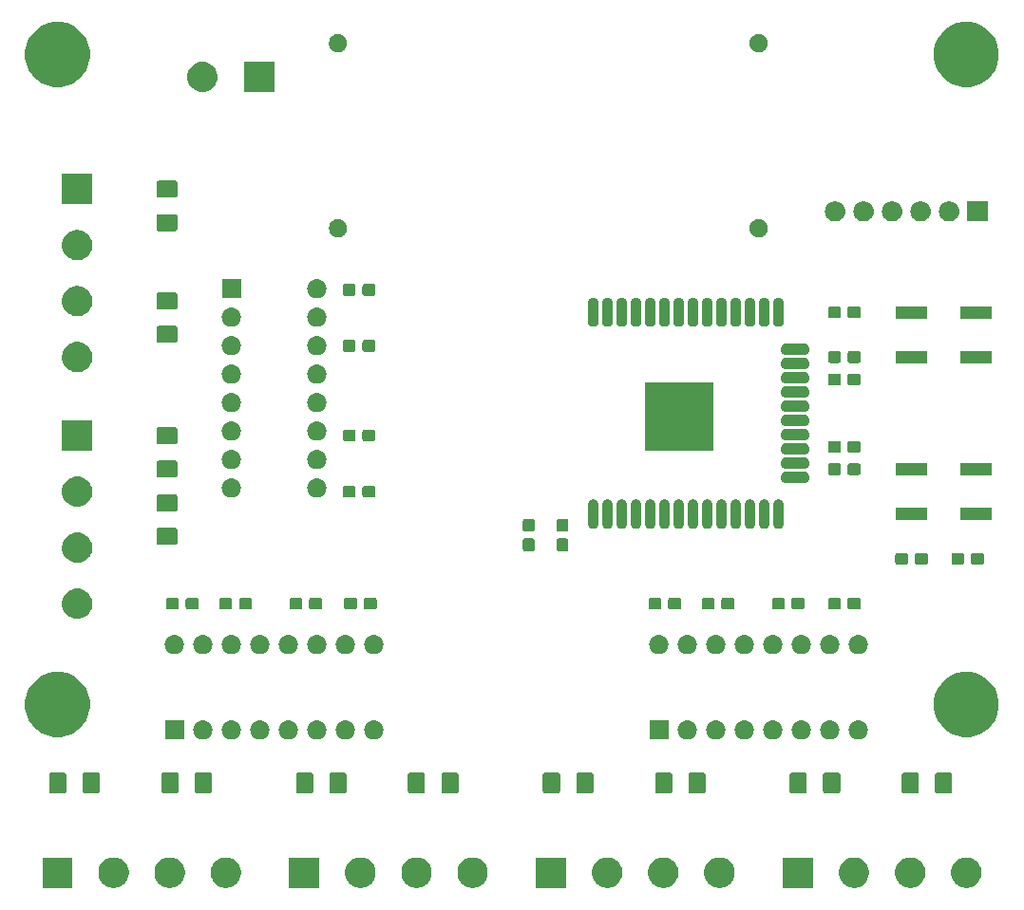
<source format=gts>
G04 #@! TF.GenerationSoftware,KiCad,Pcbnew,5.0.2-bee76a0~70~ubuntu18.10.1*
G04 #@! TF.CreationDate,2019-05-13T16:40:49+01:00*
G04 #@! TF.ProjectId,alarm-monitor,616c6172-6d2d-46d6-9f6e-69746f722e6b,rev?*
G04 #@! TF.SameCoordinates,Original*
G04 #@! TF.FileFunction,Soldermask,Top*
G04 #@! TF.FilePolarity,Negative*
%FSLAX46Y46*%
G04 Gerber Fmt 4.6, Leading zero omitted, Abs format (unit mm)*
G04 Created by KiCad (PCBNEW 5.0.2-bee76a0~70~ubuntu18.10.1) date Mon 13 May 2019 16:40:49 BST*
%MOMM*%
%LPD*%
G01*
G04 APERTURE LIST*
%ADD10C,0.100000*%
G04 APERTURE END LIST*
D10*
G36*
X115351000Y-142351000D02*
X112649000Y-142351000D01*
X112649000Y-139649000D01*
X115351000Y-139649000D01*
X115351000Y-142351000D01*
X115351000Y-142351000D01*
G37*
G36*
X85263567Y-139674959D02*
X85394072Y-139700918D01*
X85639939Y-139802759D01*
X85860464Y-139950110D01*
X85861215Y-139950612D01*
X86049388Y-140138785D01*
X86049390Y-140138788D01*
X86197241Y-140360061D01*
X86299082Y-140605928D01*
X86351000Y-140866938D01*
X86351000Y-141133062D01*
X86299082Y-141394072D01*
X86197241Y-141639939D01*
X86049890Y-141860464D01*
X86049388Y-141861215D01*
X85861215Y-142049388D01*
X85861212Y-142049390D01*
X85639939Y-142197241D01*
X85394072Y-142299082D01*
X85263567Y-142325041D01*
X85133063Y-142351000D01*
X84866937Y-142351000D01*
X84736433Y-142325041D01*
X84605928Y-142299082D01*
X84360061Y-142197241D01*
X84138788Y-142049390D01*
X84138785Y-142049388D01*
X83950612Y-141861215D01*
X83950110Y-141860464D01*
X83802759Y-141639939D01*
X83700918Y-141394072D01*
X83649000Y-141133062D01*
X83649000Y-140866938D01*
X83700918Y-140605928D01*
X83802759Y-140360061D01*
X83950610Y-140138788D01*
X83950612Y-140138785D01*
X84138785Y-139950612D01*
X84139536Y-139950110D01*
X84360061Y-139802759D01*
X84605928Y-139700918D01*
X84736433Y-139674959D01*
X84866937Y-139649000D01*
X85133063Y-139649000D01*
X85263567Y-139674959D01*
X85263567Y-139674959D01*
G37*
G36*
X63263567Y-139674959D02*
X63394072Y-139700918D01*
X63639939Y-139802759D01*
X63860464Y-139950110D01*
X63861215Y-139950612D01*
X64049388Y-140138785D01*
X64049390Y-140138788D01*
X64197241Y-140360061D01*
X64299082Y-140605928D01*
X64351000Y-140866938D01*
X64351000Y-141133062D01*
X64299082Y-141394072D01*
X64197241Y-141639939D01*
X64049890Y-141860464D01*
X64049388Y-141861215D01*
X63861215Y-142049388D01*
X63861212Y-142049390D01*
X63639939Y-142197241D01*
X63394072Y-142299082D01*
X63263567Y-142325041D01*
X63133063Y-142351000D01*
X62866937Y-142351000D01*
X62736433Y-142325041D01*
X62605928Y-142299082D01*
X62360061Y-142197241D01*
X62138788Y-142049390D01*
X62138785Y-142049388D01*
X61950612Y-141861215D01*
X61950110Y-141860464D01*
X61802759Y-141639939D01*
X61700918Y-141394072D01*
X61649000Y-141133062D01*
X61649000Y-140866938D01*
X61700918Y-140605928D01*
X61802759Y-140360061D01*
X61950610Y-140138788D01*
X61950612Y-140138785D01*
X62138785Y-139950612D01*
X62139536Y-139950110D01*
X62360061Y-139802759D01*
X62605928Y-139700918D01*
X62736433Y-139674959D01*
X62866937Y-139649000D01*
X63133063Y-139649000D01*
X63263567Y-139674959D01*
X63263567Y-139674959D01*
G37*
G36*
X58263567Y-139674959D02*
X58394072Y-139700918D01*
X58639939Y-139802759D01*
X58860464Y-139950110D01*
X58861215Y-139950612D01*
X59049388Y-140138785D01*
X59049390Y-140138788D01*
X59197241Y-140360061D01*
X59299082Y-140605928D01*
X59351000Y-140866938D01*
X59351000Y-141133062D01*
X59299082Y-141394072D01*
X59197241Y-141639939D01*
X59049890Y-141860464D01*
X59049388Y-141861215D01*
X58861215Y-142049388D01*
X58861212Y-142049390D01*
X58639939Y-142197241D01*
X58394072Y-142299082D01*
X58263567Y-142325041D01*
X58133063Y-142351000D01*
X57866937Y-142351000D01*
X57736433Y-142325041D01*
X57605928Y-142299082D01*
X57360061Y-142197241D01*
X57138788Y-142049390D01*
X57138785Y-142049388D01*
X56950612Y-141861215D01*
X56950110Y-141860464D01*
X56802759Y-141639939D01*
X56700918Y-141394072D01*
X56649000Y-141133062D01*
X56649000Y-140866938D01*
X56700918Y-140605928D01*
X56802759Y-140360061D01*
X56950610Y-140138788D01*
X56950612Y-140138785D01*
X57138785Y-139950612D01*
X57139536Y-139950110D01*
X57360061Y-139802759D01*
X57605928Y-139700918D01*
X57736433Y-139674959D01*
X57866937Y-139649000D01*
X58133063Y-139649000D01*
X58263567Y-139674959D01*
X58263567Y-139674959D01*
G37*
G36*
X53263567Y-139674959D02*
X53394072Y-139700918D01*
X53639939Y-139802759D01*
X53860464Y-139950110D01*
X53861215Y-139950612D01*
X54049388Y-140138785D01*
X54049390Y-140138788D01*
X54197241Y-140360061D01*
X54299082Y-140605928D01*
X54351000Y-140866938D01*
X54351000Y-141133062D01*
X54299082Y-141394072D01*
X54197241Y-141639939D01*
X54049890Y-141860464D01*
X54049388Y-141861215D01*
X53861215Y-142049388D01*
X53861212Y-142049390D01*
X53639939Y-142197241D01*
X53394072Y-142299082D01*
X53263567Y-142325041D01*
X53133063Y-142351000D01*
X52866937Y-142351000D01*
X52736433Y-142325041D01*
X52605928Y-142299082D01*
X52360061Y-142197241D01*
X52138788Y-142049390D01*
X52138785Y-142049388D01*
X51950612Y-141861215D01*
X51950110Y-141860464D01*
X51802759Y-141639939D01*
X51700918Y-141394072D01*
X51649000Y-141133062D01*
X51649000Y-140866938D01*
X51700918Y-140605928D01*
X51802759Y-140360061D01*
X51950610Y-140138788D01*
X51950612Y-140138785D01*
X52138785Y-139950612D01*
X52139536Y-139950110D01*
X52360061Y-139802759D01*
X52605928Y-139700918D01*
X52736433Y-139674959D01*
X52866937Y-139649000D01*
X53133063Y-139649000D01*
X53263567Y-139674959D01*
X53263567Y-139674959D01*
G37*
G36*
X49351000Y-142351000D02*
X46649000Y-142351000D01*
X46649000Y-139649000D01*
X49351000Y-139649000D01*
X49351000Y-142351000D01*
X49351000Y-142351000D01*
G37*
G36*
X71351000Y-142351000D02*
X68649000Y-142351000D01*
X68649000Y-139649000D01*
X71351000Y-139649000D01*
X71351000Y-142351000D01*
X71351000Y-142351000D01*
G37*
G36*
X75263567Y-139674959D02*
X75394072Y-139700918D01*
X75639939Y-139802759D01*
X75860464Y-139950110D01*
X75861215Y-139950612D01*
X76049388Y-140138785D01*
X76049390Y-140138788D01*
X76197241Y-140360061D01*
X76299082Y-140605928D01*
X76351000Y-140866938D01*
X76351000Y-141133062D01*
X76299082Y-141394072D01*
X76197241Y-141639939D01*
X76049890Y-141860464D01*
X76049388Y-141861215D01*
X75861215Y-142049388D01*
X75861212Y-142049390D01*
X75639939Y-142197241D01*
X75394072Y-142299082D01*
X75263567Y-142325041D01*
X75133063Y-142351000D01*
X74866937Y-142351000D01*
X74736433Y-142325041D01*
X74605928Y-142299082D01*
X74360061Y-142197241D01*
X74138788Y-142049390D01*
X74138785Y-142049388D01*
X73950612Y-141861215D01*
X73950110Y-141860464D01*
X73802759Y-141639939D01*
X73700918Y-141394072D01*
X73649000Y-141133062D01*
X73649000Y-140866938D01*
X73700918Y-140605928D01*
X73802759Y-140360061D01*
X73950610Y-140138788D01*
X73950612Y-140138785D01*
X74138785Y-139950612D01*
X74139536Y-139950110D01*
X74360061Y-139802759D01*
X74605928Y-139700918D01*
X74736433Y-139674959D01*
X74866937Y-139649000D01*
X75133063Y-139649000D01*
X75263567Y-139674959D01*
X75263567Y-139674959D01*
G37*
G36*
X80263567Y-139674959D02*
X80394072Y-139700918D01*
X80639939Y-139802759D01*
X80860464Y-139950110D01*
X80861215Y-139950612D01*
X81049388Y-140138785D01*
X81049390Y-140138788D01*
X81197241Y-140360061D01*
X81299082Y-140605928D01*
X81351000Y-140866938D01*
X81351000Y-141133062D01*
X81299082Y-141394072D01*
X81197241Y-141639939D01*
X81049890Y-141860464D01*
X81049388Y-141861215D01*
X80861215Y-142049388D01*
X80861212Y-142049390D01*
X80639939Y-142197241D01*
X80394072Y-142299082D01*
X80263567Y-142325041D01*
X80133063Y-142351000D01*
X79866937Y-142351000D01*
X79736433Y-142325041D01*
X79605928Y-142299082D01*
X79360061Y-142197241D01*
X79138788Y-142049390D01*
X79138785Y-142049388D01*
X78950612Y-141861215D01*
X78950110Y-141860464D01*
X78802759Y-141639939D01*
X78700918Y-141394072D01*
X78649000Y-141133062D01*
X78649000Y-140866938D01*
X78700918Y-140605928D01*
X78802759Y-140360061D01*
X78950610Y-140138788D01*
X78950612Y-140138785D01*
X79138785Y-139950612D01*
X79139536Y-139950110D01*
X79360061Y-139802759D01*
X79605928Y-139700918D01*
X79736433Y-139674959D01*
X79866937Y-139649000D01*
X80133063Y-139649000D01*
X80263567Y-139674959D01*
X80263567Y-139674959D01*
G37*
G36*
X97263567Y-139674959D02*
X97394072Y-139700918D01*
X97639939Y-139802759D01*
X97860464Y-139950110D01*
X97861215Y-139950612D01*
X98049388Y-140138785D01*
X98049390Y-140138788D01*
X98197241Y-140360061D01*
X98299082Y-140605928D01*
X98351000Y-140866938D01*
X98351000Y-141133062D01*
X98299082Y-141394072D01*
X98197241Y-141639939D01*
X98049890Y-141860464D01*
X98049388Y-141861215D01*
X97861215Y-142049388D01*
X97861212Y-142049390D01*
X97639939Y-142197241D01*
X97394072Y-142299082D01*
X97263567Y-142325041D01*
X97133063Y-142351000D01*
X96866937Y-142351000D01*
X96736433Y-142325041D01*
X96605928Y-142299082D01*
X96360061Y-142197241D01*
X96138788Y-142049390D01*
X96138785Y-142049388D01*
X95950612Y-141861215D01*
X95950110Y-141860464D01*
X95802759Y-141639939D01*
X95700918Y-141394072D01*
X95649000Y-141133062D01*
X95649000Y-140866938D01*
X95700918Y-140605928D01*
X95802759Y-140360061D01*
X95950610Y-140138788D01*
X95950612Y-140138785D01*
X96138785Y-139950612D01*
X96139536Y-139950110D01*
X96360061Y-139802759D01*
X96605928Y-139700918D01*
X96736433Y-139674959D01*
X96866937Y-139649000D01*
X97133063Y-139649000D01*
X97263567Y-139674959D01*
X97263567Y-139674959D01*
G37*
G36*
X102263567Y-139674959D02*
X102394072Y-139700918D01*
X102639939Y-139802759D01*
X102860464Y-139950110D01*
X102861215Y-139950612D01*
X103049388Y-140138785D01*
X103049390Y-140138788D01*
X103197241Y-140360061D01*
X103299082Y-140605928D01*
X103351000Y-140866938D01*
X103351000Y-141133062D01*
X103299082Y-141394072D01*
X103197241Y-141639939D01*
X103049890Y-141860464D01*
X103049388Y-141861215D01*
X102861215Y-142049388D01*
X102861212Y-142049390D01*
X102639939Y-142197241D01*
X102394072Y-142299082D01*
X102263567Y-142325041D01*
X102133063Y-142351000D01*
X101866937Y-142351000D01*
X101736433Y-142325041D01*
X101605928Y-142299082D01*
X101360061Y-142197241D01*
X101138788Y-142049390D01*
X101138785Y-142049388D01*
X100950612Y-141861215D01*
X100950110Y-141860464D01*
X100802759Y-141639939D01*
X100700918Y-141394072D01*
X100649000Y-141133062D01*
X100649000Y-140866938D01*
X100700918Y-140605928D01*
X100802759Y-140360061D01*
X100950610Y-140138788D01*
X100950612Y-140138785D01*
X101138785Y-139950612D01*
X101139536Y-139950110D01*
X101360061Y-139802759D01*
X101605928Y-139700918D01*
X101736433Y-139674959D01*
X101866937Y-139649000D01*
X102133063Y-139649000D01*
X102263567Y-139674959D01*
X102263567Y-139674959D01*
G37*
G36*
X107263567Y-139674959D02*
X107394072Y-139700918D01*
X107639939Y-139802759D01*
X107860464Y-139950110D01*
X107861215Y-139950612D01*
X108049388Y-140138785D01*
X108049390Y-140138788D01*
X108197241Y-140360061D01*
X108299082Y-140605928D01*
X108351000Y-140866938D01*
X108351000Y-141133062D01*
X108299082Y-141394072D01*
X108197241Y-141639939D01*
X108049890Y-141860464D01*
X108049388Y-141861215D01*
X107861215Y-142049388D01*
X107861212Y-142049390D01*
X107639939Y-142197241D01*
X107394072Y-142299082D01*
X107263567Y-142325041D01*
X107133063Y-142351000D01*
X106866937Y-142351000D01*
X106736433Y-142325041D01*
X106605928Y-142299082D01*
X106360061Y-142197241D01*
X106138788Y-142049390D01*
X106138785Y-142049388D01*
X105950612Y-141861215D01*
X105950110Y-141860464D01*
X105802759Y-141639939D01*
X105700918Y-141394072D01*
X105649000Y-141133062D01*
X105649000Y-140866938D01*
X105700918Y-140605928D01*
X105802759Y-140360061D01*
X105950610Y-140138788D01*
X105950612Y-140138785D01*
X106138785Y-139950612D01*
X106139536Y-139950110D01*
X106360061Y-139802759D01*
X106605928Y-139700918D01*
X106736433Y-139674959D01*
X106866937Y-139649000D01*
X107133063Y-139649000D01*
X107263567Y-139674959D01*
X107263567Y-139674959D01*
G37*
G36*
X129263567Y-139674959D02*
X129394072Y-139700918D01*
X129639939Y-139802759D01*
X129860464Y-139950110D01*
X129861215Y-139950612D01*
X130049388Y-140138785D01*
X130049390Y-140138788D01*
X130197241Y-140360061D01*
X130299082Y-140605928D01*
X130351000Y-140866938D01*
X130351000Y-141133062D01*
X130299082Y-141394072D01*
X130197241Y-141639939D01*
X130049890Y-141860464D01*
X130049388Y-141861215D01*
X129861215Y-142049388D01*
X129861212Y-142049390D01*
X129639939Y-142197241D01*
X129394072Y-142299082D01*
X129263567Y-142325041D01*
X129133063Y-142351000D01*
X128866937Y-142351000D01*
X128736433Y-142325041D01*
X128605928Y-142299082D01*
X128360061Y-142197241D01*
X128138788Y-142049390D01*
X128138785Y-142049388D01*
X127950612Y-141861215D01*
X127950110Y-141860464D01*
X127802759Y-141639939D01*
X127700918Y-141394072D01*
X127649000Y-141133062D01*
X127649000Y-140866938D01*
X127700918Y-140605928D01*
X127802759Y-140360061D01*
X127950610Y-140138788D01*
X127950612Y-140138785D01*
X128138785Y-139950612D01*
X128139536Y-139950110D01*
X128360061Y-139802759D01*
X128605928Y-139700918D01*
X128736433Y-139674959D01*
X128866937Y-139649000D01*
X129133063Y-139649000D01*
X129263567Y-139674959D01*
X129263567Y-139674959D01*
G37*
G36*
X124263567Y-139674959D02*
X124394072Y-139700918D01*
X124639939Y-139802759D01*
X124860464Y-139950110D01*
X124861215Y-139950612D01*
X125049388Y-140138785D01*
X125049390Y-140138788D01*
X125197241Y-140360061D01*
X125299082Y-140605928D01*
X125351000Y-140866938D01*
X125351000Y-141133062D01*
X125299082Y-141394072D01*
X125197241Y-141639939D01*
X125049890Y-141860464D01*
X125049388Y-141861215D01*
X124861215Y-142049388D01*
X124861212Y-142049390D01*
X124639939Y-142197241D01*
X124394072Y-142299082D01*
X124263567Y-142325041D01*
X124133063Y-142351000D01*
X123866937Y-142351000D01*
X123736433Y-142325041D01*
X123605928Y-142299082D01*
X123360061Y-142197241D01*
X123138788Y-142049390D01*
X123138785Y-142049388D01*
X122950612Y-141861215D01*
X122950110Y-141860464D01*
X122802759Y-141639939D01*
X122700918Y-141394072D01*
X122649000Y-141133062D01*
X122649000Y-140866938D01*
X122700918Y-140605928D01*
X122802759Y-140360061D01*
X122950610Y-140138788D01*
X122950612Y-140138785D01*
X123138785Y-139950612D01*
X123139536Y-139950110D01*
X123360061Y-139802759D01*
X123605928Y-139700918D01*
X123736433Y-139674959D01*
X123866937Y-139649000D01*
X124133063Y-139649000D01*
X124263567Y-139674959D01*
X124263567Y-139674959D01*
G37*
G36*
X119263567Y-139674959D02*
X119394072Y-139700918D01*
X119639939Y-139802759D01*
X119860464Y-139950110D01*
X119861215Y-139950612D01*
X120049388Y-140138785D01*
X120049390Y-140138788D01*
X120197241Y-140360061D01*
X120299082Y-140605928D01*
X120351000Y-140866938D01*
X120351000Y-141133062D01*
X120299082Y-141394072D01*
X120197241Y-141639939D01*
X120049890Y-141860464D01*
X120049388Y-141861215D01*
X119861215Y-142049388D01*
X119861212Y-142049390D01*
X119639939Y-142197241D01*
X119394072Y-142299082D01*
X119263567Y-142325041D01*
X119133063Y-142351000D01*
X118866937Y-142351000D01*
X118736433Y-142325041D01*
X118605928Y-142299082D01*
X118360061Y-142197241D01*
X118138788Y-142049390D01*
X118138785Y-142049388D01*
X117950612Y-141861215D01*
X117950110Y-141860464D01*
X117802759Y-141639939D01*
X117700918Y-141394072D01*
X117649000Y-141133062D01*
X117649000Y-140866938D01*
X117700918Y-140605928D01*
X117802759Y-140360061D01*
X117950610Y-140138788D01*
X117950612Y-140138785D01*
X118138785Y-139950612D01*
X118139536Y-139950110D01*
X118360061Y-139802759D01*
X118605928Y-139700918D01*
X118736433Y-139674959D01*
X118866937Y-139649000D01*
X119133063Y-139649000D01*
X119263567Y-139674959D01*
X119263567Y-139674959D01*
G37*
G36*
X93351000Y-142351000D02*
X90649000Y-142351000D01*
X90649000Y-139649000D01*
X93351000Y-139649000D01*
X93351000Y-142351000D01*
X93351000Y-142351000D01*
G37*
G36*
X92638062Y-132078181D02*
X92672977Y-132088773D01*
X92705165Y-132105978D01*
X92733373Y-132129127D01*
X92756522Y-132157335D01*
X92773727Y-132189523D01*
X92784319Y-132224438D01*
X92788500Y-132266895D01*
X92788500Y-133733105D01*
X92784319Y-133775562D01*
X92773727Y-133810477D01*
X92756522Y-133842665D01*
X92733373Y-133870873D01*
X92705165Y-133894022D01*
X92672977Y-133911227D01*
X92638062Y-133921819D01*
X92595605Y-133926000D01*
X91454395Y-133926000D01*
X91411938Y-133921819D01*
X91377023Y-133911227D01*
X91344835Y-133894022D01*
X91316627Y-133870873D01*
X91293478Y-133842665D01*
X91276273Y-133810477D01*
X91265681Y-133775562D01*
X91261500Y-133733105D01*
X91261500Y-132266895D01*
X91265681Y-132224438D01*
X91276273Y-132189523D01*
X91293478Y-132157335D01*
X91316627Y-132129127D01*
X91344835Y-132105978D01*
X91377023Y-132088773D01*
X91411938Y-132078181D01*
X91454395Y-132074000D01*
X92595605Y-132074000D01*
X92638062Y-132078181D01*
X92638062Y-132078181D01*
G37*
G36*
X48638062Y-132078181D02*
X48672977Y-132088773D01*
X48705165Y-132105978D01*
X48733373Y-132129127D01*
X48756522Y-132157335D01*
X48773727Y-132189523D01*
X48784319Y-132224438D01*
X48788500Y-132266895D01*
X48788500Y-133733105D01*
X48784319Y-133775562D01*
X48773727Y-133810477D01*
X48756522Y-133842665D01*
X48733373Y-133870873D01*
X48705165Y-133894022D01*
X48672977Y-133911227D01*
X48638062Y-133921819D01*
X48595605Y-133926000D01*
X47454395Y-133926000D01*
X47411938Y-133921819D01*
X47377023Y-133911227D01*
X47344835Y-133894022D01*
X47316627Y-133870873D01*
X47293478Y-133842665D01*
X47276273Y-133810477D01*
X47265681Y-133775562D01*
X47261500Y-133733105D01*
X47261500Y-132266895D01*
X47265681Y-132224438D01*
X47276273Y-132189523D01*
X47293478Y-132157335D01*
X47316627Y-132129127D01*
X47344835Y-132105978D01*
X47377023Y-132088773D01*
X47411938Y-132078181D01*
X47454395Y-132074000D01*
X48595605Y-132074000D01*
X48638062Y-132078181D01*
X48638062Y-132078181D01*
G37*
G36*
X127588062Y-132078181D02*
X127622977Y-132088773D01*
X127655165Y-132105978D01*
X127683373Y-132129127D01*
X127706522Y-132157335D01*
X127723727Y-132189523D01*
X127734319Y-132224438D01*
X127738500Y-132266895D01*
X127738500Y-133733105D01*
X127734319Y-133775562D01*
X127723727Y-133810477D01*
X127706522Y-133842665D01*
X127683373Y-133870873D01*
X127655165Y-133894022D01*
X127622977Y-133911227D01*
X127588062Y-133921819D01*
X127545605Y-133926000D01*
X126404395Y-133926000D01*
X126361938Y-133921819D01*
X126327023Y-133911227D01*
X126294835Y-133894022D01*
X126266627Y-133870873D01*
X126243478Y-133842665D01*
X126226273Y-133810477D01*
X126215681Y-133775562D01*
X126211500Y-133733105D01*
X126211500Y-132266895D01*
X126215681Y-132224438D01*
X126226273Y-132189523D01*
X126243478Y-132157335D01*
X126266627Y-132129127D01*
X126294835Y-132105978D01*
X126327023Y-132088773D01*
X126361938Y-132078181D01*
X126404395Y-132074000D01*
X127545605Y-132074000D01*
X127588062Y-132078181D01*
X127588062Y-132078181D01*
G37*
G36*
X114638062Y-132078181D02*
X114672977Y-132088773D01*
X114705165Y-132105978D01*
X114733373Y-132129127D01*
X114756522Y-132157335D01*
X114773727Y-132189523D01*
X114784319Y-132224438D01*
X114788500Y-132266895D01*
X114788500Y-133733105D01*
X114784319Y-133775562D01*
X114773727Y-133810477D01*
X114756522Y-133842665D01*
X114733373Y-133870873D01*
X114705165Y-133894022D01*
X114672977Y-133911227D01*
X114638062Y-133921819D01*
X114595605Y-133926000D01*
X113454395Y-133926000D01*
X113411938Y-133921819D01*
X113377023Y-133911227D01*
X113344835Y-133894022D01*
X113316627Y-133870873D01*
X113293478Y-133842665D01*
X113276273Y-133810477D01*
X113265681Y-133775562D01*
X113261500Y-133733105D01*
X113261500Y-132266895D01*
X113265681Y-132224438D01*
X113276273Y-132189523D01*
X113293478Y-132157335D01*
X113316627Y-132129127D01*
X113344835Y-132105978D01*
X113377023Y-132088773D01*
X113411938Y-132078181D01*
X113454395Y-132074000D01*
X114595605Y-132074000D01*
X114638062Y-132078181D01*
X114638062Y-132078181D01*
G37*
G36*
X102638062Y-132078181D02*
X102672977Y-132088773D01*
X102705165Y-132105978D01*
X102733373Y-132129127D01*
X102756522Y-132157335D01*
X102773727Y-132189523D01*
X102784319Y-132224438D01*
X102788500Y-132266895D01*
X102788500Y-133733105D01*
X102784319Y-133775562D01*
X102773727Y-133810477D01*
X102756522Y-133842665D01*
X102733373Y-133870873D01*
X102705165Y-133894022D01*
X102672977Y-133911227D01*
X102638062Y-133921819D01*
X102595605Y-133926000D01*
X101454395Y-133926000D01*
X101411938Y-133921819D01*
X101377023Y-133911227D01*
X101344835Y-133894022D01*
X101316627Y-133870873D01*
X101293478Y-133842665D01*
X101276273Y-133810477D01*
X101265681Y-133775562D01*
X101261500Y-133733105D01*
X101261500Y-132266895D01*
X101265681Y-132224438D01*
X101276273Y-132189523D01*
X101293478Y-132157335D01*
X101316627Y-132129127D01*
X101344835Y-132105978D01*
X101377023Y-132088773D01*
X101411938Y-132078181D01*
X101454395Y-132074000D01*
X102595605Y-132074000D01*
X102638062Y-132078181D01*
X102638062Y-132078181D01*
G37*
G36*
X105613062Y-132078181D02*
X105647977Y-132088773D01*
X105680165Y-132105978D01*
X105708373Y-132129127D01*
X105731522Y-132157335D01*
X105748727Y-132189523D01*
X105759319Y-132224438D01*
X105763500Y-132266895D01*
X105763500Y-133733105D01*
X105759319Y-133775562D01*
X105748727Y-133810477D01*
X105731522Y-133842665D01*
X105708373Y-133870873D01*
X105680165Y-133894022D01*
X105647977Y-133911227D01*
X105613062Y-133921819D01*
X105570605Y-133926000D01*
X104429395Y-133926000D01*
X104386938Y-133921819D01*
X104352023Y-133911227D01*
X104319835Y-133894022D01*
X104291627Y-133870873D01*
X104268478Y-133842665D01*
X104251273Y-133810477D01*
X104240681Y-133775562D01*
X104236500Y-133733105D01*
X104236500Y-132266895D01*
X104240681Y-132224438D01*
X104251273Y-132189523D01*
X104268478Y-132157335D01*
X104291627Y-132129127D01*
X104319835Y-132105978D01*
X104352023Y-132088773D01*
X104386938Y-132078181D01*
X104429395Y-132074000D01*
X105570605Y-132074000D01*
X105613062Y-132078181D01*
X105613062Y-132078181D01*
G37*
G36*
X117613062Y-132078181D02*
X117647977Y-132088773D01*
X117680165Y-132105978D01*
X117708373Y-132129127D01*
X117731522Y-132157335D01*
X117748727Y-132189523D01*
X117759319Y-132224438D01*
X117763500Y-132266895D01*
X117763500Y-133733105D01*
X117759319Y-133775562D01*
X117748727Y-133810477D01*
X117731522Y-133842665D01*
X117708373Y-133870873D01*
X117680165Y-133894022D01*
X117647977Y-133911227D01*
X117613062Y-133921819D01*
X117570605Y-133926000D01*
X116429395Y-133926000D01*
X116386938Y-133921819D01*
X116352023Y-133911227D01*
X116319835Y-133894022D01*
X116291627Y-133870873D01*
X116268478Y-133842665D01*
X116251273Y-133810477D01*
X116240681Y-133775562D01*
X116236500Y-133733105D01*
X116236500Y-132266895D01*
X116240681Y-132224438D01*
X116251273Y-132189523D01*
X116268478Y-132157335D01*
X116291627Y-132129127D01*
X116319835Y-132105978D01*
X116352023Y-132088773D01*
X116386938Y-132078181D01*
X116429395Y-132074000D01*
X117570605Y-132074000D01*
X117613062Y-132078181D01*
X117613062Y-132078181D01*
G37*
G36*
X95613062Y-132078181D02*
X95647977Y-132088773D01*
X95680165Y-132105978D01*
X95708373Y-132129127D01*
X95731522Y-132157335D01*
X95748727Y-132189523D01*
X95759319Y-132224438D01*
X95763500Y-132266895D01*
X95763500Y-133733105D01*
X95759319Y-133775562D01*
X95748727Y-133810477D01*
X95731522Y-133842665D01*
X95708373Y-133870873D01*
X95680165Y-133894022D01*
X95647977Y-133911227D01*
X95613062Y-133921819D01*
X95570605Y-133926000D01*
X94429395Y-133926000D01*
X94386938Y-133921819D01*
X94352023Y-133911227D01*
X94319835Y-133894022D01*
X94291627Y-133870873D01*
X94268478Y-133842665D01*
X94251273Y-133810477D01*
X94240681Y-133775562D01*
X94236500Y-133733105D01*
X94236500Y-132266895D01*
X94240681Y-132224438D01*
X94251273Y-132189523D01*
X94268478Y-132157335D01*
X94291627Y-132129127D01*
X94319835Y-132105978D01*
X94352023Y-132088773D01*
X94386938Y-132078181D01*
X94429395Y-132074000D01*
X95570605Y-132074000D01*
X95613062Y-132078181D01*
X95613062Y-132078181D01*
G37*
G36*
X80613062Y-132078181D02*
X80647977Y-132088773D01*
X80680165Y-132105978D01*
X80708373Y-132129127D01*
X80731522Y-132157335D01*
X80748727Y-132189523D01*
X80759319Y-132224438D01*
X80763500Y-132266895D01*
X80763500Y-133733105D01*
X80759319Y-133775562D01*
X80748727Y-133810477D01*
X80731522Y-133842665D01*
X80708373Y-133870873D01*
X80680165Y-133894022D01*
X80647977Y-133911227D01*
X80613062Y-133921819D01*
X80570605Y-133926000D01*
X79429395Y-133926000D01*
X79386938Y-133921819D01*
X79352023Y-133911227D01*
X79319835Y-133894022D01*
X79291627Y-133870873D01*
X79268478Y-133842665D01*
X79251273Y-133810477D01*
X79240681Y-133775562D01*
X79236500Y-133733105D01*
X79236500Y-132266895D01*
X79240681Y-132224438D01*
X79251273Y-132189523D01*
X79268478Y-132157335D01*
X79291627Y-132129127D01*
X79319835Y-132105978D01*
X79352023Y-132088773D01*
X79386938Y-132078181D01*
X79429395Y-132074000D01*
X80570605Y-132074000D01*
X80613062Y-132078181D01*
X80613062Y-132078181D01*
G37*
G36*
X83588062Y-132078181D02*
X83622977Y-132088773D01*
X83655165Y-132105978D01*
X83683373Y-132129127D01*
X83706522Y-132157335D01*
X83723727Y-132189523D01*
X83734319Y-132224438D01*
X83738500Y-132266895D01*
X83738500Y-133733105D01*
X83734319Y-133775562D01*
X83723727Y-133810477D01*
X83706522Y-133842665D01*
X83683373Y-133870873D01*
X83655165Y-133894022D01*
X83622977Y-133911227D01*
X83588062Y-133921819D01*
X83545605Y-133926000D01*
X82404395Y-133926000D01*
X82361938Y-133921819D01*
X82327023Y-133911227D01*
X82294835Y-133894022D01*
X82266627Y-133870873D01*
X82243478Y-133842665D01*
X82226273Y-133810477D01*
X82215681Y-133775562D01*
X82211500Y-133733105D01*
X82211500Y-132266895D01*
X82215681Y-132224438D01*
X82226273Y-132189523D01*
X82243478Y-132157335D01*
X82266627Y-132129127D01*
X82294835Y-132105978D01*
X82327023Y-132088773D01*
X82361938Y-132078181D01*
X82404395Y-132074000D01*
X83545605Y-132074000D01*
X83588062Y-132078181D01*
X83588062Y-132078181D01*
G37*
G36*
X73613062Y-132078181D02*
X73647977Y-132088773D01*
X73680165Y-132105978D01*
X73708373Y-132129127D01*
X73731522Y-132157335D01*
X73748727Y-132189523D01*
X73759319Y-132224438D01*
X73763500Y-132266895D01*
X73763500Y-133733105D01*
X73759319Y-133775562D01*
X73748727Y-133810477D01*
X73731522Y-133842665D01*
X73708373Y-133870873D01*
X73680165Y-133894022D01*
X73647977Y-133911227D01*
X73613062Y-133921819D01*
X73570605Y-133926000D01*
X72429395Y-133926000D01*
X72386938Y-133921819D01*
X72352023Y-133911227D01*
X72319835Y-133894022D01*
X72291627Y-133870873D01*
X72268478Y-133842665D01*
X72251273Y-133810477D01*
X72240681Y-133775562D01*
X72236500Y-133733105D01*
X72236500Y-132266895D01*
X72240681Y-132224438D01*
X72251273Y-132189523D01*
X72268478Y-132157335D01*
X72291627Y-132129127D01*
X72319835Y-132105978D01*
X72352023Y-132088773D01*
X72386938Y-132078181D01*
X72429395Y-132074000D01*
X73570605Y-132074000D01*
X73613062Y-132078181D01*
X73613062Y-132078181D01*
G37*
G36*
X70638062Y-132078181D02*
X70672977Y-132088773D01*
X70705165Y-132105978D01*
X70733373Y-132129127D01*
X70756522Y-132157335D01*
X70773727Y-132189523D01*
X70784319Y-132224438D01*
X70788500Y-132266895D01*
X70788500Y-133733105D01*
X70784319Y-133775562D01*
X70773727Y-133810477D01*
X70756522Y-133842665D01*
X70733373Y-133870873D01*
X70705165Y-133894022D01*
X70672977Y-133911227D01*
X70638062Y-133921819D01*
X70595605Y-133926000D01*
X69454395Y-133926000D01*
X69411938Y-133921819D01*
X69377023Y-133911227D01*
X69344835Y-133894022D01*
X69316627Y-133870873D01*
X69293478Y-133842665D01*
X69276273Y-133810477D01*
X69265681Y-133775562D01*
X69261500Y-133733105D01*
X69261500Y-132266895D01*
X69265681Y-132224438D01*
X69276273Y-132189523D01*
X69293478Y-132157335D01*
X69316627Y-132129127D01*
X69344835Y-132105978D01*
X69377023Y-132088773D01*
X69411938Y-132078181D01*
X69454395Y-132074000D01*
X70595605Y-132074000D01*
X70638062Y-132078181D01*
X70638062Y-132078181D01*
G37*
G36*
X58638062Y-132078181D02*
X58672977Y-132088773D01*
X58705165Y-132105978D01*
X58733373Y-132129127D01*
X58756522Y-132157335D01*
X58773727Y-132189523D01*
X58784319Y-132224438D01*
X58788500Y-132266895D01*
X58788500Y-133733105D01*
X58784319Y-133775562D01*
X58773727Y-133810477D01*
X58756522Y-133842665D01*
X58733373Y-133870873D01*
X58705165Y-133894022D01*
X58672977Y-133911227D01*
X58638062Y-133921819D01*
X58595605Y-133926000D01*
X57454395Y-133926000D01*
X57411938Y-133921819D01*
X57377023Y-133911227D01*
X57344835Y-133894022D01*
X57316627Y-133870873D01*
X57293478Y-133842665D01*
X57276273Y-133810477D01*
X57265681Y-133775562D01*
X57261500Y-133733105D01*
X57261500Y-132266895D01*
X57265681Y-132224438D01*
X57276273Y-132189523D01*
X57293478Y-132157335D01*
X57316627Y-132129127D01*
X57344835Y-132105978D01*
X57377023Y-132088773D01*
X57411938Y-132078181D01*
X57454395Y-132074000D01*
X58595605Y-132074000D01*
X58638062Y-132078181D01*
X58638062Y-132078181D01*
G37*
G36*
X124613062Y-132078181D02*
X124647977Y-132088773D01*
X124680165Y-132105978D01*
X124708373Y-132129127D01*
X124731522Y-132157335D01*
X124748727Y-132189523D01*
X124759319Y-132224438D01*
X124763500Y-132266895D01*
X124763500Y-133733105D01*
X124759319Y-133775562D01*
X124748727Y-133810477D01*
X124731522Y-133842665D01*
X124708373Y-133870873D01*
X124680165Y-133894022D01*
X124647977Y-133911227D01*
X124613062Y-133921819D01*
X124570605Y-133926000D01*
X123429395Y-133926000D01*
X123386938Y-133921819D01*
X123352023Y-133911227D01*
X123319835Y-133894022D01*
X123291627Y-133870873D01*
X123268478Y-133842665D01*
X123251273Y-133810477D01*
X123240681Y-133775562D01*
X123236500Y-133733105D01*
X123236500Y-132266895D01*
X123240681Y-132224438D01*
X123251273Y-132189523D01*
X123268478Y-132157335D01*
X123291627Y-132129127D01*
X123319835Y-132105978D01*
X123352023Y-132088773D01*
X123386938Y-132078181D01*
X123429395Y-132074000D01*
X124570605Y-132074000D01*
X124613062Y-132078181D01*
X124613062Y-132078181D01*
G37*
G36*
X61613062Y-132078181D02*
X61647977Y-132088773D01*
X61680165Y-132105978D01*
X61708373Y-132129127D01*
X61731522Y-132157335D01*
X61748727Y-132189523D01*
X61759319Y-132224438D01*
X61763500Y-132266895D01*
X61763500Y-133733105D01*
X61759319Y-133775562D01*
X61748727Y-133810477D01*
X61731522Y-133842665D01*
X61708373Y-133870873D01*
X61680165Y-133894022D01*
X61647977Y-133911227D01*
X61613062Y-133921819D01*
X61570605Y-133926000D01*
X60429395Y-133926000D01*
X60386938Y-133921819D01*
X60352023Y-133911227D01*
X60319835Y-133894022D01*
X60291627Y-133870873D01*
X60268478Y-133842665D01*
X60251273Y-133810477D01*
X60240681Y-133775562D01*
X60236500Y-133733105D01*
X60236500Y-132266895D01*
X60240681Y-132224438D01*
X60251273Y-132189523D01*
X60268478Y-132157335D01*
X60291627Y-132129127D01*
X60319835Y-132105978D01*
X60352023Y-132088773D01*
X60386938Y-132078181D01*
X60429395Y-132074000D01*
X61570605Y-132074000D01*
X61613062Y-132078181D01*
X61613062Y-132078181D01*
G37*
G36*
X51613062Y-132078181D02*
X51647977Y-132088773D01*
X51680165Y-132105978D01*
X51708373Y-132129127D01*
X51731522Y-132157335D01*
X51748727Y-132189523D01*
X51759319Y-132224438D01*
X51763500Y-132266895D01*
X51763500Y-133733105D01*
X51759319Y-133775562D01*
X51748727Y-133810477D01*
X51731522Y-133842665D01*
X51708373Y-133870873D01*
X51680165Y-133894022D01*
X51647977Y-133911227D01*
X51613062Y-133921819D01*
X51570605Y-133926000D01*
X50429395Y-133926000D01*
X50386938Y-133921819D01*
X50352023Y-133911227D01*
X50319835Y-133894022D01*
X50291627Y-133870873D01*
X50268478Y-133842665D01*
X50251273Y-133810477D01*
X50240681Y-133775562D01*
X50236500Y-133733105D01*
X50236500Y-132266895D01*
X50240681Y-132224438D01*
X50251273Y-132189523D01*
X50268478Y-132157335D01*
X50291627Y-132129127D01*
X50319835Y-132105978D01*
X50352023Y-132088773D01*
X50386938Y-132078181D01*
X50429395Y-132074000D01*
X51570605Y-132074000D01*
X51613062Y-132078181D01*
X51613062Y-132078181D01*
G37*
G36*
X61126821Y-127431313D02*
X61126824Y-127431314D01*
X61126825Y-127431314D01*
X61287239Y-127479975D01*
X61287241Y-127479976D01*
X61287244Y-127479977D01*
X61435078Y-127558995D01*
X61564659Y-127665341D01*
X61671005Y-127794922D01*
X61750023Y-127942756D01*
X61798687Y-128103179D01*
X61815117Y-128270000D01*
X61798687Y-128436821D01*
X61798686Y-128436824D01*
X61798686Y-128436825D01*
X61758035Y-128570834D01*
X61750023Y-128597244D01*
X61671005Y-128745078D01*
X61564659Y-128874659D01*
X61435078Y-128981005D01*
X61287244Y-129060023D01*
X61287241Y-129060024D01*
X61287239Y-129060025D01*
X61126825Y-129108686D01*
X61126824Y-129108686D01*
X61126821Y-129108687D01*
X61001804Y-129121000D01*
X60918196Y-129121000D01*
X60793179Y-129108687D01*
X60793176Y-129108686D01*
X60793175Y-129108686D01*
X60632761Y-129060025D01*
X60632759Y-129060024D01*
X60632756Y-129060023D01*
X60484922Y-128981005D01*
X60355341Y-128874659D01*
X60248995Y-128745078D01*
X60169977Y-128597244D01*
X60161966Y-128570834D01*
X60121314Y-128436825D01*
X60121314Y-128436824D01*
X60121313Y-128436821D01*
X60104883Y-128270000D01*
X60121313Y-128103179D01*
X60169977Y-127942756D01*
X60248995Y-127794922D01*
X60355341Y-127665341D01*
X60484922Y-127558995D01*
X60632756Y-127479977D01*
X60632759Y-127479976D01*
X60632761Y-127479975D01*
X60793175Y-127431314D01*
X60793176Y-127431314D01*
X60793179Y-127431313D01*
X60918196Y-127419000D01*
X61001804Y-127419000D01*
X61126821Y-127431313D01*
X61126821Y-127431313D01*
G37*
G36*
X59271000Y-129121000D02*
X57569000Y-129121000D01*
X57569000Y-127419000D01*
X59271000Y-127419000D01*
X59271000Y-129121000D01*
X59271000Y-129121000D01*
G37*
G36*
X63666821Y-127431313D02*
X63666824Y-127431314D01*
X63666825Y-127431314D01*
X63827239Y-127479975D01*
X63827241Y-127479976D01*
X63827244Y-127479977D01*
X63975078Y-127558995D01*
X64104659Y-127665341D01*
X64211005Y-127794922D01*
X64290023Y-127942756D01*
X64338687Y-128103179D01*
X64355117Y-128270000D01*
X64338687Y-128436821D01*
X64338686Y-128436824D01*
X64338686Y-128436825D01*
X64298035Y-128570834D01*
X64290023Y-128597244D01*
X64211005Y-128745078D01*
X64104659Y-128874659D01*
X63975078Y-128981005D01*
X63827244Y-129060023D01*
X63827241Y-129060024D01*
X63827239Y-129060025D01*
X63666825Y-129108686D01*
X63666824Y-129108686D01*
X63666821Y-129108687D01*
X63541804Y-129121000D01*
X63458196Y-129121000D01*
X63333179Y-129108687D01*
X63333176Y-129108686D01*
X63333175Y-129108686D01*
X63172761Y-129060025D01*
X63172759Y-129060024D01*
X63172756Y-129060023D01*
X63024922Y-128981005D01*
X62895341Y-128874659D01*
X62788995Y-128745078D01*
X62709977Y-128597244D01*
X62701966Y-128570834D01*
X62661314Y-128436825D01*
X62661314Y-128436824D01*
X62661313Y-128436821D01*
X62644883Y-128270000D01*
X62661313Y-128103179D01*
X62709977Y-127942756D01*
X62788995Y-127794922D01*
X62895341Y-127665341D01*
X63024922Y-127558995D01*
X63172756Y-127479977D01*
X63172759Y-127479976D01*
X63172761Y-127479975D01*
X63333175Y-127431314D01*
X63333176Y-127431314D01*
X63333179Y-127431313D01*
X63458196Y-127419000D01*
X63541804Y-127419000D01*
X63666821Y-127431313D01*
X63666821Y-127431313D01*
G37*
G36*
X66206821Y-127431313D02*
X66206824Y-127431314D01*
X66206825Y-127431314D01*
X66367239Y-127479975D01*
X66367241Y-127479976D01*
X66367244Y-127479977D01*
X66515078Y-127558995D01*
X66644659Y-127665341D01*
X66751005Y-127794922D01*
X66830023Y-127942756D01*
X66878687Y-128103179D01*
X66895117Y-128270000D01*
X66878687Y-128436821D01*
X66878686Y-128436824D01*
X66878686Y-128436825D01*
X66838035Y-128570834D01*
X66830023Y-128597244D01*
X66751005Y-128745078D01*
X66644659Y-128874659D01*
X66515078Y-128981005D01*
X66367244Y-129060023D01*
X66367241Y-129060024D01*
X66367239Y-129060025D01*
X66206825Y-129108686D01*
X66206824Y-129108686D01*
X66206821Y-129108687D01*
X66081804Y-129121000D01*
X65998196Y-129121000D01*
X65873179Y-129108687D01*
X65873176Y-129108686D01*
X65873175Y-129108686D01*
X65712761Y-129060025D01*
X65712759Y-129060024D01*
X65712756Y-129060023D01*
X65564922Y-128981005D01*
X65435341Y-128874659D01*
X65328995Y-128745078D01*
X65249977Y-128597244D01*
X65241966Y-128570834D01*
X65201314Y-128436825D01*
X65201314Y-128436824D01*
X65201313Y-128436821D01*
X65184883Y-128270000D01*
X65201313Y-128103179D01*
X65249977Y-127942756D01*
X65328995Y-127794922D01*
X65435341Y-127665341D01*
X65564922Y-127558995D01*
X65712756Y-127479977D01*
X65712759Y-127479976D01*
X65712761Y-127479975D01*
X65873175Y-127431314D01*
X65873176Y-127431314D01*
X65873179Y-127431313D01*
X65998196Y-127419000D01*
X66081804Y-127419000D01*
X66206821Y-127431313D01*
X66206821Y-127431313D01*
G37*
G36*
X68746821Y-127431313D02*
X68746824Y-127431314D01*
X68746825Y-127431314D01*
X68907239Y-127479975D01*
X68907241Y-127479976D01*
X68907244Y-127479977D01*
X69055078Y-127558995D01*
X69184659Y-127665341D01*
X69291005Y-127794922D01*
X69370023Y-127942756D01*
X69418687Y-128103179D01*
X69435117Y-128270000D01*
X69418687Y-128436821D01*
X69418686Y-128436824D01*
X69418686Y-128436825D01*
X69378035Y-128570834D01*
X69370023Y-128597244D01*
X69291005Y-128745078D01*
X69184659Y-128874659D01*
X69055078Y-128981005D01*
X68907244Y-129060023D01*
X68907241Y-129060024D01*
X68907239Y-129060025D01*
X68746825Y-129108686D01*
X68746824Y-129108686D01*
X68746821Y-129108687D01*
X68621804Y-129121000D01*
X68538196Y-129121000D01*
X68413179Y-129108687D01*
X68413176Y-129108686D01*
X68413175Y-129108686D01*
X68252761Y-129060025D01*
X68252759Y-129060024D01*
X68252756Y-129060023D01*
X68104922Y-128981005D01*
X67975341Y-128874659D01*
X67868995Y-128745078D01*
X67789977Y-128597244D01*
X67781966Y-128570834D01*
X67741314Y-128436825D01*
X67741314Y-128436824D01*
X67741313Y-128436821D01*
X67724883Y-128270000D01*
X67741313Y-128103179D01*
X67789977Y-127942756D01*
X67868995Y-127794922D01*
X67975341Y-127665341D01*
X68104922Y-127558995D01*
X68252756Y-127479977D01*
X68252759Y-127479976D01*
X68252761Y-127479975D01*
X68413175Y-127431314D01*
X68413176Y-127431314D01*
X68413179Y-127431313D01*
X68538196Y-127419000D01*
X68621804Y-127419000D01*
X68746821Y-127431313D01*
X68746821Y-127431313D01*
G37*
G36*
X73826821Y-127431313D02*
X73826824Y-127431314D01*
X73826825Y-127431314D01*
X73987239Y-127479975D01*
X73987241Y-127479976D01*
X73987244Y-127479977D01*
X74135078Y-127558995D01*
X74264659Y-127665341D01*
X74371005Y-127794922D01*
X74450023Y-127942756D01*
X74498687Y-128103179D01*
X74515117Y-128270000D01*
X74498687Y-128436821D01*
X74498686Y-128436824D01*
X74498686Y-128436825D01*
X74458035Y-128570834D01*
X74450023Y-128597244D01*
X74371005Y-128745078D01*
X74264659Y-128874659D01*
X74135078Y-128981005D01*
X73987244Y-129060023D01*
X73987241Y-129060024D01*
X73987239Y-129060025D01*
X73826825Y-129108686D01*
X73826824Y-129108686D01*
X73826821Y-129108687D01*
X73701804Y-129121000D01*
X73618196Y-129121000D01*
X73493179Y-129108687D01*
X73493176Y-129108686D01*
X73493175Y-129108686D01*
X73332761Y-129060025D01*
X73332759Y-129060024D01*
X73332756Y-129060023D01*
X73184922Y-128981005D01*
X73055341Y-128874659D01*
X72948995Y-128745078D01*
X72869977Y-128597244D01*
X72861966Y-128570834D01*
X72821314Y-128436825D01*
X72821314Y-128436824D01*
X72821313Y-128436821D01*
X72804883Y-128270000D01*
X72821313Y-128103179D01*
X72869977Y-127942756D01*
X72948995Y-127794922D01*
X73055341Y-127665341D01*
X73184922Y-127558995D01*
X73332756Y-127479977D01*
X73332759Y-127479976D01*
X73332761Y-127479975D01*
X73493175Y-127431314D01*
X73493176Y-127431314D01*
X73493179Y-127431313D01*
X73618196Y-127419000D01*
X73701804Y-127419000D01*
X73826821Y-127431313D01*
X73826821Y-127431313D01*
G37*
G36*
X76366821Y-127431313D02*
X76366824Y-127431314D01*
X76366825Y-127431314D01*
X76527239Y-127479975D01*
X76527241Y-127479976D01*
X76527244Y-127479977D01*
X76675078Y-127558995D01*
X76804659Y-127665341D01*
X76911005Y-127794922D01*
X76990023Y-127942756D01*
X77038687Y-128103179D01*
X77055117Y-128270000D01*
X77038687Y-128436821D01*
X77038686Y-128436824D01*
X77038686Y-128436825D01*
X76998035Y-128570834D01*
X76990023Y-128597244D01*
X76911005Y-128745078D01*
X76804659Y-128874659D01*
X76675078Y-128981005D01*
X76527244Y-129060023D01*
X76527241Y-129060024D01*
X76527239Y-129060025D01*
X76366825Y-129108686D01*
X76366824Y-129108686D01*
X76366821Y-129108687D01*
X76241804Y-129121000D01*
X76158196Y-129121000D01*
X76033179Y-129108687D01*
X76033176Y-129108686D01*
X76033175Y-129108686D01*
X75872761Y-129060025D01*
X75872759Y-129060024D01*
X75872756Y-129060023D01*
X75724922Y-128981005D01*
X75595341Y-128874659D01*
X75488995Y-128745078D01*
X75409977Y-128597244D01*
X75401966Y-128570834D01*
X75361314Y-128436825D01*
X75361314Y-128436824D01*
X75361313Y-128436821D01*
X75344883Y-128270000D01*
X75361313Y-128103179D01*
X75409977Y-127942756D01*
X75488995Y-127794922D01*
X75595341Y-127665341D01*
X75724922Y-127558995D01*
X75872756Y-127479977D01*
X75872759Y-127479976D01*
X75872761Y-127479975D01*
X76033175Y-127431314D01*
X76033176Y-127431314D01*
X76033179Y-127431313D01*
X76158196Y-127419000D01*
X76241804Y-127419000D01*
X76366821Y-127431313D01*
X76366821Y-127431313D01*
G37*
G36*
X102451000Y-129121000D02*
X100749000Y-129121000D01*
X100749000Y-127419000D01*
X102451000Y-127419000D01*
X102451000Y-129121000D01*
X102451000Y-129121000D01*
G37*
G36*
X106846821Y-127431313D02*
X106846824Y-127431314D01*
X106846825Y-127431314D01*
X107007239Y-127479975D01*
X107007241Y-127479976D01*
X107007244Y-127479977D01*
X107155078Y-127558995D01*
X107284659Y-127665341D01*
X107391005Y-127794922D01*
X107470023Y-127942756D01*
X107518687Y-128103179D01*
X107535117Y-128270000D01*
X107518687Y-128436821D01*
X107518686Y-128436824D01*
X107518686Y-128436825D01*
X107478035Y-128570834D01*
X107470023Y-128597244D01*
X107391005Y-128745078D01*
X107284659Y-128874659D01*
X107155078Y-128981005D01*
X107007244Y-129060023D01*
X107007241Y-129060024D01*
X107007239Y-129060025D01*
X106846825Y-129108686D01*
X106846824Y-129108686D01*
X106846821Y-129108687D01*
X106721804Y-129121000D01*
X106638196Y-129121000D01*
X106513179Y-129108687D01*
X106513176Y-129108686D01*
X106513175Y-129108686D01*
X106352761Y-129060025D01*
X106352759Y-129060024D01*
X106352756Y-129060023D01*
X106204922Y-128981005D01*
X106075341Y-128874659D01*
X105968995Y-128745078D01*
X105889977Y-128597244D01*
X105881966Y-128570834D01*
X105841314Y-128436825D01*
X105841314Y-128436824D01*
X105841313Y-128436821D01*
X105824883Y-128270000D01*
X105841313Y-128103179D01*
X105889977Y-127942756D01*
X105968995Y-127794922D01*
X106075341Y-127665341D01*
X106204922Y-127558995D01*
X106352756Y-127479977D01*
X106352759Y-127479976D01*
X106352761Y-127479975D01*
X106513175Y-127431314D01*
X106513176Y-127431314D01*
X106513179Y-127431313D01*
X106638196Y-127419000D01*
X106721804Y-127419000D01*
X106846821Y-127431313D01*
X106846821Y-127431313D01*
G37*
G36*
X109386821Y-127431313D02*
X109386824Y-127431314D01*
X109386825Y-127431314D01*
X109547239Y-127479975D01*
X109547241Y-127479976D01*
X109547244Y-127479977D01*
X109695078Y-127558995D01*
X109824659Y-127665341D01*
X109931005Y-127794922D01*
X110010023Y-127942756D01*
X110058687Y-128103179D01*
X110075117Y-128270000D01*
X110058687Y-128436821D01*
X110058686Y-128436824D01*
X110058686Y-128436825D01*
X110018035Y-128570834D01*
X110010023Y-128597244D01*
X109931005Y-128745078D01*
X109824659Y-128874659D01*
X109695078Y-128981005D01*
X109547244Y-129060023D01*
X109547241Y-129060024D01*
X109547239Y-129060025D01*
X109386825Y-129108686D01*
X109386824Y-129108686D01*
X109386821Y-129108687D01*
X109261804Y-129121000D01*
X109178196Y-129121000D01*
X109053179Y-129108687D01*
X109053176Y-129108686D01*
X109053175Y-129108686D01*
X108892761Y-129060025D01*
X108892759Y-129060024D01*
X108892756Y-129060023D01*
X108744922Y-128981005D01*
X108615341Y-128874659D01*
X108508995Y-128745078D01*
X108429977Y-128597244D01*
X108421966Y-128570834D01*
X108381314Y-128436825D01*
X108381314Y-128436824D01*
X108381313Y-128436821D01*
X108364883Y-128270000D01*
X108381313Y-128103179D01*
X108429977Y-127942756D01*
X108508995Y-127794922D01*
X108615341Y-127665341D01*
X108744922Y-127558995D01*
X108892756Y-127479977D01*
X108892759Y-127479976D01*
X108892761Y-127479975D01*
X109053175Y-127431314D01*
X109053176Y-127431314D01*
X109053179Y-127431313D01*
X109178196Y-127419000D01*
X109261804Y-127419000D01*
X109386821Y-127431313D01*
X109386821Y-127431313D01*
G37*
G36*
X111926821Y-127431313D02*
X111926824Y-127431314D01*
X111926825Y-127431314D01*
X112087239Y-127479975D01*
X112087241Y-127479976D01*
X112087244Y-127479977D01*
X112235078Y-127558995D01*
X112364659Y-127665341D01*
X112471005Y-127794922D01*
X112550023Y-127942756D01*
X112598687Y-128103179D01*
X112615117Y-128270000D01*
X112598687Y-128436821D01*
X112598686Y-128436824D01*
X112598686Y-128436825D01*
X112558035Y-128570834D01*
X112550023Y-128597244D01*
X112471005Y-128745078D01*
X112364659Y-128874659D01*
X112235078Y-128981005D01*
X112087244Y-129060023D01*
X112087241Y-129060024D01*
X112087239Y-129060025D01*
X111926825Y-129108686D01*
X111926824Y-129108686D01*
X111926821Y-129108687D01*
X111801804Y-129121000D01*
X111718196Y-129121000D01*
X111593179Y-129108687D01*
X111593176Y-129108686D01*
X111593175Y-129108686D01*
X111432761Y-129060025D01*
X111432759Y-129060024D01*
X111432756Y-129060023D01*
X111284922Y-128981005D01*
X111155341Y-128874659D01*
X111048995Y-128745078D01*
X110969977Y-128597244D01*
X110961966Y-128570834D01*
X110921314Y-128436825D01*
X110921314Y-128436824D01*
X110921313Y-128436821D01*
X110904883Y-128270000D01*
X110921313Y-128103179D01*
X110969977Y-127942756D01*
X111048995Y-127794922D01*
X111155341Y-127665341D01*
X111284922Y-127558995D01*
X111432756Y-127479977D01*
X111432759Y-127479976D01*
X111432761Y-127479975D01*
X111593175Y-127431314D01*
X111593176Y-127431314D01*
X111593179Y-127431313D01*
X111718196Y-127419000D01*
X111801804Y-127419000D01*
X111926821Y-127431313D01*
X111926821Y-127431313D01*
G37*
G36*
X114466821Y-127431313D02*
X114466824Y-127431314D01*
X114466825Y-127431314D01*
X114627239Y-127479975D01*
X114627241Y-127479976D01*
X114627244Y-127479977D01*
X114775078Y-127558995D01*
X114904659Y-127665341D01*
X115011005Y-127794922D01*
X115090023Y-127942756D01*
X115138687Y-128103179D01*
X115155117Y-128270000D01*
X115138687Y-128436821D01*
X115138686Y-128436824D01*
X115138686Y-128436825D01*
X115098035Y-128570834D01*
X115090023Y-128597244D01*
X115011005Y-128745078D01*
X114904659Y-128874659D01*
X114775078Y-128981005D01*
X114627244Y-129060023D01*
X114627241Y-129060024D01*
X114627239Y-129060025D01*
X114466825Y-129108686D01*
X114466824Y-129108686D01*
X114466821Y-129108687D01*
X114341804Y-129121000D01*
X114258196Y-129121000D01*
X114133179Y-129108687D01*
X114133176Y-129108686D01*
X114133175Y-129108686D01*
X113972761Y-129060025D01*
X113972759Y-129060024D01*
X113972756Y-129060023D01*
X113824922Y-128981005D01*
X113695341Y-128874659D01*
X113588995Y-128745078D01*
X113509977Y-128597244D01*
X113501966Y-128570834D01*
X113461314Y-128436825D01*
X113461314Y-128436824D01*
X113461313Y-128436821D01*
X113444883Y-128270000D01*
X113461313Y-128103179D01*
X113509977Y-127942756D01*
X113588995Y-127794922D01*
X113695341Y-127665341D01*
X113824922Y-127558995D01*
X113972756Y-127479977D01*
X113972759Y-127479976D01*
X113972761Y-127479975D01*
X114133175Y-127431314D01*
X114133176Y-127431314D01*
X114133179Y-127431313D01*
X114258196Y-127419000D01*
X114341804Y-127419000D01*
X114466821Y-127431313D01*
X114466821Y-127431313D01*
G37*
G36*
X117006821Y-127431313D02*
X117006824Y-127431314D01*
X117006825Y-127431314D01*
X117167239Y-127479975D01*
X117167241Y-127479976D01*
X117167244Y-127479977D01*
X117315078Y-127558995D01*
X117444659Y-127665341D01*
X117551005Y-127794922D01*
X117630023Y-127942756D01*
X117678687Y-128103179D01*
X117695117Y-128270000D01*
X117678687Y-128436821D01*
X117678686Y-128436824D01*
X117678686Y-128436825D01*
X117638035Y-128570834D01*
X117630023Y-128597244D01*
X117551005Y-128745078D01*
X117444659Y-128874659D01*
X117315078Y-128981005D01*
X117167244Y-129060023D01*
X117167241Y-129060024D01*
X117167239Y-129060025D01*
X117006825Y-129108686D01*
X117006824Y-129108686D01*
X117006821Y-129108687D01*
X116881804Y-129121000D01*
X116798196Y-129121000D01*
X116673179Y-129108687D01*
X116673176Y-129108686D01*
X116673175Y-129108686D01*
X116512761Y-129060025D01*
X116512759Y-129060024D01*
X116512756Y-129060023D01*
X116364922Y-128981005D01*
X116235341Y-128874659D01*
X116128995Y-128745078D01*
X116049977Y-128597244D01*
X116041966Y-128570834D01*
X116001314Y-128436825D01*
X116001314Y-128436824D01*
X116001313Y-128436821D01*
X115984883Y-128270000D01*
X116001313Y-128103179D01*
X116049977Y-127942756D01*
X116128995Y-127794922D01*
X116235341Y-127665341D01*
X116364922Y-127558995D01*
X116512756Y-127479977D01*
X116512759Y-127479976D01*
X116512761Y-127479975D01*
X116673175Y-127431314D01*
X116673176Y-127431314D01*
X116673179Y-127431313D01*
X116798196Y-127419000D01*
X116881804Y-127419000D01*
X117006821Y-127431313D01*
X117006821Y-127431313D01*
G37*
G36*
X119546821Y-127431313D02*
X119546824Y-127431314D01*
X119546825Y-127431314D01*
X119707239Y-127479975D01*
X119707241Y-127479976D01*
X119707244Y-127479977D01*
X119855078Y-127558995D01*
X119984659Y-127665341D01*
X120091005Y-127794922D01*
X120170023Y-127942756D01*
X120218687Y-128103179D01*
X120235117Y-128270000D01*
X120218687Y-128436821D01*
X120218686Y-128436824D01*
X120218686Y-128436825D01*
X120178035Y-128570834D01*
X120170023Y-128597244D01*
X120091005Y-128745078D01*
X119984659Y-128874659D01*
X119855078Y-128981005D01*
X119707244Y-129060023D01*
X119707241Y-129060024D01*
X119707239Y-129060025D01*
X119546825Y-129108686D01*
X119546824Y-129108686D01*
X119546821Y-129108687D01*
X119421804Y-129121000D01*
X119338196Y-129121000D01*
X119213179Y-129108687D01*
X119213176Y-129108686D01*
X119213175Y-129108686D01*
X119052761Y-129060025D01*
X119052759Y-129060024D01*
X119052756Y-129060023D01*
X118904922Y-128981005D01*
X118775341Y-128874659D01*
X118668995Y-128745078D01*
X118589977Y-128597244D01*
X118581966Y-128570834D01*
X118541314Y-128436825D01*
X118541314Y-128436824D01*
X118541313Y-128436821D01*
X118524883Y-128270000D01*
X118541313Y-128103179D01*
X118589977Y-127942756D01*
X118668995Y-127794922D01*
X118775341Y-127665341D01*
X118904922Y-127558995D01*
X119052756Y-127479977D01*
X119052759Y-127479976D01*
X119052761Y-127479975D01*
X119213175Y-127431314D01*
X119213176Y-127431314D01*
X119213179Y-127431313D01*
X119338196Y-127419000D01*
X119421804Y-127419000D01*
X119546821Y-127431313D01*
X119546821Y-127431313D01*
G37*
G36*
X71286821Y-127431313D02*
X71286824Y-127431314D01*
X71286825Y-127431314D01*
X71447239Y-127479975D01*
X71447241Y-127479976D01*
X71447244Y-127479977D01*
X71595078Y-127558995D01*
X71724659Y-127665341D01*
X71831005Y-127794922D01*
X71910023Y-127942756D01*
X71958687Y-128103179D01*
X71975117Y-128270000D01*
X71958687Y-128436821D01*
X71958686Y-128436824D01*
X71958686Y-128436825D01*
X71918035Y-128570834D01*
X71910023Y-128597244D01*
X71831005Y-128745078D01*
X71724659Y-128874659D01*
X71595078Y-128981005D01*
X71447244Y-129060023D01*
X71447241Y-129060024D01*
X71447239Y-129060025D01*
X71286825Y-129108686D01*
X71286824Y-129108686D01*
X71286821Y-129108687D01*
X71161804Y-129121000D01*
X71078196Y-129121000D01*
X70953179Y-129108687D01*
X70953176Y-129108686D01*
X70953175Y-129108686D01*
X70792761Y-129060025D01*
X70792759Y-129060024D01*
X70792756Y-129060023D01*
X70644922Y-128981005D01*
X70515341Y-128874659D01*
X70408995Y-128745078D01*
X70329977Y-128597244D01*
X70321966Y-128570834D01*
X70281314Y-128436825D01*
X70281314Y-128436824D01*
X70281313Y-128436821D01*
X70264883Y-128270000D01*
X70281313Y-128103179D01*
X70329977Y-127942756D01*
X70408995Y-127794922D01*
X70515341Y-127665341D01*
X70644922Y-127558995D01*
X70792756Y-127479977D01*
X70792759Y-127479976D01*
X70792761Y-127479975D01*
X70953175Y-127431314D01*
X70953176Y-127431314D01*
X70953179Y-127431313D01*
X71078196Y-127419000D01*
X71161804Y-127419000D01*
X71286821Y-127431313D01*
X71286821Y-127431313D01*
G37*
G36*
X104306821Y-127431313D02*
X104306824Y-127431314D01*
X104306825Y-127431314D01*
X104467239Y-127479975D01*
X104467241Y-127479976D01*
X104467244Y-127479977D01*
X104615078Y-127558995D01*
X104744659Y-127665341D01*
X104851005Y-127794922D01*
X104930023Y-127942756D01*
X104978687Y-128103179D01*
X104995117Y-128270000D01*
X104978687Y-128436821D01*
X104978686Y-128436824D01*
X104978686Y-128436825D01*
X104938035Y-128570834D01*
X104930023Y-128597244D01*
X104851005Y-128745078D01*
X104744659Y-128874659D01*
X104615078Y-128981005D01*
X104467244Y-129060023D01*
X104467241Y-129060024D01*
X104467239Y-129060025D01*
X104306825Y-129108686D01*
X104306824Y-129108686D01*
X104306821Y-129108687D01*
X104181804Y-129121000D01*
X104098196Y-129121000D01*
X103973179Y-129108687D01*
X103973176Y-129108686D01*
X103973175Y-129108686D01*
X103812761Y-129060025D01*
X103812759Y-129060024D01*
X103812756Y-129060023D01*
X103664922Y-128981005D01*
X103535341Y-128874659D01*
X103428995Y-128745078D01*
X103349977Y-128597244D01*
X103341966Y-128570834D01*
X103301314Y-128436825D01*
X103301314Y-128436824D01*
X103301313Y-128436821D01*
X103284883Y-128270000D01*
X103301313Y-128103179D01*
X103349977Y-127942756D01*
X103428995Y-127794922D01*
X103535341Y-127665341D01*
X103664922Y-127558995D01*
X103812756Y-127479977D01*
X103812759Y-127479976D01*
X103812761Y-127479975D01*
X103973175Y-127431314D01*
X103973176Y-127431314D01*
X103973179Y-127431313D01*
X104098196Y-127419000D01*
X104181804Y-127419000D01*
X104306821Y-127431313D01*
X104306821Y-127431313D01*
G37*
G36*
X129846190Y-123210483D02*
X130374138Y-123429166D01*
X130849283Y-123746648D01*
X131253352Y-124150717D01*
X131570834Y-124625862D01*
X131789517Y-125153810D01*
X131901000Y-125714275D01*
X131901000Y-126285725D01*
X131789517Y-126846190D01*
X131570834Y-127374138D01*
X131253352Y-127849283D01*
X130849283Y-128253352D01*
X130374138Y-128570834D01*
X129846190Y-128789517D01*
X129285725Y-128901000D01*
X128714275Y-128901000D01*
X128153810Y-128789517D01*
X127625862Y-128570834D01*
X127150717Y-128253352D01*
X126746648Y-127849283D01*
X126429166Y-127374138D01*
X126210483Y-126846190D01*
X126099000Y-126285725D01*
X126099000Y-125714275D01*
X126210483Y-125153810D01*
X126429166Y-124625862D01*
X126746648Y-124150717D01*
X127150717Y-123746648D01*
X127625862Y-123429166D01*
X128153810Y-123210483D01*
X128714275Y-123099000D01*
X129285725Y-123099000D01*
X129846190Y-123210483D01*
X129846190Y-123210483D01*
G37*
G36*
X48846190Y-123210483D02*
X49374138Y-123429166D01*
X49849283Y-123746648D01*
X50253352Y-124150717D01*
X50570834Y-124625862D01*
X50789517Y-125153810D01*
X50901000Y-125714275D01*
X50901000Y-126285725D01*
X50789517Y-126846190D01*
X50570834Y-127374138D01*
X50253352Y-127849283D01*
X49849283Y-128253352D01*
X49374138Y-128570834D01*
X48846190Y-128789517D01*
X48285725Y-128901000D01*
X47714275Y-128901000D01*
X47153810Y-128789517D01*
X46625862Y-128570834D01*
X46150717Y-128253352D01*
X45746648Y-127849283D01*
X45429166Y-127374138D01*
X45210483Y-126846190D01*
X45099000Y-126285725D01*
X45099000Y-125714275D01*
X45210483Y-125153810D01*
X45429166Y-124625862D01*
X45746648Y-124150717D01*
X46150717Y-123746648D01*
X46625862Y-123429166D01*
X47153810Y-123210483D01*
X47714275Y-123099000D01*
X48285725Y-123099000D01*
X48846190Y-123210483D01*
X48846190Y-123210483D01*
G37*
G36*
X109386821Y-119811313D02*
X109386824Y-119811314D01*
X109386825Y-119811314D01*
X109547239Y-119859975D01*
X109547241Y-119859976D01*
X109547244Y-119859977D01*
X109695078Y-119938995D01*
X109824659Y-120045341D01*
X109931005Y-120174922D01*
X110010023Y-120322756D01*
X110058687Y-120483179D01*
X110075117Y-120650000D01*
X110058687Y-120816821D01*
X110010023Y-120977244D01*
X109931005Y-121125078D01*
X109824659Y-121254659D01*
X109695078Y-121361005D01*
X109547244Y-121440023D01*
X109547241Y-121440024D01*
X109547239Y-121440025D01*
X109386825Y-121488686D01*
X109386824Y-121488686D01*
X109386821Y-121488687D01*
X109261804Y-121501000D01*
X109178196Y-121501000D01*
X109053179Y-121488687D01*
X109053176Y-121488686D01*
X109053175Y-121488686D01*
X108892761Y-121440025D01*
X108892759Y-121440024D01*
X108892756Y-121440023D01*
X108744922Y-121361005D01*
X108615341Y-121254659D01*
X108508995Y-121125078D01*
X108429977Y-120977244D01*
X108381313Y-120816821D01*
X108364883Y-120650000D01*
X108381313Y-120483179D01*
X108429977Y-120322756D01*
X108508995Y-120174922D01*
X108615341Y-120045341D01*
X108744922Y-119938995D01*
X108892756Y-119859977D01*
X108892759Y-119859976D01*
X108892761Y-119859975D01*
X109053175Y-119811314D01*
X109053176Y-119811314D01*
X109053179Y-119811313D01*
X109178196Y-119799000D01*
X109261804Y-119799000D01*
X109386821Y-119811313D01*
X109386821Y-119811313D01*
G37*
G36*
X106846821Y-119811313D02*
X106846824Y-119811314D01*
X106846825Y-119811314D01*
X107007239Y-119859975D01*
X107007241Y-119859976D01*
X107007244Y-119859977D01*
X107155078Y-119938995D01*
X107284659Y-120045341D01*
X107391005Y-120174922D01*
X107470023Y-120322756D01*
X107518687Y-120483179D01*
X107535117Y-120650000D01*
X107518687Y-120816821D01*
X107470023Y-120977244D01*
X107391005Y-121125078D01*
X107284659Y-121254659D01*
X107155078Y-121361005D01*
X107007244Y-121440023D01*
X107007241Y-121440024D01*
X107007239Y-121440025D01*
X106846825Y-121488686D01*
X106846824Y-121488686D01*
X106846821Y-121488687D01*
X106721804Y-121501000D01*
X106638196Y-121501000D01*
X106513179Y-121488687D01*
X106513176Y-121488686D01*
X106513175Y-121488686D01*
X106352761Y-121440025D01*
X106352759Y-121440024D01*
X106352756Y-121440023D01*
X106204922Y-121361005D01*
X106075341Y-121254659D01*
X105968995Y-121125078D01*
X105889977Y-120977244D01*
X105841313Y-120816821D01*
X105824883Y-120650000D01*
X105841313Y-120483179D01*
X105889977Y-120322756D01*
X105968995Y-120174922D01*
X106075341Y-120045341D01*
X106204922Y-119938995D01*
X106352756Y-119859977D01*
X106352759Y-119859976D01*
X106352761Y-119859975D01*
X106513175Y-119811314D01*
X106513176Y-119811314D01*
X106513179Y-119811313D01*
X106638196Y-119799000D01*
X106721804Y-119799000D01*
X106846821Y-119811313D01*
X106846821Y-119811313D01*
G37*
G36*
X111926821Y-119811313D02*
X111926824Y-119811314D01*
X111926825Y-119811314D01*
X112087239Y-119859975D01*
X112087241Y-119859976D01*
X112087244Y-119859977D01*
X112235078Y-119938995D01*
X112364659Y-120045341D01*
X112471005Y-120174922D01*
X112550023Y-120322756D01*
X112598687Y-120483179D01*
X112615117Y-120650000D01*
X112598687Y-120816821D01*
X112550023Y-120977244D01*
X112471005Y-121125078D01*
X112364659Y-121254659D01*
X112235078Y-121361005D01*
X112087244Y-121440023D01*
X112087241Y-121440024D01*
X112087239Y-121440025D01*
X111926825Y-121488686D01*
X111926824Y-121488686D01*
X111926821Y-121488687D01*
X111801804Y-121501000D01*
X111718196Y-121501000D01*
X111593179Y-121488687D01*
X111593176Y-121488686D01*
X111593175Y-121488686D01*
X111432761Y-121440025D01*
X111432759Y-121440024D01*
X111432756Y-121440023D01*
X111284922Y-121361005D01*
X111155341Y-121254659D01*
X111048995Y-121125078D01*
X110969977Y-120977244D01*
X110921313Y-120816821D01*
X110904883Y-120650000D01*
X110921313Y-120483179D01*
X110969977Y-120322756D01*
X111048995Y-120174922D01*
X111155341Y-120045341D01*
X111284922Y-119938995D01*
X111432756Y-119859977D01*
X111432759Y-119859976D01*
X111432761Y-119859975D01*
X111593175Y-119811314D01*
X111593176Y-119811314D01*
X111593179Y-119811313D01*
X111718196Y-119799000D01*
X111801804Y-119799000D01*
X111926821Y-119811313D01*
X111926821Y-119811313D01*
G37*
G36*
X104306821Y-119811313D02*
X104306824Y-119811314D01*
X104306825Y-119811314D01*
X104467239Y-119859975D01*
X104467241Y-119859976D01*
X104467244Y-119859977D01*
X104615078Y-119938995D01*
X104744659Y-120045341D01*
X104851005Y-120174922D01*
X104930023Y-120322756D01*
X104978687Y-120483179D01*
X104995117Y-120650000D01*
X104978687Y-120816821D01*
X104930023Y-120977244D01*
X104851005Y-121125078D01*
X104744659Y-121254659D01*
X104615078Y-121361005D01*
X104467244Y-121440023D01*
X104467241Y-121440024D01*
X104467239Y-121440025D01*
X104306825Y-121488686D01*
X104306824Y-121488686D01*
X104306821Y-121488687D01*
X104181804Y-121501000D01*
X104098196Y-121501000D01*
X103973179Y-121488687D01*
X103973176Y-121488686D01*
X103973175Y-121488686D01*
X103812761Y-121440025D01*
X103812759Y-121440024D01*
X103812756Y-121440023D01*
X103664922Y-121361005D01*
X103535341Y-121254659D01*
X103428995Y-121125078D01*
X103349977Y-120977244D01*
X103301313Y-120816821D01*
X103284883Y-120650000D01*
X103301313Y-120483179D01*
X103349977Y-120322756D01*
X103428995Y-120174922D01*
X103535341Y-120045341D01*
X103664922Y-119938995D01*
X103812756Y-119859977D01*
X103812759Y-119859976D01*
X103812761Y-119859975D01*
X103973175Y-119811314D01*
X103973176Y-119811314D01*
X103973179Y-119811313D01*
X104098196Y-119799000D01*
X104181804Y-119799000D01*
X104306821Y-119811313D01*
X104306821Y-119811313D01*
G37*
G36*
X76366821Y-119811313D02*
X76366824Y-119811314D01*
X76366825Y-119811314D01*
X76527239Y-119859975D01*
X76527241Y-119859976D01*
X76527244Y-119859977D01*
X76675078Y-119938995D01*
X76804659Y-120045341D01*
X76911005Y-120174922D01*
X76990023Y-120322756D01*
X77038687Y-120483179D01*
X77055117Y-120650000D01*
X77038687Y-120816821D01*
X76990023Y-120977244D01*
X76911005Y-121125078D01*
X76804659Y-121254659D01*
X76675078Y-121361005D01*
X76527244Y-121440023D01*
X76527241Y-121440024D01*
X76527239Y-121440025D01*
X76366825Y-121488686D01*
X76366824Y-121488686D01*
X76366821Y-121488687D01*
X76241804Y-121501000D01*
X76158196Y-121501000D01*
X76033179Y-121488687D01*
X76033176Y-121488686D01*
X76033175Y-121488686D01*
X75872761Y-121440025D01*
X75872759Y-121440024D01*
X75872756Y-121440023D01*
X75724922Y-121361005D01*
X75595341Y-121254659D01*
X75488995Y-121125078D01*
X75409977Y-120977244D01*
X75361313Y-120816821D01*
X75344883Y-120650000D01*
X75361313Y-120483179D01*
X75409977Y-120322756D01*
X75488995Y-120174922D01*
X75595341Y-120045341D01*
X75724922Y-119938995D01*
X75872756Y-119859977D01*
X75872759Y-119859976D01*
X75872761Y-119859975D01*
X76033175Y-119811314D01*
X76033176Y-119811314D01*
X76033179Y-119811313D01*
X76158196Y-119799000D01*
X76241804Y-119799000D01*
X76366821Y-119811313D01*
X76366821Y-119811313D01*
G37*
G36*
X114466821Y-119811313D02*
X114466824Y-119811314D01*
X114466825Y-119811314D01*
X114627239Y-119859975D01*
X114627241Y-119859976D01*
X114627244Y-119859977D01*
X114775078Y-119938995D01*
X114904659Y-120045341D01*
X115011005Y-120174922D01*
X115090023Y-120322756D01*
X115138687Y-120483179D01*
X115155117Y-120650000D01*
X115138687Y-120816821D01*
X115090023Y-120977244D01*
X115011005Y-121125078D01*
X114904659Y-121254659D01*
X114775078Y-121361005D01*
X114627244Y-121440023D01*
X114627241Y-121440024D01*
X114627239Y-121440025D01*
X114466825Y-121488686D01*
X114466824Y-121488686D01*
X114466821Y-121488687D01*
X114341804Y-121501000D01*
X114258196Y-121501000D01*
X114133179Y-121488687D01*
X114133176Y-121488686D01*
X114133175Y-121488686D01*
X113972761Y-121440025D01*
X113972759Y-121440024D01*
X113972756Y-121440023D01*
X113824922Y-121361005D01*
X113695341Y-121254659D01*
X113588995Y-121125078D01*
X113509977Y-120977244D01*
X113461313Y-120816821D01*
X113444883Y-120650000D01*
X113461313Y-120483179D01*
X113509977Y-120322756D01*
X113588995Y-120174922D01*
X113695341Y-120045341D01*
X113824922Y-119938995D01*
X113972756Y-119859977D01*
X113972759Y-119859976D01*
X113972761Y-119859975D01*
X114133175Y-119811314D01*
X114133176Y-119811314D01*
X114133179Y-119811313D01*
X114258196Y-119799000D01*
X114341804Y-119799000D01*
X114466821Y-119811313D01*
X114466821Y-119811313D01*
G37*
G36*
X119546821Y-119811313D02*
X119546824Y-119811314D01*
X119546825Y-119811314D01*
X119707239Y-119859975D01*
X119707241Y-119859976D01*
X119707244Y-119859977D01*
X119855078Y-119938995D01*
X119984659Y-120045341D01*
X120091005Y-120174922D01*
X120170023Y-120322756D01*
X120218687Y-120483179D01*
X120235117Y-120650000D01*
X120218687Y-120816821D01*
X120170023Y-120977244D01*
X120091005Y-121125078D01*
X119984659Y-121254659D01*
X119855078Y-121361005D01*
X119707244Y-121440023D01*
X119707241Y-121440024D01*
X119707239Y-121440025D01*
X119546825Y-121488686D01*
X119546824Y-121488686D01*
X119546821Y-121488687D01*
X119421804Y-121501000D01*
X119338196Y-121501000D01*
X119213179Y-121488687D01*
X119213176Y-121488686D01*
X119213175Y-121488686D01*
X119052761Y-121440025D01*
X119052759Y-121440024D01*
X119052756Y-121440023D01*
X118904922Y-121361005D01*
X118775341Y-121254659D01*
X118668995Y-121125078D01*
X118589977Y-120977244D01*
X118541313Y-120816821D01*
X118524883Y-120650000D01*
X118541313Y-120483179D01*
X118589977Y-120322756D01*
X118668995Y-120174922D01*
X118775341Y-120045341D01*
X118904922Y-119938995D01*
X119052756Y-119859977D01*
X119052759Y-119859976D01*
X119052761Y-119859975D01*
X119213175Y-119811314D01*
X119213176Y-119811314D01*
X119213179Y-119811313D01*
X119338196Y-119799000D01*
X119421804Y-119799000D01*
X119546821Y-119811313D01*
X119546821Y-119811313D01*
G37*
G36*
X117006821Y-119811313D02*
X117006824Y-119811314D01*
X117006825Y-119811314D01*
X117167239Y-119859975D01*
X117167241Y-119859976D01*
X117167244Y-119859977D01*
X117315078Y-119938995D01*
X117444659Y-120045341D01*
X117551005Y-120174922D01*
X117630023Y-120322756D01*
X117678687Y-120483179D01*
X117695117Y-120650000D01*
X117678687Y-120816821D01*
X117630023Y-120977244D01*
X117551005Y-121125078D01*
X117444659Y-121254659D01*
X117315078Y-121361005D01*
X117167244Y-121440023D01*
X117167241Y-121440024D01*
X117167239Y-121440025D01*
X117006825Y-121488686D01*
X117006824Y-121488686D01*
X117006821Y-121488687D01*
X116881804Y-121501000D01*
X116798196Y-121501000D01*
X116673179Y-121488687D01*
X116673176Y-121488686D01*
X116673175Y-121488686D01*
X116512761Y-121440025D01*
X116512759Y-121440024D01*
X116512756Y-121440023D01*
X116364922Y-121361005D01*
X116235341Y-121254659D01*
X116128995Y-121125078D01*
X116049977Y-120977244D01*
X116001313Y-120816821D01*
X115984883Y-120650000D01*
X116001313Y-120483179D01*
X116049977Y-120322756D01*
X116128995Y-120174922D01*
X116235341Y-120045341D01*
X116364922Y-119938995D01*
X116512756Y-119859977D01*
X116512759Y-119859976D01*
X116512761Y-119859975D01*
X116673175Y-119811314D01*
X116673176Y-119811314D01*
X116673179Y-119811313D01*
X116798196Y-119799000D01*
X116881804Y-119799000D01*
X117006821Y-119811313D01*
X117006821Y-119811313D01*
G37*
G36*
X71286821Y-119811313D02*
X71286824Y-119811314D01*
X71286825Y-119811314D01*
X71447239Y-119859975D01*
X71447241Y-119859976D01*
X71447244Y-119859977D01*
X71595078Y-119938995D01*
X71724659Y-120045341D01*
X71831005Y-120174922D01*
X71910023Y-120322756D01*
X71958687Y-120483179D01*
X71975117Y-120650000D01*
X71958687Y-120816821D01*
X71910023Y-120977244D01*
X71831005Y-121125078D01*
X71724659Y-121254659D01*
X71595078Y-121361005D01*
X71447244Y-121440023D01*
X71447241Y-121440024D01*
X71447239Y-121440025D01*
X71286825Y-121488686D01*
X71286824Y-121488686D01*
X71286821Y-121488687D01*
X71161804Y-121501000D01*
X71078196Y-121501000D01*
X70953179Y-121488687D01*
X70953176Y-121488686D01*
X70953175Y-121488686D01*
X70792761Y-121440025D01*
X70792759Y-121440024D01*
X70792756Y-121440023D01*
X70644922Y-121361005D01*
X70515341Y-121254659D01*
X70408995Y-121125078D01*
X70329977Y-120977244D01*
X70281313Y-120816821D01*
X70264883Y-120650000D01*
X70281313Y-120483179D01*
X70329977Y-120322756D01*
X70408995Y-120174922D01*
X70515341Y-120045341D01*
X70644922Y-119938995D01*
X70792756Y-119859977D01*
X70792759Y-119859976D01*
X70792761Y-119859975D01*
X70953175Y-119811314D01*
X70953176Y-119811314D01*
X70953179Y-119811313D01*
X71078196Y-119799000D01*
X71161804Y-119799000D01*
X71286821Y-119811313D01*
X71286821Y-119811313D01*
G37*
G36*
X68746821Y-119811313D02*
X68746824Y-119811314D01*
X68746825Y-119811314D01*
X68907239Y-119859975D01*
X68907241Y-119859976D01*
X68907244Y-119859977D01*
X69055078Y-119938995D01*
X69184659Y-120045341D01*
X69291005Y-120174922D01*
X69370023Y-120322756D01*
X69418687Y-120483179D01*
X69435117Y-120650000D01*
X69418687Y-120816821D01*
X69370023Y-120977244D01*
X69291005Y-121125078D01*
X69184659Y-121254659D01*
X69055078Y-121361005D01*
X68907244Y-121440023D01*
X68907241Y-121440024D01*
X68907239Y-121440025D01*
X68746825Y-121488686D01*
X68746824Y-121488686D01*
X68746821Y-121488687D01*
X68621804Y-121501000D01*
X68538196Y-121501000D01*
X68413179Y-121488687D01*
X68413176Y-121488686D01*
X68413175Y-121488686D01*
X68252761Y-121440025D01*
X68252759Y-121440024D01*
X68252756Y-121440023D01*
X68104922Y-121361005D01*
X67975341Y-121254659D01*
X67868995Y-121125078D01*
X67789977Y-120977244D01*
X67741313Y-120816821D01*
X67724883Y-120650000D01*
X67741313Y-120483179D01*
X67789977Y-120322756D01*
X67868995Y-120174922D01*
X67975341Y-120045341D01*
X68104922Y-119938995D01*
X68252756Y-119859977D01*
X68252759Y-119859976D01*
X68252761Y-119859975D01*
X68413175Y-119811314D01*
X68413176Y-119811314D01*
X68413179Y-119811313D01*
X68538196Y-119799000D01*
X68621804Y-119799000D01*
X68746821Y-119811313D01*
X68746821Y-119811313D01*
G37*
G36*
X66206821Y-119811313D02*
X66206824Y-119811314D01*
X66206825Y-119811314D01*
X66367239Y-119859975D01*
X66367241Y-119859976D01*
X66367244Y-119859977D01*
X66515078Y-119938995D01*
X66644659Y-120045341D01*
X66751005Y-120174922D01*
X66830023Y-120322756D01*
X66878687Y-120483179D01*
X66895117Y-120650000D01*
X66878687Y-120816821D01*
X66830023Y-120977244D01*
X66751005Y-121125078D01*
X66644659Y-121254659D01*
X66515078Y-121361005D01*
X66367244Y-121440023D01*
X66367241Y-121440024D01*
X66367239Y-121440025D01*
X66206825Y-121488686D01*
X66206824Y-121488686D01*
X66206821Y-121488687D01*
X66081804Y-121501000D01*
X65998196Y-121501000D01*
X65873179Y-121488687D01*
X65873176Y-121488686D01*
X65873175Y-121488686D01*
X65712761Y-121440025D01*
X65712759Y-121440024D01*
X65712756Y-121440023D01*
X65564922Y-121361005D01*
X65435341Y-121254659D01*
X65328995Y-121125078D01*
X65249977Y-120977244D01*
X65201313Y-120816821D01*
X65184883Y-120650000D01*
X65201313Y-120483179D01*
X65249977Y-120322756D01*
X65328995Y-120174922D01*
X65435341Y-120045341D01*
X65564922Y-119938995D01*
X65712756Y-119859977D01*
X65712759Y-119859976D01*
X65712761Y-119859975D01*
X65873175Y-119811314D01*
X65873176Y-119811314D01*
X65873179Y-119811313D01*
X65998196Y-119799000D01*
X66081804Y-119799000D01*
X66206821Y-119811313D01*
X66206821Y-119811313D01*
G37*
G36*
X63666821Y-119811313D02*
X63666824Y-119811314D01*
X63666825Y-119811314D01*
X63827239Y-119859975D01*
X63827241Y-119859976D01*
X63827244Y-119859977D01*
X63975078Y-119938995D01*
X64104659Y-120045341D01*
X64211005Y-120174922D01*
X64290023Y-120322756D01*
X64338687Y-120483179D01*
X64355117Y-120650000D01*
X64338687Y-120816821D01*
X64290023Y-120977244D01*
X64211005Y-121125078D01*
X64104659Y-121254659D01*
X63975078Y-121361005D01*
X63827244Y-121440023D01*
X63827241Y-121440024D01*
X63827239Y-121440025D01*
X63666825Y-121488686D01*
X63666824Y-121488686D01*
X63666821Y-121488687D01*
X63541804Y-121501000D01*
X63458196Y-121501000D01*
X63333179Y-121488687D01*
X63333176Y-121488686D01*
X63333175Y-121488686D01*
X63172761Y-121440025D01*
X63172759Y-121440024D01*
X63172756Y-121440023D01*
X63024922Y-121361005D01*
X62895341Y-121254659D01*
X62788995Y-121125078D01*
X62709977Y-120977244D01*
X62661313Y-120816821D01*
X62644883Y-120650000D01*
X62661313Y-120483179D01*
X62709977Y-120322756D01*
X62788995Y-120174922D01*
X62895341Y-120045341D01*
X63024922Y-119938995D01*
X63172756Y-119859977D01*
X63172759Y-119859976D01*
X63172761Y-119859975D01*
X63333175Y-119811314D01*
X63333176Y-119811314D01*
X63333179Y-119811313D01*
X63458196Y-119799000D01*
X63541804Y-119799000D01*
X63666821Y-119811313D01*
X63666821Y-119811313D01*
G37*
G36*
X101766821Y-119811313D02*
X101766824Y-119811314D01*
X101766825Y-119811314D01*
X101927239Y-119859975D01*
X101927241Y-119859976D01*
X101927244Y-119859977D01*
X102075078Y-119938995D01*
X102204659Y-120045341D01*
X102311005Y-120174922D01*
X102390023Y-120322756D01*
X102438687Y-120483179D01*
X102455117Y-120650000D01*
X102438687Y-120816821D01*
X102390023Y-120977244D01*
X102311005Y-121125078D01*
X102204659Y-121254659D01*
X102075078Y-121361005D01*
X101927244Y-121440023D01*
X101927241Y-121440024D01*
X101927239Y-121440025D01*
X101766825Y-121488686D01*
X101766824Y-121488686D01*
X101766821Y-121488687D01*
X101641804Y-121501000D01*
X101558196Y-121501000D01*
X101433179Y-121488687D01*
X101433176Y-121488686D01*
X101433175Y-121488686D01*
X101272761Y-121440025D01*
X101272759Y-121440024D01*
X101272756Y-121440023D01*
X101124922Y-121361005D01*
X100995341Y-121254659D01*
X100888995Y-121125078D01*
X100809977Y-120977244D01*
X100761313Y-120816821D01*
X100744883Y-120650000D01*
X100761313Y-120483179D01*
X100809977Y-120322756D01*
X100888995Y-120174922D01*
X100995341Y-120045341D01*
X101124922Y-119938995D01*
X101272756Y-119859977D01*
X101272759Y-119859976D01*
X101272761Y-119859975D01*
X101433175Y-119811314D01*
X101433176Y-119811314D01*
X101433179Y-119811313D01*
X101558196Y-119799000D01*
X101641804Y-119799000D01*
X101766821Y-119811313D01*
X101766821Y-119811313D01*
G37*
G36*
X73826821Y-119811313D02*
X73826824Y-119811314D01*
X73826825Y-119811314D01*
X73987239Y-119859975D01*
X73987241Y-119859976D01*
X73987244Y-119859977D01*
X74135078Y-119938995D01*
X74264659Y-120045341D01*
X74371005Y-120174922D01*
X74450023Y-120322756D01*
X74498687Y-120483179D01*
X74515117Y-120650000D01*
X74498687Y-120816821D01*
X74450023Y-120977244D01*
X74371005Y-121125078D01*
X74264659Y-121254659D01*
X74135078Y-121361005D01*
X73987244Y-121440023D01*
X73987241Y-121440024D01*
X73987239Y-121440025D01*
X73826825Y-121488686D01*
X73826824Y-121488686D01*
X73826821Y-121488687D01*
X73701804Y-121501000D01*
X73618196Y-121501000D01*
X73493179Y-121488687D01*
X73493176Y-121488686D01*
X73493175Y-121488686D01*
X73332761Y-121440025D01*
X73332759Y-121440024D01*
X73332756Y-121440023D01*
X73184922Y-121361005D01*
X73055341Y-121254659D01*
X72948995Y-121125078D01*
X72869977Y-120977244D01*
X72821313Y-120816821D01*
X72804883Y-120650000D01*
X72821313Y-120483179D01*
X72869977Y-120322756D01*
X72948995Y-120174922D01*
X73055341Y-120045341D01*
X73184922Y-119938995D01*
X73332756Y-119859977D01*
X73332759Y-119859976D01*
X73332761Y-119859975D01*
X73493175Y-119811314D01*
X73493176Y-119811314D01*
X73493179Y-119811313D01*
X73618196Y-119799000D01*
X73701804Y-119799000D01*
X73826821Y-119811313D01*
X73826821Y-119811313D01*
G37*
G36*
X61126821Y-119811313D02*
X61126824Y-119811314D01*
X61126825Y-119811314D01*
X61287239Y-119859975D01*
X61287241Y-119859976D01*
X61287244Y-119859977D01*
X61435078Y-119938995D01*
X61564659Y-120045341D01*
X61671005Y-120174922D01*
X61750023Y-120322756D01*
X61798687Y-120483179D01*
X61815117Y-120650000D01*
X61798687Y-120816821D01*
X61750023Y-120977244D01*
X61671005Y-121125078D01*
X61564659Y-121254659D01*
X61435078Y-121361005D01*
X61287244Y-121440023D01*
X61287241Y-121440024D01*
X61287239Y-121440025D01*
X61126825Y-121488686D01*
X61126824Y-121488686D01*
X61126821Y-121488687D01*
X61001804Y-121501000D01*
X60918196Y-121501000D01*
X60793179Y-121488687D01*
X60793176Y-121488686D01*
X60793175Y-121488686D01*
X60632761Y-121440025D01*
X60632759Y-121440024D01*
X60632756Y-121440023D01*
X60484922Y-121361005D01*
X60355341Y-121254659D01*
X60248995Y-121125078D01*
X60169977Y-120977244D01*
X60121313Y-120816821D01*
X60104883Y-120650000D01*
X60121313Y-120483179D01*
X60169977Y-120322756D01*
X60248995Y-120174922D01*
X60355341Y-120045341D01*
X60484922Y-119938995D01*
X60632756Y-119859977D01*
X60632759Y-119859976D01*
X60632761Y-119859975D01*
X60793175Y-119811314D01*
X60793176Y-119811314D01*
X60793179Y-119811313D01*
X60918196Y-119799000D01*
X61001804Y-119799000D01*
X61126821Y-119811313D01*
X61126821Y-119811313D01*
G37*
G36*
X58586821Y-119811313D02*
X58586824Y-119811314D01*
X58586825Y-119811314D01*
X58747239Y-119859975D01*
X58747241Y-119859976D01*
X58747244Y-119859977D01*
X58895078Y-119938995D01*
X59024659Y-120045341D01*
X59131005Y-120174922D01*
X59210023Y-120322756D01*
X59258687Y-120483179D01*
X59275117Y-120650000D01*
X59258687Y-120816821D01*
X59210023Y-120977244D01*
X59131005Y-121125078D01*
X59024659Y-121254659D01*
X58895078Y-121361005D01*
X58747244Y-121440023D01*
X58747241Y-121440024D01*
X58747239Y-121440025D01*
X58586825Y-121488686D01*
X58586824Y-121488686D01*
X58586821Y-121488687D01*
X58461804Y-121501000D01*
X58378196Y-121501000D01*
X58253179Y-121488687D01*
X58253176Y-121488686D01*
X58253175Y-121488686D01*
X58092761Y-121440025D01*
X58092759Y-121440024D01*
X58092756Y-121440023D01*
X57944922Y-121361005D01*
X57815341Y-121254659D01*
X57708995Y-121125078D01*
X57629977Y-120977244D01*
X57581313Y-120816821D01*
X57564883Y-120650000D01*
X57581313Y-120483179D01*
X57629977Y-120322756D01*
X57708995Y-120174922D01*
X57815341Y-120045341D01*
X57944922Y-119938995D01*
X58092756Y-119859977D01*
X58092759Y-119859976D01*
X58092761Y-119859975D01*
X58253175Y-119811314D01*
X58253176Y-119811314D01*
X58253179Y-119811313D01*
X58378196Y-119799000D01*
X58461804Y-119799000D01*
X58586821Y-119811313D01*
X58586821Y-119811313D01*
G37*
G36*
X50013567Y-115674959D02*
X50144072Y-115700918D01*
X50389939Y-115802759D01*
X50610464Y-115950110D01*
X50611215Y-115950612D01*
X50799388Y-116138785D01*
X50799390Y-116138788D01*
X50947241Y-116360061D01*
X51049082Y-116605928D01*
X51101000Y-116866938D01*
X51101000Y-117133062D01*
X51049082Y-117394072D01*
X50947241Y-117639939D01*
X50799890Y-117860464D01*
X50799388Y-117861215D01*
X50611215Y-118049388D01*
X50611212Y-118049390D01*
X50389939Y-118197241D01*
X50144072Y-118299082D01*
X50013567Y-118325041D01*
X49883063Y-118351000D01*
X49616937Y-118351000D01*
X49486433Y-118325041D01*
X49355928Y-118299082D01*
X49110061Y-118197241D01*
X48888788Y-118049390D01*
X48888785Y-118049388D01*
X48700612Y-117861215D01*
X48700110Y-117860464D01*
X48552759Y-117639939D01*
X48450918Y-117394072D01*
X48399000Y-117133062D01*
X48399000Y-116866938D01*
X48450918Y-116605928D01*
X48552759Y-116360061D01*
X48700610Y-116138788D01*
X48700612Y-116138785D01*
X48888785Y-115950612D01*
X48889536Y-115950110D01*
X49110061Y-115802759D01*
X49355928Y-115700918D01*
X49486433Y-115674959D01*
X49616937Y-115649000D01*
X49883063Y-115649000D01*
X50013567Y-115674959D01*
X50013567Y-115674959D01*
G37*
G36*
X74539499Y-116478445D02*
X74576993Y-116489819D01*
X74611557Y-116508294D01*
X74641847Y-116533153D01*
X74666706Y-116563443D01*
X74685181Y-116598007D01*
X74696555Y-116635501D01*
X74701000Y-116680638D01*
X74701000Y-117319362D01*
X74696555Y-117364499D01*
X74685181Y-117401993D01*
X74666706Y-117436557D01*
X74641847Y-117466847D01*
X74611557Y-117491706D01*
X74576993Y-117510181D01*
X74539499Y-117521555D01*
X74494362Y-117526000D01*
X73755638Y-117526000D01*
X73710501Y-117521555D01*
X73673007Y-117510181D01*
X73638443Y-117491706D01*
X73608153Y-117466847D01*
X73583294Y-117436557D01*
X73564819Y-117401993D01*
X73553445Y-117364499D01*
X73549000Y-117319362D01*
X73549000Y-116680638D01*
X73553445Y-116635501D01*
X73564819Y-116598007D01*
X73583294Y-116563443D01*
X73608153Y-116533153D01*
X73638443Y-116508294D01*
X73673007Y-116489819D01*
X73710501Y-116478445D01*
X73755638Y-116474000D01*
X74494362Y-116474000D01*
X74539499Y-116478445D01*
X74539499Y-116478445D01*
G37*
G36*
X76289499Y-116478445D02*
X76326993Y-116489819D01*
X76361557Y-116508294D01*
X76391847Y-116533153D01*
X76416706Y-116563443D01*
X76435181Y-116598007D01*
X76446555Y-116635501D01*
X76451000Y-116680638D01*
X76451000Y-117319362D01*
X76446555Y-117364499D01*
X76435181Y-117401993D01*
X76416706Y-117436557D01*
X76391847Y-117466847D01*
X76361557Y-117491706D01*
X76326993Y-117510181D01*
X76289499Y-117521555D01*
X76244362Y-117526000D01*
X75505638Y-117526000D01*
X75460501Y-117521555D01*
X75423007Y-117510181D01*
X75388443Y-117491706D01*
X75358153Y-117466847D01*
X75333294Y-117436557D01*
X75314819Y-117401993D01*
X75303445Y-117364499D01*
X75299000Y-117319362D01*
X75299000Y-116680638D01*
X75303445Y-116635501D01*
X75314819Y-116598007D01*
X75333294Y-116563443D01*
X75358153Y-116533153D01*
X75388443Y-116508294D01*
X75423007Y-116489819D01*
X75460501Y-116478445D01*
X75505638Y-116474000D01*
X76244362Y-116474000D01*
X76289499Y-116478445D01*
X76289499Y-116478445D01*
G37*
G36*
X101664499Y-116478445D02*
X101701993Y-116489819D01*
X101736557Y-116508294D01*
X101766847Y-116533153D01*
X101791706Y-116563443D01*
X101810181Y-116598007D01*
X101821555Y-116635501D01*
X101826000Y-116680638D01*
X101826000Y-117319362D01*
X101821555Y-117364499D01*
X101810181Y-117401993D01*
X101791706Y-117436557D01*
X101766847Y-117466847D01*
X101736557Y-117491706D01*
X101701993Y-117510181D01*
X101664499Y-117521555D01*
X101619362Y-117526000D01*
X100880638Y-117526000D01*
X100835501Y-117521555D01*
X100798007Y-117510181D01*
X100763443Y-117491706D01*
X100733153Y-117466847D01*
X100708294Y-117436557D01*
X100689819Y-117401993D01*
X100678445Y-117364499D01*
X100674000Y-117319362D01*
X100674000Y-116680638D01*
X100678445Y-116635501D01*
X100689819Y-116598007D01*
X100708294Y-116563443D01*
X100733153Y-116533153D01*
X100763443Y-116508294D01*
X100798007Y-116489819D01*
X100835501Y-116478445D01*
X100880638Y-116474000D01*
X101619362Y-116474000D01*
X101664499Y-116478445D01*
X101664499Y-116478445D01*
G37*
G36*
X103414499Y-116478445D02*
X103451993Y-116489819D01*
X103486557Y-116508294D01*
X103516847Y-116533153D01*
X103541706Y-116563443D01*
X103560181Y-116598007D01*
X103571555Y-116635501D01*
X103576000Y-116680638D01*
X103576000Y-117319362D01*
X103571555Y-117364499D01*
X103560181Y-117401993D01*
X103541706Y-117436557D01*
X103516847Y-117466847D01*
X103486557Y-117491706D01*
X103451993Y-117510181D01*
X103414499Y-117521555D01*
X103369362Y-117526000D01*
X102630638Y-117526000D01*
X102585501Y-117521555D01*
X102548007Y-117510181D01*
X102513443Y-117491706D01*
X102483153Y-117466847D01*
X102458294Y-117436557D01*
X102439819Y-117401993D01*
X102428445Y-117364499D01*
X102424000Y-117319362D01*
X102424000Y-116680638D01*
X102428445Y-116635501D01*
X102439819Y-116598007D01*
X102458294Y-116563443D01*
X102483153Y-116533153D01*
X102513443Y-116508294D01*
X102548007Y-116489819D01*
X102585501Y-116478445D01*
X102630638Y-116474000D01*
X103369362Y-116474000D01*
X103414499Y-116478445D01*
X103414499Y-116478445D01*
G37*
G36*
X106414499Y-116478445D02*
X106451993Y-116489819D01*
X106486557Y-116508294D01*
X106516847Y-116533153D01*
X106541706Y-116563443D01*
X106560181Y-116598007D01*
X106571555Y-116635501D01*
X106576000Y-116680638D01*
X106576000Y-117319362D01*
X106571555Y-117364499D01*
X106560181Y-117401993D01*
X106541706Y-117436557D01*
X106516847Y-117466847D01*
X106486557Y-117491706D01*
X106451993Y-117510181D01*
X106414499Y-117521555D01*
X106369362Y-117526000D01*
X105630638Y-117526000D01*
X105585501Y-117521555D01*
X105548007Y-117510181D01*
X105513443Y-117491706D01*
X105483153Y-117466847D01*
X105458294Y-117436557D01*
X105439819Y-117401993D01*
X105428445Y-117364499D01*
X105424000Y-117319362D01*
X105424000Y-116680638D01*
X105428445Y-116635501D01*
X105439819Y-116598007D01*
X105458294Y-116563443D01*
X105483153Y-116533153D01*
X105513443Y-116508294D01*
X105548007Y-116489819D01*
X105585501Y-116478445D01*
X105630638Y-116474000D01*
X106369362Y-116474000D01*
X106414499Y-116478445D01*
X106414499Y-116478445D01*
G37*
G36*
X108164499Y-116478445D02*
X108201993Y-116489819D01*
X108236557Y-116508294D01*
X108266847Y-116533153D01*
X108291706Y-116563443D01*
X108310181Y-116598007D01*
X108321555Y-116635501D01*
X108326000Y-116680638D01*
X108326000Y-117319362D01*
X108321555Y-117364499D01*
X108310181Y-117401993D01*
X108291706Y-117436557D01*
X108266847Y-117466847D01*
X108236557Y-117491706D01*
X108201993Y-117510181D01*
X108164499Y-117521555D01*
X108119362Y-117526000D01*
X107380638Y-117526000D01*
X107335501Y-117521555D01*
X107298007Y-117510181D01*
X107263443Y-117491706D01*
X107233153Y-117466847D01*
X107208294Y-117436557D01*
X107189819Y-117401993D01*
X107178445Y-117364499D01*
X107174000Y-117319362D01*
X107174000Y-116680638D01*
X107178445Y-116635501D01*
X107189819Y-116598007D01*
X107208294Y-116563443D01*
X107233153Y-116533153D01*
X107263443Y-116508294D01*
X107298007Y-116489819D01*
X107335501Y-116478445D01*
X107380638Y-116474000D01*
X108119362Y-116474000D01*
X108164499Y-116478445D01*
X108164499Y-116478445D01*
G37*
G36*
X112664499Y-116478445D02*
X112701993Y-116489819D01*
X112736557Y-116508294D01*
X112766847Y-116533153D01*
X112791706Y-116563443D01*
X112810181Y-116598007D01*
X112821555Y-116635501D01*
X112826000Y-116680638D01*
X112826000Y-117319362D01*
X112821555Y-117364499D01*
X112810181Y-117401993D01*
X112791706Y-117436557D01*
X112766847Y-117466847D01*
X112736557Y-117491706D01*
X112701993Y-117510181D01*
X112664499Y-117521555D01*
X112619362Y-117526000D01*
X111880638Y-117526000D01*
X111835501Y-117521555D01*
X111798007Y-117510181D01*
X111763443Y-117491706D01*
X111733153Y-117466847D01*
X111708294Y-117436557D01*
X111689819Y-117401993D01*
X111678445Y-117364499D01*
X111674000Y-117319362D01*
X111674000Y-116680638D01*
X111678445Y-116635501D01*
X111689819Y-116598007D01*
X111708294Y-116563443D01*
X111733153Y-116533153D01*
X111763443Y-116508294D01*
X111798007Y-116489819D01*
X111835501Y-116478445D01*
X111880638Y-116474000D01*
X112619362Y-116474000D01*
X112664499Y-116478445D01*
X112664499Y-116478445D01*
G37*
G36*
X114414499Y-116478445D02*
X114451993Y-116489819D01*
X114486557Y-116508294D01*
X114516847Y-116533153D01*
X114541706Y-116563443D01*
X114560181Y-116598007D01*
X114571555Y-116635501D01*
X114576000Y-116680638D01*
X114576000Y-117319362D01*
X114571555Y-117364499D01*
X114560181Y-117401993D01*
X114541706Y-117436557D01*
X114516847Y-117466847D01*
X114486557Y-117491706D01*
X114451993Y-117510181D01*
X114414499Y-117521555D01*
X114369362Y-117526000D01*
X113630638Y-117526000D01*
X113585501Y-117521555D01*
X113548007Y-117510181D01*
X113513443Y-117491706D01*
X113483153Y-117466847D01*
X113458294Y-117436557D01*
X113439819Y-117401993D01*
X113428445Y-117364499D01*
X113424000Y-117319362D01*
X113424000Y-116680638D01*
X113428445Y-116635501D01*
X113439819Y-116598007D01*
X113458294Y-116563443D01*
X113483153Y-116533153D01*
X113513443Y-116508294D01*
X113548007Y-116489819D01*
X113585501Y-116478445D01*
X113630638Y-116474000D01*
X114369362Y-116474000D01*
X114414499Y-116478445D01*
X114414499Y-116478445D01*
G37*
G36*
X119414499Y-116478445D02*
X119451993Y-116489819D01*
X119486557Y-116508294D01*
X119516847Y-116533153D01*
X119541706Y-116563443D01*
X119560181Y-116598007D01*
X119571555Y-116635501D01*
X119576000Y-116680638D01*
X119576000Y-117319362D01*
X119571555Y-117364499D01*
X119560181Y-117401993D01*
X119541706Y-117436557D01*
X119516847Y-117466847D01*
X119486557Y-117491706D01*
X119451993Y-117510181D01*
X119414499Y-117521555D01*
X119369362Y-117526000D01*
X118630638Y-117526000D01*
X118585501Y-117521555D01*
X118548007Y-117510181D01*
X118513443Y-117491706D01*
X118483153Y-117466847D01*
X118458294Y-117436557D01*
X118439819Y-117401993D01*
X118428445Y-117364499D01*
X118424000Y-117319362D01*
X118424000Y-116680638D01*
X118428445Y-116635501D01*
X118439819Y-116598007D01*
X118458294Y-116563443D01*
X118483153Y-116533153D01*
X118513443Y-116508294D01*
X118548007Y-116489819D01*
X118585501Y-116478445D01*
X118630638Y-116474000D01*
X119369362Y-116474000D01*
X119414499Y-116478445D01*
X119414499Y-116478445D01*
G37*
G36*
X69664499Y-116478445D02*
X69701993Y-116489819D01*
X69736557Y-116508294D01*
X69766847Y-116533153D01*
X69791706Y-116563443D01*
X69810181Y-116598007D01*
X69821555Y-116635501D01*
X69826000Y-116680638D01*
X69826000Y-117319362D01*
X69821555Y-117364499D01*
X69810181Y-117401993D01*
X69791706Y-117436557D01*
X69766847Y-117466847D01*
X69736557Y-117491706D01*
X69701993Y-117510181D01*
X69664499Y-117521555D01*
X69619362Y-117526000D01*
X68880638Y-117526000D01*
X68835501Y-117521555D01*
X68798007Y-117510181D01*
X68763443Y-117491706D01*
X68733153Y-117466847D01*
X68708294Y-117436557D01*
X68689819Y-117401993D01*
X68678445Y-117364499D01*
X68674000Y-117319362D01*
X68674000Y-116680638D01*
X68678445Y-116635501D01*
X68689819Y-116598007D01*
X68708294Y-116563443D01*
X68733153Y-116533153D01*
X68763443Y-116508294D01*
X68798007Y-116489819D01*
X68835501Y-116478445D01*
X68880638Y-116474000D01*
X69619362Y-116474000D01*
X69664499Y-116478445D01*
X69664499Y-116478445D01*
G37*
G36*
X71414499Y-116478445D02*
X71451993Y-116489819D01*
X71486557Y-116508294D01*
X71516847Y-116533153D01*
X71541706Y-116563443D01*
X71560181Y-116598007D01*
X71571555Y-116635501D01*
X71576000Y-116680638D01*
X71576000Y-117319362D01*
X71571555Y-117364499D01*
X71560181Y-117401993D01*
X71541706Y-117436557D01*
X71516847Y-117466847D01*
X71486557Y-117491706D01*
X71451993Y-117510181D01*
X71414499Y-117521555D01*
X71369362Y-117526000D01*
X70630638Y-117526000D01*
X70585501Y-117521555D01*
X70548007Y-117510181D01*
X70513443Y-117491706D01*
X70483153Y-117466847D01*
X70458294Y-117436557D01*
X70439819Y-117401993D01*
X70428445Y-117364499D01*
X70424000Y-117319362D01*
X70424000Y-116680638D01*
X70428445Y-116635501D01*
X70439819Y-116598007D01*
X70458294Y-116563443D01*
X70483153Y-116533153D01*
X70513443Y-116508294D01*
X70548007Y-116489819D01*
X70585501Y-116478445D01*
X70630638Y-116474000D01*
X71369362Y-116474000D01*
X71414499Y-116478445D01*
X71414499Y-116478445D01*
G37*
G36*
X65164499Y-116478445D02*
X65201993Y-116489819D01*
X65236557Y-116508294D01*
X65266847Y-116533153D01*
X65291706Y-116563443D01*
X65310181Y-116598007D01*
X65321555Y-116635501D01*
X65326000Y-116680638D01*
X65326000Y-117319362D01*
X65321555Y-117364499D01*
X65310181Y-117401993D01*
X65291706Y-117436557D01*
X65266847Y-117466847D01*
X65236557Y-117491706D01*
X65201993Y-117510181D01*
X65164499Y-117521555D01*
X65119362Y-117526000D01*
X64380638Y-117526000D01*
X64335501Y-117521555D01*
X64298007Y-117510181D01*
X64263443Y-117491706D01*
X64233153Y-117466847D01*
X64208294Y-117436557D01*
X64189819Y-117401993D01*
X64178445Y-117364499D01*
X64174000Y-117319362D01*
X64174000Y-116680638D01*
X64178445Y-116635501D01*
X64189819Y-116598007D01*
X64208294Y-116563443D01*
X64233153Y-116533153D01*
X64263443Y-116508294D01*
X64298007Y-116489819D01*
X64335501Y-116478445D01*
X64380638Y-116474000D01*
X65119362Y-116474000D01*
X65164499Y-116478445D01*
X65164499Y-116478445D01*
G37*
G36*
X58664499Y-116478445D02*
X58701993Y-116489819D01*
X58736557Y-116508294D01*
X58766847Y-116533153D01*
X58791706Y-116563443D01*
X58810181Y-116598007D01*
X58821555Y-116635501D01*
X58826000Y-116680638D01*
X58826000Y-117319362D01*
X58821555Y-117364499D01*
X58810181Y-117401993D01*
X58791706Y-117436557D01*
X58766847Y-117466847D01*
X58736557Y-117491706D01*
X58701993Y-117510181D01*
X58664499Y-117521555D01*
X58619362Y-117526000D01*
X57880638Y-117526000D01*
X57835501Y-117521555D01*
X57798007Y-117510181D01*
X57763443Y-117491706D01*
X57733153Y-117466847D01*
X57708294Y-117436557D01*
X57689819Y-117401993D01*
X57678445Y-117364499D01*
X57674000Y-117319362D01*
X57674000Y-116680638D01*
X57678445Y-116635501D01*
X57689819Y-116598007D01*
X57708294Y-116563443D01*
X57733153Y-116533153D01*
X57763443Y-116508294D01*
X57798007Y-116489819D01*
X57835501Y-116478445D01*
X57880638Y-116474000D01*
X58619362Y-116474000D01*
X58664499Y-116478445D01*
X58664499Y-116478445D01*
G37*
G36*
X60414499Y-116478445D02*
X60451993Y-116489819D01*
X60486557Y-116508294D01*
X60516847Y-116533153D01*
X60541706Y-116563443D01*
X60560181Y-116598007D01*
X60571555Y-116635501D01*
X60576000Y-116680638D01*
X60576000Y-117319362D01*
X60571555Y-117364499D01*
X60560181Y-117401993D01*
X60541706Y-117436557D01*
X60516847Y-117466847D01*
X60486557Y-117491706D01*
X60451993Y-117510181D01*
X60414499Y-117521555D01*
X60369362Y-117526000D01*
X59630638Y-117526000D01*
X59585501Y-117521555D01*
X59548007Y-117510181D01*
X59513443Y-117491706D01*
X59483153Y-117466847D01*
X59458294Y-117436557D01*
X59439819Y-117401993D01*
X59428445Y-117364499D01*
X59424000Y-117319362D01*
X59424000Y-116680638D01*
X59428445Y-116635501D01*
X59439819Y-116598007D01*
X59458294Y-116563443D01*
X59483153Y-116533153D01*
X59513443Y-116508294D01*
X59548007Y-116489819D01*
X59585501Y-116478445D01*
X59630638Y-116474000D01*
X60369362Y-116474000D01*
X60414499Y-116478445D01*
X60414499Y-116478445D01*
G37*
G36*
X63414499Y-116478445D02*
X63451993Y-116489819D01*
X63486557Y-116508294D01*
X63516847Y-116533153D01*
X63541706Y-116563443D01*
X63560181Y-116598007D01*
X63571555Y-116635501D01*
X63576000Y-116680638D01*
X63576000Y-117319362D01*
X63571555Y-117364499D01*
X63560181Y-117401993D01*
X63541706Y-117436557D01*
X63516847Y-117466847D01*
X63486557Y-117491706D01*
X63451993Y-117510181D01*
X63414499Y-117521555D01*
X63369362Y-117526000D01*
X62630638Y-117526000D01*
X62585501Y-117521555D01*
X62548007Y-117510181D01*
X62513443Y-117491706D01*
X62483153Y-117466847D01*
X62458294Y-117436557D01*
X62439819Y-117401993D01*
X62428445Y-117364499D01*
X62424000Y-117319362D01*
X62424000Y-116680638D01*
X62428445Y-116635501D01*
X62439819Y-116598007D01*
X62458294Y-116563443D01*
X62483153Y-116533153D01*
X62513443Y-116508294D01*
X62548007Y-116489819D01*
X62585501Y-116478445D01*
X62630638Y-116474000D01*
X63369362Y-116474000D01*
X63414499Y-116478445D01*
X63414499Y-116478445D01*
G37*
G36*
X117664499Y-116478445D02*
X117701993Y-116489819D01*
X117736557Y-116508294D01*
X117766847Y-116533153D01*
X117791706Y-116563443D01*
X117810181Y-116598007D01*
X117821555Y-116635501D01*
X117826000Y-116680638D01*
X117826000Y-117319362D01*
X117821555Y-117364499D01*
X117810181Y-117401993D01*
X117791706Y-117436557D01*
X117766847Y-117466847D01*
X117736557Y-117491706D01*
X117701993Y-117510181D01*
X117664499Y-117521555D01*
X117619362Y-117526000D01*
X116880638Y-117526000D01*
X116835501Y-117521555D01*
X116798007Y-117510181D01*
X116763443Y-117491706D01*
X116733153Y-117466847D01*
X116708294Y-117436557D01*
X116689819Y-117401993D01*
X116678445Y-117364499D01*
X116674000Y-117319362D01*
X116674000Y-116680638D01*
X116678445Y-116635501D01*
X116689819Y-116598007D01*
X116708294Y-116563443D01*
X116733153Y-116533153D01*
X116763443Y-116508294D01*
X116798007Y-116489819D01*
X116835501Y-116478445D01*
X116880638Y-116474000D01*
X117619362Y-116474000D01*
X117664499Y-116478445D01*
X117664499Y-116478445D01*
G37*
G36*
X128664499Y-112478445D02*
X128701993Y-112489819D01*
X128736557Y-112508294D01*
X128766847Y-112533153D01*
X128791706Y-112563443D01*
X128810181Y-112598007D01*
X128821555Y-112635501D01*
X128826000Y-112680638D01*
X128826000Y-113319362D01*
X128821555Y-113364499D01*
X128810181Y-113401993D01*
X128791706Y-113436557D01*
X128766847Y-113466847D01*
X128736557Y-113491706D01*
X128701993Y-113510181D01*
X128664499Y-113521555D01*
X128619362Y-113526000D01*
X127880638Y-113526000D01*
X127835501Y-113521555D01*
X127798007Y-113510181D01*
X127763443Y-113491706D01*
X127733153Y-113466847D01*
X127708294Y-113436557D01*
X127689819Y-113401993D01*
X127678445Y-113364499D01*
X127674000Y-113319362D01*
X127674000Y-112680638D01*
X127678445Y-112635501D01*
X127689819Y-112598007D01*
X127708294Y-112563443D01*
X127733153Y-112533153D01*
X127763443Y-112508294D01*
X127798007Y-112489819D01*
X127835501Y-112478445D01*
X127880638Y-112474000D01*
X128619362Y-112474000D01*
X128664499Y-112478445D01*
X128664499Y-112478445D01*
G37*
G36*
X130414499Y-112478445D02*
X130451993Y-112489819D01*
X130486557Y-112508294D01*
X130516847Y-112533153D01*
X130541706Y-112563443D01*
X130560181Y-112598007D01*
X130571555Y-112635501D01*
X130576000Y-112680638D01*
X130576000Y-113319362D01*
X130571555Y-113364499D01*
X130560181Y-113401993D01*
X130541706Y-113436557D01*
X130516847Y-113466847D01*
X130486557Y-113491706D01*
X130451993Y-113510181D01*
X130414499Y-113521555D01*
X130369362Y-113526000D01*
X129630638Y-113526000D01*
X129585501Y-113521555D01*
X129548007Y-113510181D01*
X129513443Y-113491706D01*
X129483153Y-113466847D01*
X129458294Y-113436557D01*
X129439819Y-113401993D01*
X129428445Y-113364499D01*
X129424000Y-113319362D01*
X129424000Y-112680638D01*
X129428445Y-112635501D01*
X129439819Y-112598007D01*
X129458294Y-112563443D01*
X129483153Y-112533153D01*
X129513443Y-112508294D01*
X129548007Y-112489819D01*
X129585501Y-112478445D01*
X129630638Y-112474000D01*
X130369362Y-112474000D01*
X130414499Y-112478445D01*
X130414499Y-112478445D01*
G37*
G36*
X123664499Y-112478445D02*
X123701993Y-112489819D01*
X123736557Y-112508294D01*
X123766847Y-112533153D01*
X123791706Y-112563443D01*
X123810181Y-112598007D01*
X123821555Y-112635501D01*
X123826000Y-112680638D01*
X123826000Y-113319362D01*
X123821555Y-113364499D01*
X123810181Y-113401993D01*
X123791706Y-113436557D01*
X123766847Y-113466847D01*
X123736557Y-113491706D01*
X123701993Y-113510181D01*
X123664499Y-113521555D01*
X123619362Y-113526000D01*
X122880638Y-113526000D01*
X122835501Y-113521555D01*
X122798007Y-113510181D01*
X122763443Y-113491706D01*
X122733153Y-113466847D01*
X122708294Y-113436557D01*
X122689819Y-113401993D01*
X122678445Y-113364499D01*
X122674000Y-113319362D01*
X122674000Y-112680638D01*
X122678445Y-112635501D01*
X122689819Y-112598007D01*
X122708294Y-112563443D01*
X122733153Y-112533153D01*
X122763443Y-112508294D01*
X122798007Y-112489819D01*
X122835501Y-112478445D01*
X122880638Y-112474000D01*
X123619362Y-112474000D01*
X123664499Y-112478445D01*
X123664499Y-112478445D01*
G37*
G36*
X125414499Y-112478445D02*
X125451993Y-112489819D01*
X125486557Y-112508294D01*
X125516847Y-112533153D01*
X125541706Y-112563443D01*
X125560181Y-112598007D01*
X125571555Y-112635501D01*
X125576000Y-112680638D01*
X125576000Y-113319362D01*
X125571555Y-113364499D01*
X125560181Y-113401993D01*
X125541706Y-113436557D01*
X125516847Y-113466847D01*
X125486557Y-113491706D01*
X125451993Y-113510181D01*
X125414499Y-113521555D01*
X125369362Y-113526000D01*
X124630638Y-113526000D01*
X124585501Y-113521555D01*
X124548007Y-113510181D01*
X124513443Y-113491706D01*
X124483153Y-113466847D01*
X124458294Y-113436557D01*
X124439819Y-113401993D01*
X124428445Y-113364499D01*
X124424000Y-113319362D01*
X124424000Y-112680638D01*
X124428445Y-112635501D01*
X124439819Y-112598007D01*
X124458294Y-112563443D01*
X124483153Y-112533153D01*
X124513443Y-112508294D01*
X124548007Y-112489819D01*
X124585501Y-112478445D01*
X124630638Y-112474000D01*
X125369362Y-112474000D01*
X125414499Y-112478445D01*
X125414499Y-112478445D01*
G37*
G36*
X50013567Y-110674959D02*
X50144072Y-110700918D01*
X50389939Y-110802759D01*
X50610464Y-110950110D01*
X50611215Y-110950612D01*
X50799388Y-111138785D01*
X50799390Y-111138788D01*
X50947241Y-111360061D01*
X51049082Y-111605928D01*
X51071444Y-111718352D01*
X51101000Y-111866937D01*
X51101000Y-112133063D01*
X51094747Y-112164499D01*
X51049082Y-112394072D01*
X50947241Y-112639939D01*
X50882386Y-112737000D01*
X50799388Y-112861215D01*
X50611215Y-113049388D01*
X50611212Y-113049390D01*
X50389939Y-113197241D01*
X50144072Y-113299082D01*
X50042117Y-113319362D01*
X49883063Y-113351000D01*
X49616937Y-113351000D01*
X49457883Y-113319362D01*
X49355928Y-113299082D01*
X49110061Y-113197241D01*
X48888788Y-113049390D01*
X48888785Y-113049388D01*
X48700612Y-112861215D01*
X48617614Y-112737000D01*
X48552759Y-112639939D01*
X48450918Y-112394072D01*
X48405253Y-112164499D01*
X48399000Y-112133063D01*
X48399000Y-111866937D01*
X48428556Y-111718352D01*
X48450918Y-111605928D01*
X48552759Y-111360061D01*
X48700610Y-111138788D01*
X48700612Y-111138785D01*
X48888785Y-110950612D01*
X48889536Y-110950110D01*
X49110061Y-110802759D01*
X49355928Y-110700918D01*
X49486433Y-110674959D01*
X49616937Y-110649000D01*
X49883063Y-110649000D01*
X50013567Y-110674959D01*
X50013567Y-110674959D01*
G37*
G36*
X93364499Y-111178445D02*
X93401993Y-111189819D01*
X93436557Y-111208294D01*
X93466847Y-111233153D01*
X93491706Y-111263443D01*
X93510181Y-111298007D01*
X93521555Y-111335501D01*
X93526000Y-111380638D01*
X93526000Y-112119362D01*
X93521555Y-112164499D01*
X93510181Y-112201993D01*
X93491706Y-112236557D01*
X93466847Y-112266847D01*
X93436557Y-112291706D01*
X93401993Y-112310181D01*
X93364499Y-112321555D01*
X93319362Y-112326000D01*
X92680638Y-112326000D01*
X92635501Y-112321555D01*
X92598007Y-112310181D01*
X92563443Y-112291706D01*
X92533153Y-112266847D01*
X92508294Y-112236557D01*
X92489819Y-112201993D01*
X92478445Y-112164499D01*
X92474000Y-112119362D01*
X92474000Y-111380638D01*
X92478445Y-111335501D01*
X92489819Y-111298007D01*
X92508294Y-111263443D01*
X92533153Y-111233153D01*
X92563443Y-111208294D01*
X92598007Y-111189819D01*
X92635501Y-111178445D01*
X92680638Y-111174000D01*
X93319362Y-111174000D01*
X93364499Y-111178445D01*
X93364499Y-111178445D01*
G37*
G36*
X90364499Y-111178445D02*
X90401993Y-111189819D01*
X90436557Y-111208294D01*
X90466847Y-111233153D01*
X90491706Y-111263443D01*
X90510181Y-111298007D01*
X90521555Y-111335501D01*
X90526000Y-111380638D01*
X90526000Y-112119362D01*
X90521555Y-112164499D01*
X90510181Y-112201993D01*
X90491706Y-112236557D01*
X90466847Y-112266847D01*
X90436557Y-112291706D01*
X90401993Y-112310181D01*
X90364499Y-112321555D01*
X90319362Y-112326000D01*
X89680638Y-112326000D01*
X89635501Y-112321555D01*
X89598007Y-112310181D01*
X89563443Y-112291706D01*
X89533153Y-112266847D01*
X89508294Y-112236557D01*
X89489819Y-112201993D01*
X89478445Y-112164499D01*
X89474000Y-112119362D01*
X89474000Y-111380638D01*
X89478445Y-111335501D01*
X89489819Y-111298007D01*
X89508294Y-111263443D01*
X89533153Y-111233153D01*
X89563443Y-111208294D01*
X89598007Y-111189819D01*
X89635501Y-111178445D01*
X89680638Y-111174000D01*
X90319362Y-111174000D01*
X90364499Y-111178445D01*
X90364499Y-111178445D01*
G37*
G36*
X58525562Y-110240681D02*
X58560477Y-110251273D01*
X58592665Y-110268478D01*
X58620873Y-110291627D01*
X58644022Y-110319835D01*
X58661227Y-110352023D01*
X58671819Y-110386938D01*
X58676000Y-110429395D01*
X58676000Y-111570605D01*
X58671819Y-111613062D01*
X58661227Y-111647977D01*
X58644022Y-111680165D01*
X58620873Y-111708373D01*
X58592665Y-111731522D01*
X58560477Y-111748727D01*
X58525562Y-111759319D01*
X58483105Y-111763500D01*
X57016895Y-111763500D01*
X56974438Y-111759319D01*
X56939523Y-111748727D01*
X56907335Y-111731522D01*
X56879127Y-111708373D01*
X56855978Y-111680165D01*
X56838773Y-111647977D01*
X56828181Y-111613062D01*
X56824000Y-111570605D01*
X56824000Y-110429395D01*
X56828181Y-110386938D01*
X56838773Y-110352023D01*
X56855978Y-110319835D01*
X56879127Y-110291627D01*
X56907335Y-110268478D01*
X56939523Y-110251273D01*
X56974438Y-110240681D01*
X57016895Y-110236500D01*
X58483105Y-110236500D01*
X58525562Y-110240681D01*
X58525562Y-110240681D01*
G37*
G36*
X93364499Y-109428445D02*
X93401993Y-109439819D01*
X93436557Y-109458294D01*
X93466847Y-109483153D01*
X93491706Y-109513443D01*
X93510181Y-109548007D01*
X93521555Y-109585501D01*
X93526000Y-109630638D01*
X93526000Y-110369362D01*
X93521555Y-110414499D01*
X93510181Y-110451993D01*
X93491706Y-110486557D01*
X93466847Y-110516847D01*
X93436557Y-110541706D01*
X93401993Y-110560181D01*
X93364499Y-110571555D01*
X93319362Y-110576000D01*
X92680638Y-110576000D01*
X92635501Y-110571555D01*
X92598007Y-110560181D01*
X92563443Y-110541706D01*
X92533153Y-110516847D01*
X92508294Y-110486557D01*
X92489819Y-110451993D01*
X92478445Y-110414499D01*
X92474000Y-110369362D01*
X92474000Y-109630638D01*
X92478445Y-109585501D01*
X92489819Y-109548007D01*
X92508294Y-109513443D01*
X92533153Y-109483153D01*
X92563443Y-109458294D01*
X92598007Y-109439819D01*
X92635501Y-109428445D01*
X92680638Y-109424000D01*
X93319362Y-109424000D01*
X93364499Y-109428445D01*
X93364499Y-109428445D01*
G37*
G36*
X90364499Y-109428445D02*
X90401993Y-109439819D01*
X90436557Y-109458294D01*
X90466847Y-109483153D01*
X90491706Y-109513443D01*
X90510181Y-109548007D01*
X90521555Y-109585501D01*
X90526000Y-109630638D01*
X90526000Y-110369362D01*
X90521555Y-110414499D01*
X90510181Y-110451993D01*
X90491706Y-110486557D01*
X90466847Y-110516847D01*
X90436557Y-110541706D01*
X90401993Y-110560181D01*
X90364499Y-110571555D01*
X90319362Y-110576000D01*
X89680638Y-110576000D01*
X89635501Y-110571555D01*
X89598007Y-110560181D01*
X89563443Y-110541706D01*
X89533153Y-110516847D01*
X89508294Y-110486557D01*
X89489819Y-110451993D01*
X89478445Y-110414499D01*
X89474000Y-110369362D01*
X89474000Y-109630638D01*
X89478445Y-109585501D01*
X89489819Y-109548007D01*
X89508294Y-109513443D01*
X89533153Y-109483153D01*
X89563443Y-109458294D01*
X89598007Y-109439819D01*
X89635501Y-109428445D01*
X89680638Y-109424000D01*
X90319362Y-109424000D01*
X90364499Y-109428445D01*
X90364499Y-109428445D01*
G37*
G36*
X106008213Y-107706249D02*
X106102652Y-107734897D01*
X106189687Y-107781418D01*
X106265975Y-107844025D01*
X106328582Y-107920313D01*
X106375103Y-108007348D01*
X106403751Y-108101787D01*
X106411000Y-108175388D01*
X106411000Y-109824612D01*
X106403751Y-109898213D01*
X106375103Y-109992652D01*
X106328582Y-110079687D01*
X106265975Y-110155975D01*
X106189687Y-110218582D01*
X106102651Y-110265103D01*
X106008212Y-110293751D01*
X105910000Y-110303424D01*
X105811787Y-110293751D01*
X105717348Y-110265103D01*
X105630313Y-110218582D01*
X105554025Y-110155975D01*
X105491418Y-110079687D01*
X105444897Y-109992651D01*
X105416249Y-109898212D01*
X105409000Y-109824611D01*
X105409001Y-108175388D01*
X105416250Y-108101787D01*
X105444898Y-108007348D01*
X105491419Y-107920313D01*
X105554026Y-107844025D01*
X105630314Y-107781418D01*
X105717349Y-107734897D01*
X105811788Y-107706249D01*
X105910000Y-107696576D01*
X106008213Y-107706249D01*
X106008213Y-107706249D01*
G37*
G36*
X104738213Y-107706249D02*
X104832652Y-107734897D01*
X104919687Y-107781418D01*
X104995975Y-107844025D01*
X105058582Y-107920313D01*
X105105103Y-108007348D01*
X105133751Y-108101787D01*
X105141000Y-108175388D01*
X105141000Y-109824612D01*
X105133751Y-109898213D01*
X105105103Y-109992652D01*
X105058582Y-110079687D01*
X104995975Y-110155975D01*
X104919687Y-110218582D01*
X104832651Y-110265103D01*
X104738212Y-110293751D01*
X104640000Y-110303424D01*
X104541787Y-110293751D01*
X104447348Y-110265103D01*
X104360313Y-110218582D01*
X104284025Y-110155975D01*
X104221418Y-110079687D01*
X104174897Y-109992651D01*
X104146249Y-109898212D01*
X104139000Y-109824611D01*
X104139001Y-108175388D01*
X104146250Y-108101787D01*
X104174898Y-108007348D01*
X104221419Y-107920313D01*
X104284026Y-107844025D01*
X104360314Y-107781418D01*
X104447349Y-107734897D01*
X104541788Y-107706249D01*
X104640000Y-107696576D01*
X104738213Y-107706249D01*
X104738213Y-107706249D01*
G37*
G36*
X103468213Y-107706249D02*
X103562652Y-107734897D01*
X103649687Y-107781418D01*
X103725975Y-107844025D01*
X103788582Y-107920313D01*
X103835103Y-108007348D01*
X103863751Y-108101787D01*
X103871000Y-108175388D01*
X103871000Y-109824612D01*
X103863751Y-109898213D01*
X103835103Y-109992652D01*
X103788582Y-110079687D01*
X103725975Y-110155975D01*
X103649687Y-110218582D01*
X103562651Y-110265103D01*
X103468212Y-110293751D01*
X103370000Y-110303424D01*
X103271787Y-110293751D01*
X103177348Y-110265103D01*
X103090313Y-110218582D01*
X103014025Y-110155975D01*
X102951418Y-110079687D01*
X102904897Y-109992651D01*
X102876249Y-109898212D01*
X102869000Y-109824611D01*
X102869001Y-108175388D01*
X102876250Y-108101787D01*
X102904898Y-108007348D01*
X102951419Y-107920313D01*
X103014026Y-107844025D01*
X103090314Y-107781418D01*
X103177349Y-107734897D01*
X103271788Y-107706249D01*
X103370000Y-107696576D01*
X103468213Y-107706249D01*
X103468213Y-107706249D01*
G37*
G36*
X107278213Y-107706249D02*
X107372652Y-107734897D01*
X107459687Y-107781418D01*
X107535975Y-107844025D01*
X107598582Y-107920313D01*
X107645103Y-108007348D01*
X107673751Y-108101787D01*
X107681000Y-108175388D01*
X107681000Y-109824612D01*
X107673751Y-109898213D01*
X107645103Y-109992652D01*
X107598582Y-110079687D01*
X107535975Y-110155975D01*
X107459687Y-110218582D01*
X107372651Y-110265103D01*
X107278212Y-110293751D01*
X107180000Y-110303424D01*
X107081787Y-110293751D01*
X106987348Y-110265103D01*
X106900313Y-110218582D01*
X106824025Y-110155975D01*
X106761418Y-110079687D01*
X106714897Y-109992651D01*
X106686249Y-109898212D01*
X106679000Y-109824611D01*
X106679001Y-108175388D01*
X106686250Y-108101787D01*
X106714898Y-108007348D01*
X106761419Y-107920313D01*
X106824026Y-107844025D01*
X106900314Y-107781418D01*
X106987349Y-107734897D01*
X107081788Y-107706249D01*
X107180000Y-107696576D01*
X107278213Y-107706249D01*
X107278213Y-107706249D01*
G37*
G36*
X109818213Y-107706249D02*
X109912652Y-107734897D01*
X109999687Y-107781418D01*
X110075975Y-107844025D01*
X110138582Y-107920313D01*
X110185103Y-108007348D01*
X110213751Y-108101787D01*
X110221000Y-108175388D01*
X110221000Y-109824612D01*
X110213751Y-109898213D01*
X110185103Y-109992652D01*
X110138582Y-110079687D01*
X110075975Y-110155975D01*
X109999687Y-110218582D01*
X109912651Y-110265103D01*
X109818212Y-110293751D01*
X109720000Y-110303424D01*
X109621787Y-110293751D01*
X109527348Y-110265103D01*
X109440313Y-110218582D01*
X109364025Y-110155975D01*
X109301418Y-110079687D01*
X109254897Y-109992651D01*
X109226249Y-109898212D01*
X109219000Y-109824611D01*
X109219001Y-108175388D01*
X109226250Y-108101787D01*
X109254898Y-108007348D01*
X109301419Y-107920313D01*
X109364026Y-107844025D01*
X109440314Y-107781418D01*
X109527349Y-107734897D01*
X109621788Y-107706249D01*
X109720000Y-107696576D01*
X109818213Y-107706249D01*
X109818213Y-107706249D01*
G37*
G36*
X112358213Y-107706249D02*
X112452652Y-107734897D01*
X112539687Y-107781418D01*
X112615975Y-107844025D01*
X112678582Y-107920313D01*
X112725103Y-108007348D01*
X112753751Y-108101787D01*
X112761000Y-108175388D01*
X112761000Y-109824612D01*
X112753751Y-109898213D01*
X112725103Y-109992652D01*
X112678582Y-110079687D01*
X112615975Y-110155975D01*
X112539687Y-110218582D01*
X112452651Y-110265103D01*
X112358212Y-110293751D01*
X112260000Y-110303424D01*
X112161787Y-110293751D01*
X112067348Y-110265103D01*
X111980313Y-110218582D01*
X111904025Y-110155975D01*
X111841418Y-110079687D01*
X111794897Y-109992651D01*
X111766249Y-109898212D01*
X111759000Y-109824611D01*
X111759001Y-108175388D01*
X111766250Y-108101787D01*
X111794898Y-108007348D01*
X111841419Y-107920313D01*
X111904026Y-107844025D01*
X111980314Y-107781418D01*
X112067349Y-107734897D01*
X112161788Y-107706249D01*
X112260000Y-107696576D01*
X112358213Y-107706249D01*
X112358213Y-107706249D01*
G37*
G36*
X102198213Y-107706249D02*
X102292652Y-107734897D01*
X102379687Y-107781418D01*
X102455975Y-107844025D01*
X102518582Y-107920313D01*
X102565103Y-108007348D01*
X102593751Y-108101787D01*
X102601000Y-108175388D01*
X102601000Y-109824612D01*
X102593751Y-109898213D01*
X102565103Y-109992652D01*
X102518582Y-110079687D01*
X102455975Y-110155975D01*
X102379687Y-110218582D01*
X102292651Y-110265103D01*
X102198212Y-110293751D01*
X102100000Y-110303424D01*
X102001787Y-110293751D01*
X101907348Y-110265103D01*
X101820313Y-110218582D01*
X101744025Y-110155975D01*
X101681418Y-110079687D01*
X101634897Y-109992651D01*
X101606249Y-109898212D01*
X101599000Y-109824611D01*
X101599001Y-108175388D01*
X101606250Y-108101787D01*
X101634898Y-108007348D01*
X101681419Y-107920313D01*
X101744026Y-107844025D01*
X101820314Y-107781418D01*
X101907349Y-107734897D01*
X102001788Y-107706249D01*
X102100000Y-107696576D01*
X102198213Y-107706249D01*
X102198213Y-107706249D01*
G37*
G36*
X99658213Y-107706249D02*
X99752652Y-107734897D01*
X99839687Y-107781418D01*
X99915975Y-107844025D01*
X99978582Y-107920313D01*
X100025103Y-108007348D01*
X100053751Y-108101787D01*
X100061000Y-108175388D01*
X100061000Y-109824612D01*
X100053751Y-109898213D01*
X100025103Y-109992652D01*
X99978582Y-110079687D01*
X99915975Y-110155975D01*
X99839687Y-110218582D01*
X99752651Y-110265103D01*
X99658212Y-110293751D01*
X99560000Y-110303424D01*
X99461787Y-110293751D01*
X99367348Y-110265103D01*
X99280313Y-110218582D01*
X99204025Y-110155975D01*
X99141418Y-110079687D01*
X99094897Y-109992651D01*
X99066249Y-109898212D01*
X99059000Y-109824611D01*
X99059001Y-108175388D01*
X99066250Y-108101787D01*
X99094898Y-108007348D01*
X99141419Y-107920313D01*
X99204026Y-107844025D01*
X99280314Y-107781418D01*
X99367349Y-107734897D01*
X99461788Y-107706249D01*
X99560000Y-107696576D01*
X99658213Y-107706249D01*
X99658213Y-107706249D01*
G37*
G36*
X100928213Y-107706249D02*
X101022652Y-107734897D01*
X101109687Y-107781418D01*
X101185975Y-107844025D01*
X101248582Y-107920313D01*
X101295103Y-108007348D01*
X101323751Y-108101787D01*
X101331000Y-108175388D01*
X101331000Y-109824612D01*
X101323751Y-109898213D01*
X101295103Y-109992652D01*
X101248582Y-110079687D01*
X101185975Y-110155975D01*
X101109687Y-110218582D01*
X101022651Y-110265103D01*
X100928212Y-110293751D01*
X100830000Y-110303424D01*
X100731787Y-110293751D01*
X100637348Y-110265103D01*
X100550313Y-110218582D01*
X100474025Y-110155975D01*
X100411418Y-110079687D01*
X100364897Y-109992651D01*
X100336249Y-109898212D01*
X100329000Y-109824611D01*
X100329001Y-108175388D01*
X100336250Y-108101787D01*
X100364898Y-108007348D01*
X100411419Y-107920313D01*
X100474026Y-107844025D01*
X100550314Y-107781418D01*
X100637349Y-107734897D01*
X100731788Y-107706249D01*
X100830000Y-107696576D01*
X100928213Y-107706249D01*
X100928213Y-107706249D01*
G37*
G36*
X108548213Y-107706249D02*
X108642652Y-107734897D01*
X108729687Y-107781418D01*
X108805975Y-107844025D01*
X108868582Y-107920313D01*
X108915103Y-108007348D01*
X108943751Y-108101787D01*
X108951000Y-108175388D01*
X108951000Y-109824612D01*
X108943751Y-109898213D01*
X108915103Y-109992652D01*
X108868582Y-110079687D01*
X108805975Y-110155975D01*
X108729687Y-110218582D01*
X108642651Y-110265103D01*
X108548212Y-110293751D01*
X108450000Y-110303424D01*
X108351787Y-110293751D01*
X108257348Y-110265103D01*
X108170313Y-110218582D01*
X108094025Y-110155975D01*
X108031418Y-110079687D01*
X107984897Y-109992651D01*
X107956249Y-109898212D01*
X107949000Y-109824611D01*
X107949001Y-108175388D01*
X107956250Y-108101787D01*
X107984898Y-108007348D01*
X108031419Y-107920313D01*
X108094026Y-107844025D01*
X108170314Y-107781418D01*
X108257349Y-107734897D01*
X108351788Y-107706249D01*
X108450000Y-107696576D01*
X108548213Y-107706249D01*
X108548213Y-107706249D01*
G37*
G36*
X111088213Y-107706249D02*
X111182652Y-107734897D01*
X111269687Y-107781418D01*
X111345975Y-107844025D01*
X111408582Y-107920313D01*
X111455103Y-108007348D01*
X111483751Y-108101787D01*
X111491000Y-108175388D01*
X111491000Y-109824612D01*
X111483751Y-109898213D01*
X111455103Y-109992652D01*
X111408582Y-110079687D01*
X111345975Y-110155975D01*
X111269687Y-110218582D01*
X111182651Y-110265103D01*
X111088212Y-110293751D01*
X110990000Y-110303424D01*
X110891787Y-110293751D01*
X110797348Y-110265103D01*
X110710313Y-110218582D01*
X110634025Y-110155975D01*
X110571418Y-110079687D01*
X110524897Y-109992651D01*
X110496249Y-109898212D01*
X110489000Y-109824611D01*
X110489001Y-108175388D01*
X110496250Y-108101787D01*
X110524898Y-108007348D01*
X110571419Y-107920313D01*
X110634026Y-107844025D01*
X110710314Y-107781418D01*
X110797349Y-107734897D01*
X110891788Y-107706249D01*
X110990000Y-107696576D01*
X111088213Y-107706249D01*
X111088213Y-107706249D01*
G37*
G36*
X97118213Y-107706249D02*
X97212652Y-107734897D01*
X97299687Y-107781418D01*
X97375975Y-107844025D01*
X97438582Y-107920313D01*
X97485103Y-108007348D01*
X97513751Y-108101787D01*
X97521000Y-108175388D01*
X97521000Y-109824612D01*
X97513751Y-109898213D01*
X97485103Y-109992652D01*
X97438582Y-110079687D01*
X97375975Y-110155975D01*
X97299687Y-110218582D01*
X97212651Y-110265103D01*
X97118212Y-110293751D01*
X97020000Y-110303424D01*
X96921787Y-110293751D01*
X96827348Y-110265103D01*
X96740313Y-110218582D01*
X96664025Y-110155975D01*
X96601418Y-110079687D01*
X96554897Y-109992651D01*
X96526249Y-109898212D01*
X96519000Y-109824611D01*
X96519001Y-108175388D01*
X96526250Y-108101787D01*
X96554898Y-108007348D01*
X96601419Y-107920313D01*
X96664026Y-107844025D01*
X96740314Y-107781418D01*
X96827349Y-107734897D01*
X96921788Y-107706249D01*
X97020000Y-107696576D01*
X97118213Y-107706249D01*
X97118213Y-107706249D01*
G37*
G36*
X95848213Y-107706249D02*
X95942652Y-107734897D01*
X96029687Y-107781418D01*
X96105975Y-107844025D01*
X96168582Y-107920313D01*
X96215103Y-108007348D01*
X96243751Y-108101787D01*
X96251000Y-108175388D01*
X96251000Y-109824612D01*
X96243751Y-109898213D01*
X96215103Y-109992652D01*
X96168582Y-110079687D01*
X96105975Y-110155975D01*
X96029687Y-110218582D01*
X95942651Y-110265103D01*
X95848212Y-110293751D01*
X95750000Y-110303424D01*
X95651787Y-110293751D01*
X95557348Y-110265103D01*
X95470313Y-110218582D01*
X95394025Y-110155975D01*
X95331418Y-110079687D01*
X95284897Y-109992651D01*
X95256249Y-109898212D01*
X95249000Y-109824611D01*
X95249001Y-108175388D01*
X95256250Y-108101787D01*
X95284898Y-108007348D01*
X95331419Y-107920313D01*
X95394026Y-107844025D01*
X95470314Y-107781418D01*
X95557349Y-107734897D01*
X95651788Y-107706249D01*
X95750000Y-107696576D01*
X95848213Y-107706249D01*
X95848213Y-107706249D01*
G37*
G36*
X98388213Y-107706249D02*
X98482652Y-107734897D01*
X98569687Y-107781418D01*
X98645975Y-107844025D01*
X98708582Y-107920313D01*
X98755103Y-108007348D01*
X98783751Y-108101787D01*
X98791000Y-108175388D01*
X98791000Y-109824612D01*
X98783751Y-109898213D01*
X98755103Y-109992652D01*
X98708582Y-110079687D01*
X98645975Y-110155975D01*
X98569687Y-110218582D01*
X98482651Y-110265103D01*
X98388212Y-110293751D01*
X98290000Y-110303424D01*
X98191787Y-110293751D01*
X98097348Y-110265103D01*
X98010313Y-110218582D01*
X97934025Y-110155975D01*
X97871418Y-110079687D01*
X97824897Y-109992651D01*
X97796249Y-109898212D01*
X97789000Y-109824611D01*
X97789001Y-108175388D01*
X97796250Y-108101787D01*
X97824898Y-108007348D01*
X97871419Y-107920313D01*
X97934026Y-107844025D01*
X98010314Y-107781418D01*
X98097349Y-107734897D01*
X98191788Y-107706249D01*
X98290000Y-107696576D01*
X98388213Y-107706249D01*
X98388213Y-107706249D01*
G37*
G36*
X125546000Y-109551000D02*
X122694000Y-109551000D01*
X122694000Y-108449000D01*
X125546000Y-108449000D01*
X125546000Y-109551000D01*
X125546000Y-109551000D01*
G37*
G36*
X131306000Y-109551000D02*
X128454000Y-109551000D01*
X128454000Y-108449000D01*
X131306000Y-108449000D01*
X131306000Y-109551000D01*
X131306000Y-109551000D01*
G37*
G36*
X58525562Y-107265681D02*
X58560477Y-107276273D01*
X58592665Y-107293478D01*
X58620873Y-107316627D01*
X58644022Y-107344835D01*
X58661227Y-107377023D01*
X58671819Y-107411938D01*
X58676000Y-107454395D01*
X58676000Y-108595605D01*
X58671819Y-108638062D01*
X58661227Y-108672977D01*
X58644022Y-108705165D01*
X58620873Y-108733373D01*
X58592665Y-108756522D01*
X58560477Y-108773727D01*
X58525562Y-108784319D01*
X58483105Y-108788500D01*
X57016895Y-108788500D01*
X56974438Y-108784319D01*
X56939523Y-108773727D01*
X56907335Y-108756522D01*
X56879127Y-108733373D01*
X56855978Y-108705165D01*
X56838773Y-108672977D01*
X56828181Y-108638062D01*
X56824000Y-108595605D01*
X56824000Y-107454395D01*
X56828181Y-107411938D01*
X56838773Y-107377023D01*
X56855978Y-107344835D01*
X56879127Y-107316627D01*
X56907335Y-107293478D01*
X56939523Y-107276273D01*
X56974438Y-107265681D01*
X57016895Y-107261500D01*
X58483105Y-107261500D01*
X58525562Y-107265681D01*
X58525562Y-107265681D01*
G37*
G36*
X50013567Y-105674959D02*
X50144072Y-105700918D01*
X50389939Y-105802759D01*
X50610464Y-105950110D01*
X50611215Y-105950612D01*
X50799388Y-106138785D01*
X50799390Y-106138788D01*
X50947241Y-106360061D01*
X51026343Y-106551031D01*
X51049082Y-106605929D01*
X51096999Y-106846821D01*
X51101000Y-106866938D01*
X51101000Y-107133062D01*
X51049082Y-107394072D01*
X50947241Y-107639939D01*
X50810874Y-107844025D01*
X50799388Y-107861215D01*
X50611215Y-108049388D01*
X50611212Y-108049390D01*
X50389939Y-108197241D01*
X50144072Y-108299082D01*
X50013567Y-108325041D01*
X49883063Y-108351000D01*
X49616937Y-108351000D01*
X49486433Y-108325041D01*
X49355928Y-108299082D01*
X49110061Y-108197241D01*
X48888788Y-108049390D01*
X48888785Y-108049388D01*
X48700612Y-107861215D01*
X48689126Y-107844025D01*
X48552759Y-107639939D01*
X48450918Y-107394072D01*
X48399000Y-107133062D01*
X48399000Y-106866938D01*
X48403002Y-106846821D01*
X48450918Y-106605929D01*
X48473657Y-106551031D01*
X48552759Y-106360061D01*
X48700610Y-106138788D01*
X48700612Y-106138785D01*
X48888785Y-105950612D01*
X48889536Y-105950110D01*
X49110061Y-105802759D01*
X49355928Y-105700918D01*
X49486433Y-105674959D01*
X49616937Y-105649000D01*
X49883063Y-105649000D01*
X50013567Y-105674959D01*
X50013567Y-105674959D01*
G37*
G36*
X63666821Y-105841313D02*
X63666824Y-105841314D01*
X63666825Y-105841314D01*
X63827239Y-105889975D01*
X63827241Y-105889976D01*
X63827244Y-105889977D01*
X63975078Y-105968995D01*
X64104659Y-106075341D01*
X64211005Y-106204922D01*
X64290023Y-106352756D01*
X64338687Y-106513179D01*
X64355117Y-106680000D01*
X64338687Y-106846821D01*
X64290023Y-107007244D01*
X64211005Y-107155078D01*
X64104659Y-107284659D01*
X63975078Y-107391005D01*
X63827244Y-107470023D01*
X63827241Y-107470024D01*
X63827239Y-107470025D01*
X63666825Y-107518686D01*
X63666824Y-107518686D01*
X63666821Y-107518687D01*
X63541804Y-107531000D01*
X63458196Y-107531000D01*
X63333179Y-107518687D01*
X63333176Y-107518686D01*
X63333175Y-107518686D01*
X63172761Y-107470025D01*
X63172759Y-107470024D01*
X63172756Y-107470023D01*
X63024922Y-107391005D01*
X62895341Y-107284659D01*
X62788995Y-107155078D01*
X62709977Y-107007244D01*
X62661313Y-106846821D01*
X62644883Y-106680000D01*
X62661313Y-106513179D01*
X62709977Y-106352756D01*
X62788995Y-106204922D01*
X62895341Y-106075341D01*
X63024922Y-105968995D01*
X63172756Y-105889977D01*
X63172759Y-105889976D01*
X63172761Y-105889975D01*
X63333175Y-105841314D01*
X63333176Y-105841314D01*
X63333179Y-105841313D01*
X63458196Y-105829000D01*
X63541804Y-105829000D01*
X63666821Y-105841313D01*
X63666821Y-105841313D01*
G37*
G36*
X71286821Y-105841313D02*
X71286824Y-105841314D01*
X71286825Y-105841314D01*
X71447239Y-105889975D01*
X71447241Y-105889976D01*
X71447244Y-105889977D01*
X71595078Y-105968995D01*
X71724659Y-106075341D01*
X71831005Y-106204922D01*
X71910023Y-106352756D01*
X71958687Y-106513179D01*
X71975117Y-106680000D01*
X71958687Y-106846821D01*
X71910023Y-107007244D01*
X71831005Y-107155078D01*
X71724659Y-107284659D01*
X71595078Y-107391005D01*
X71447244Y-107470023D01*
X71447241Y-107470024D01*
X71447239Y-107470025D01*
X71286825Y-107518686D01*
X71286824Y-107518686D01*
X71286821Y-107518687D01*
X71161804Y-107531000D01*
X71078196Y-107531000D01*
X70953179Y-107518687D01*
X70953176Y-107518686D01*
X70953175Y-107518686D01*
X70792761Y-107470025D01*
X70792759Y-107470024D01*
X70792756Y-107470023D01*
X70644922Y-107391005D01*
X70515341Y-107284659D01*
X70408995Y-107155078D01*
X70329977Y-107007244D01*
X70281313Y-106846821D01*
X70264883Y-106680000D01*
X70281313Y-106513179D01*
X70329977Y-106352756D01*
X70408995Y-106204922D01*
X70515341Y-106075341D01*
X70644922Y-105968995D01*
X70792756Y-105889977D01*
X70792759Y-105889976D01*
X70792761Y-105889975D01*
X70953175Y-105841314D01*
X70953176Y-105841314D01*
X70953179Y-105841313D01*
X71078196Y-105829000D01*
X71161804Y-105829000D01*
X71286821Y-105841313D01*
X71286821Y-105841313D01*
G37*
G36*
X74414499Y-106478445D02*
X74451993Y-106489819D01*
X74486557Y-106508294D01*
X74516847Y-106533153D01*
X74541706Y-106563443D01*
X74560181Y-106598007D01*
X74571555Y-106635501D01*
X74576000Y-106680638D01*
X74576000Y-107319362D01*
X74571555Y-107364499D01*
X74560181Y-107401993D01*
X74541706Y-107436557D01*
X74516847Y-107466847D01*
X74486557Y-107491706D01*
X74451993Y-107510181D01*
X74414499Y-107521555D01*
X74369362Y-107526000D01*
X73630638Y-107526000D01*
X73585501Y-107521555D01*
X73548007Y-107510181D01*
X73513443Y-107491706D01*
X73483153Y-107466847D01*
X73458294Y-107436557D01*
X73439819Y-107401993D01*
X73428445Y-107364499D01*
X73424000Y-107319362D01*
X73424000Y-106680638D01*
X73428445Y-106635501D01*
X73439819Y-106598007D01*
X73458294Y-106563443D01*
X73483153Y-106533153D01*
X73513443Y-106508294D01*
X73548007Y-106489819D01*
X73585501Y-106478445D01*
X73630638Y-106474000D01*
X74369362Y-106474000D01*
X74414499Y-106478445D01*
X74414499Y-106478445D01*
G37*
G36*
X76164499Y-106478445D02*
X76201993Y-106489819D01*
X76236557Y-106508294D01*
X76266847Y-106533153D01*
X76291706Y-106563443D01*
X76310181Y-106598007D01*
X76321555Y-106635501D01*
X76326000Y-106680638D01*
X76326000Y-107319362D01*
X76321555Y-107364499D01*
X76310181Y-107401993D01*
X76291706Y-107436557D01*
X76266847Y-107466847D01*
X76236557Y-107491706D01*
X76201993Y-107510181D01*
X76164499Y-107521555D01*
X76119362Y-107526000D01*
X75380638Y-107526000D01*
X75335501Y-107521555D01*
X75298007Y-107510181D01*
X75263443Y-107491706D01*
X75233153Y-107466847D01*
X75208294Y-107436557D01*
X75189819Y-107401993D01*
X75178445Y-107364499D01*
X75174000Y-107319362D01*
X75174000Y-106680638D01*
X75178445Y-106635501D01*
X75189819Y-106598007D01*
X75208294Y-106563443D01*
X75233153Y-106533153D01*
X75263443Y-106508294D01*
X75298007Y-106489819D01*
X75335501Y-106478445D01*
X75380638Y-106474000D01*
X76119362Y-106474000D01*
X76164499Y-106478445D01*
X76164499Y-106478445D01*
G37*
G36*
X114648213Y-105221249D02*
X114742652Y-105249897D01*
X114829687Y-105296418D01*
X114905975Y-105359025D01*
X114968582Y-105435313D01*
X115015103Y-105522348D01*
X115043751Y-105616787D01*
X115053424Y-105715000D01*
X115043751Y-105813213D01*
X115015103Y-105907652D01*
X114968582Y-105994687D01*
X114905975Y-106070975D01*
X114829687Y-106133582D01*
X114742652Y-106180103D01*
X114648213Y-106208751D01*
X114574612Y-106216000D01*
X112925388Y-106216000D01*
X112851787Y-106208751D01*
X112757348Y-106180103D01*
X112670313Y-106133582D01*
X112594025Y-106070975D01*
X112531418Y-105994687D01*
X112484897Y-105907652D01*
X112456249Y-105813213D01*
X112446576Y-105715000D01*
X112456249Y-105616787D01*
X112484897Y-105522348D01*
X112531418Y-105435313D01*
X112594025Y-105359025D01*
X112670313Y-105296418D01*
X112757348Y-105249897D01*
X112851787Y-105221249D01*
X112925388Y-105214000D01*
X114574612Y-105214000D01*
X114648213Y-105221249D01*
X114648213Y-105221249D01*
G37*
G36*
X58525562Y-104240681D02*
X58560477Y-104251273D01*
X58592665Y-104268478D01*
X58620873Y-104291627D01*
X58644022Y-104319835D01*
X58661227Y-104352023D01*
X58671819Y-104386938D01*
X58676000Y-104429395D01*
X58676000Y-105570605D01*
X58671819Y-105613062D01*
X58661227Y-105647977D01*
X58644022Y-105680165D01*
X58620873Y-105708373D01*
X58592665Y-105731522D01*
X58560477Y-105748727D01*
X58525562Y-105759319D01*
X58483105Y-105763500D01*
X57016895Y-105763500D01*
X56974438Y-105759319D01*
X56939523Y-105748727D01*
X56907335Y-105731522D01*
X56879127Y-105708373D01*
X56855978Y-105680165D01*
X56838773Y-105647977D01*
X56828181Y-105613062D01*
X56824000Y-105570605D01*
X56824000Y-104429395D01*
X56828181Y-104386938D01*
X56838773Y-104352023D01*
X56855978Y-104319835D01*
X56879127Y-104291627D01*
X56907335Y-104268478D01*
X56939523Y-104251273D01*
X56974438Y-104240681D01*
X57016895Y-104236500D01*
X58483105Y-104236500D01*
X58525562Y-104240681D01*
X58525562Y-104240681D01*
G37*
G36*
X131306000Y-105551000D02*
X128454000Y-105551000D01*
X128454000Y-104449000D01*
X131306000Y-104449000D01*
X131306000Y-105551000D01*
X131306000Y-105551000D01*
G37*
G36*
X125546000Y-105551000D02*
X122694000Y-105551000D01*
X122694000Y-104449000D01*
X125546000Y-104449000D01*
X125546000Y-105551000D01*
X125546000Y-105551000D01*
G37*
G36*
X119414499Y-104478445D02*
X119451993Y-104489819D01*
X119486557Y-104508294D01*
X119516847Y-104533153D01*
X119541706Y-104563443D01*
X119560181Y-104598007D01*
X119571555Y-104635501D01*
X119576000Y-104680638D01*
X119576000Y-105319362D01*
X119571555Y-105364499D01*
X119560181Y-105401993D01*
X119541706Y-105436557D01*
X119516847Y-105466847D01*
X119486557Y-105491706D01*
X119451993Y-105510181D01*
X119414499Y-105521555D01*
X119369362Y-105526000D01*
X118630638Y-105526000D01*
X118585501Y-105521555D01*
X118548007Y-105510181D01*
X118513443Y-105491706D01*
X118483153Y-105466847D01*
X118458294Y-105436557D01*
X118439819Y-105401993D01*
X118428445Y-105364499D01*
X118424000Y-105319362D01*
X118424000Y-104680638D01*
X118428445Y-104635501D01*
X118439819Y-104598007D01*
X118458294Y-104563443D01*
X118483153Y-104533153D01*
X118513443Y-104508294D01*
X118548007Y-104489819D01*
X118585501Y-104478445D01*
X118630638Y-104474000D01*
X119369362Y-104474000D01*
X119414499Y-104478445D01*
X119414499Y-104478445D01*
G37*
G36*
X117664499Y-104478445D02*
X117701993Y-104489819D01*
X117736557Y-104508294D01*
X117766847Y-104533153D01*
X117791706Y-104563443D01*
X117810181Y-104598007D01*
X117821555Y-104635501D01*
X117826000Y-104680638D01*
X117826000Y-105319362D01*
X117821555Y-105364499D01*
X117810181Y-105401993D01*
X117791706Y-105436557D01*
X117766847Y-105466847D01*
X117736557Y-105491706D01*
X117701993Y-105510181D01*
X117664499Y-105521555D01*
X117619362Y-105526000D01*
X116880638Y-105526000D01*
X116835501Y-105521555D01*
X116798007Y-105510181D01*
X116763443Y-105491706D01*
X116733153Y-105466847D01*
X116708294Y-105436557D01*
X116689819Y-105401993D01*
X116678445Y-105364499D01*
X116674000Y-105319362D01*
X116674000Y-104680638D01*
X116678445Y-104635501D01*
X116689819Y-104598007D01*
X116708294Y-104563443D01*
X116733153Y-104533153D01*
X116763443Y-104508294D01*
X116798007Y-104489819D01*
X116835501Y-104478445D01*
X116880638Y-104474000D01*
X117619362Y-104474000D01*
X117664499Y-104478445D01*
X117664499Y-104478445D01*
G37*
G36*
X63666821Y-103301313D02*
X63666824Y-103301314D01*
X63666825Y-103301314D01*
X63827239Y-103349975D01*
X63827241Y-103349976D01*
X63827244Y-103349977D01*
X63975078Y-103428995D01*
X64104659Y-103535341D01*
X64211005Y-103664922D01*
X64290023Y-103812756D01*
X64338687Y-103973179D01*
X64355117Y-104140000D01*
X64338687Y-104306821D01*
X64338686Y-104306824D01*
X64338686Y-104306825D01*
X64294608Y-104452131D01*
X64290023Y-104467244D01*
X64211005Y-104615078D01*
X64104659Y-104744659D01*
X63975078Y-104851005D01*
X63827244Y-104930023D01*
X63827241Y-104930024D01*
X63827239Y-104930025D01*
X63666825Y-104978686D01*
X63666824Y-104978686D01*
X63666821Y-104978687D01*
X63541804Y-104991000D01*
X63458196Y-104991000D01*
X63333179Y-104978687D01*
X63333176Y-104978686D01*
X63333175Y-104978686D01*
X63172761Y-104930025D01*
X63172759Y-104930024D01*
X63172756Y-104930023D01*
X63024922Y-104851005D01*
X62895341Y-104744659D01*
X62788995Y-104615078D01*
X62709977Y-104467244D01*
X62705393Y-104452131D01*
X62661314Y-104306825D01*
X62661314Y-104306824D01*
X62661313Y-104306821D01*
X62644883Y-104140000D01*
X62661313Y-103973179D01*
X62709977Y-103812756D01*
X62788995Y-103664922D01*
X62895341Y-103535341D01*
X63024922Y-103428995D01*
X63172756Y-103349977D01*
X63172759Y-103349976D01*
X63172761Y-103349975D01*
X63333175Y-103301314D01*
X63333176Y-103301314D01*
X63333179Y-103301313D01*
X63458196Y-103289000D01*
X63541804Y-103289000D01*
X63666821Y-103301313D01*
X63666821Y-103301313D01*
G37*
G36*
X71286821Y-103301313D02*
X71286824Y-103301314D01*
X71286825Y-103301314D01*
X71447239Y-103349975D01*
X71447241Y-103349976D01*
X71447244Y-103349977D01*
X71595078Y-103428995D01*
X71724659Y-103535341D01*
X71831005Y-103664922D01*
X71910023Y-103812756D01*
X71958687Y-103973179D01*
X71975117Y-104140000D01*
X71958687Y-104306821D01*
X71958686Y-104306824D01*
X71958686Y-104306825D01*
X71914608Y-104452131D01*
X71910023Y-104467244D01*
X71831005Y-104615078D01*
X71724659Y-104744659D01*
X71595078Y-104851005D01*
X71447244Y-104930023D01*
X71447241Y-104930024D01*
X71447239Y-104930025D01*
X71286825Y-104978686D01*
X71286824Y-104978686D01*
X71286821Y-104978687D01*
X71161804Y-104991000D01*
X71078196Y-104991000D01*
X70953179Y-104978687D01*
X70953176Y-104978686D01*
X70953175Y-104978686D01*
X70792761Y-104930025D01*
X70792759Y-104930024D01*
X70792756Y-104930023D01*
X70644922Y-104851005D01*
X70515341Y-104744659D01*
X70408995Y-104615078D01*
X70329977Y-104467244D01*
X70325393Y-104452131D01*
X70281314Y-104306825D01*
X70281314Y-104306824D01*
X70281313Y-104306821D01*
X70264883Y-104140000D01*
X70281313Y-103973179D01*
X70329977Y-103812756D01*
X70408995Y-103664922D01*
X70515341Y-103535341D01*
X70644922Y-103428995D01*
X70792756Y-103349977D01*
X70792759Y-103349976D01*
X70792761Y-103349975D01*
X70953175Y-103301314D01*
X70953176Y-103301314D01*
X70953179Y-103301313D01*
X71078196Y-103289000D01*
X71161804Y-103289000D01*
X71286821Y-103301313D01*
X71286821Y-103301313D01*
G37*
G36*
X114648213Y-103951249D02*
X114742652Y-103979897D01*
X114829687Y-104026418D01*
X114905975Y-104089025D01*
X114968582Y-104165313D01*
X115015103Y-104252348D01*
X115043751Y-104346787D01*
X115053424Y-104445000D01*
X115043751Y-104543213D01*
X115015103Y-104637652D01*
X114968582Y-104724687D01*
X114905975Y-104800975D01*
X114829687Y-104863582D01*
X114742652Y-104910103D01*
X114648213Y-104938751D01*
X114574612Y-104946000D01*
X112925388Y-104946000D01*
X112851787Y-104938751D01*
X112757348Y-104910103D01*
X112670313Y-104863582D01*
X112594025Y-104800975D01*
X112531418Y-104724687D01*
X112484897Y-104637652D01*
X112456249Y-104543213D01*
X112446576Y-104445000D01*
X112456249Y-104346787D01*
X112484897Y-104252348D01*
X112531418Y-104165313D01*
X112594025Y-104089025D01*
X112670313Y-104026418D01*
X112757348Y-103979897D01*
X112851787Y-103951249D01*
X112925388Y-103944000D01*
X114574612Y-103944000D01*
X114648213Y-103951249D01*
X114648213Y-103951249D01*
G37*
G36*
X114648213Y-102681249D02*
X114742652Y-102709897D01*
X114829687Y-102756418D01*
X114905975Y-102819025D01*
X114968582Y-102895313D01*
X115015103Y-102982348D01*
X115043751Y-103076787D01*
X115053424Y-103175000D01*
X115043751Y-103273213D01*
X115015103Y-103367652D01*
X114968582Y-103454687D01*
X114905975Y-103530975D01*
X114829687Y-103593582D01*
X114742652Y-103640103D01*
X114648213Y-103668751D01*
X114574612Y-103676000D01*
X112925388Y-103676000D01*
X112851787Y-103668751D01*
X112757348Y-103640103D01*
X112670313Y-103593582D01*
X112594025Y-103530975D01*
X112531418Y-103454687D01*
X112484897Y-103367652D01*
X112456249Y-103273213D01*
X112446576Y-103175000D01*
X112456249Y-103076787D01*
X112484897Y-102982348D01*
X112531418Y-102895313D01*
X112594025Y-102819025D01*
X112670313Y-102756418D01*
X112757348Y-102709897D01*
X112851787Y-102681249D01*
X112925388Y-102674000D01*
X114574612Y-102674000D01*
X114648213Y-102681249D01*
X114648213Y-102681249D01*
G37*
G36*
X119414499Y-102478445D02*
X119451993Y-102489819D01*
X119486557Y-102508294D01*
X119516847Y-102533153D01*
X119541706Y-102563443D01*
X119560181Y-102598007D01*
X119571555Y-102635501D01*
X119576000Y-102680638D01*
X119576000Y-103319362D01*
X119571555Y-103364499D01*
X119560181Y-103401993D01*
X119541706Y-103436557D01*
X119516847Y-103466847D01*
X119486557Y-103491706D01*
X119451993Y-103510181D01*
X119414499Y-103521555D01*
X119369362Y-103526000D01*
X118630638Y-103526000D01*
X118585501Y-103521555D01*
X118548007Y-103510181D01*
X118513443Y-103491706D01*
X118483153Y-103466847D01*
X118458294Y-103436557D01*
X118439819Y-103401993D01*
X118428445Y-103364499D01*
X118424000Y-103319362D01*
X118424000Y-102680638D01*
X118428445Y-102635501D01*
X118439819Y-102598007D01*
X118458294Y-102563443D01*
X118483153Y-102533153D01*
X118513443Y-102508294D01*
X118548007Y-102489819D01*
X118585501Y-102478445D01*
X118630638Y-102474000D01*
X119369362Y-102474000D01*
X119414499Y-102478445D01*
X119414499Y-102478445D01*
G37*
G36*
X117664499Y-102478445D02*
X117701993Y-102489819D01*
X117736557Y-102508294D01*
X117766847Y-102533153D01*
X117791706Y-102563443D01*
X117810181Y-102598007D01*
X117821555Y-102635501D01*
X117826000Y-102680638D01*
X117826000Y-103319362D01*
X117821555Y-103364499D01*
X117810181Y-103401993D01*
X117791706Y-103436557D01*
X117766847Y-103466847D01*
X117736557Y-103491706D01*
X117701993Y-103510181D01*
X117664499Y-103521555D01*
X117619362Y-103526000D01*
X116880638Y-103526000D01*
X116835501Y-103521555D01*
X116798007Y-103510181D01*
X116763443Y-103491706D01*
X116733153Y-103466847D01*
X116708294Y-103436557D01*
X116689819Y-103401993D01*
X116678445Y-103364499D01*
X116674000Y-103319362D01*
X116674000Y-102680638D01*
X116678445Y-102635501D01*
X116689819Y-102598007D01*
X116708294Y-102563443D01*
X116733153Y-102533153D01*
X116763443Y-102508294D01*
X116798007Y-102489819D01*
X116835501Y-102478445D01*
X116880638Y-102474000D01*
X117619362Y-102474000D01*
X117664499Y-102478445D01*
X117664499Y-102478445D01*
G37*
G36*
X51101000Y-103351000D02*
X48399000Y-103351000D01*
X48399000Y-100649000D01*
X51101000Y-100649000D01*
X51101000Y-103351000D01*
X51101000Y-103351000D01*
G37*
G36*
X106501000Y-103351000D02*
X100399000Y-103351000D01*
X100399000Y-97249000D01*
X106501000Y-97249000D01*
X106501000Y-103351000D01*
X106501000Y-103351000D01*
G37*
G36*
X58525562Y-101265681D02*
X58560477Y-101276273D01*
X58592665Y-101293478D01*
X58620873Y-101316627D01*
X58644022Y-101344835D01*
X58661227Y-101377023D01*
X58671819Y-101411938D01*
X58676000Y-101454395D01*
X58676000Y-102595605D01*
X58671819Y-102638062D01*
X58661227Y-102672977D01*
X58644022Y-102705165D01*
X58620873Y-102733373D01*
X58592665Y-102756522D01*
X58560477Y-102773727D01*
X58525562Y-102784319D01*
X58483105Y-102788500D01*
X57016895Y-102788500D01*
X56974438Y-102784319D01*
X56939523Y-102773727D01*
X56907335Y-102756522D01*
X56879127Y-102733373D01*
X56855978Y-102705165D01*
X56838773Y-102672977D01*
X56828181Y-102638062D01*
X56824000Y-102595605D01*
X56824000Y-101454395D01*
X56828181Y-101411938D01*
X56838773Y-101377023D01*
X56855978Y-101344835D01*
X56879127Y-101316627D01*
X56907335Y-101293478D01*
X56939523Y-101276273D01*
X56974438Y-101265681D01*
X57016895Y-101261500D01*
X58483105Y-101261500D01*
X58525562Y-101265681D01*
X58525562Y-101265681D01*
G37*
G36*
X74414499Y-101478445D02*
X74451993Y-101489819D01*
X74486557Y-101508294D01*
X74516847Y-101533153D01*
X74541706Y-101563443D01*
X74560181Y-101598007D01*
X74571555Y-101635501D01*
X74576000Y-101680638D01*
X74576000Y-102319362D01*
X74571555Y-102364499D01*
X74560181Y-102401993D01*
X74541706Y-102436557D01*
X74516847Y-102466847D01*
X74486557Y-102491706D01*
X74451993Y-102510181D01*
X74414499Y-102521555D01*
X74369362Y-102526000D01*
X73630638Y-102526000D01*
X73585501Y-102521555D01*
X73548007Y-102510181D01*
X73513443Y-102491706D01*
X73483153Y-102466847D01*
X73458294Y-102436557D01*
X73439819Y-102401993D01*
X73428445Y-102364499D01*
X73424000Y-102319362D01*
X73424000Y-101680638D01*
X73428445Y-101635501D01*
X73439819Y-101598007D01*
X73458294Y-101563443D01*
X73483153Y-101533153D01*
X73513443Y-101508294D01*
X73548007Y-101489819D01*
X73585501Y-101478445D01*
X73630638Y-101474000D01*
X74369362Y-101474000D01*
X74414499Y-101478445D01*
X74414499Y-101478445D01*
G37*
G36*
X76164499Y-101478445D02*
X76201993Y-101489819D01*
X76236557Y-101508294D01*
X76266847Y-101533153D01*
X76291706Y-101563443D01*
X76310181Y-101598007D01*
X76321555Y-101635501D01*
X76326000Y-101680638D01*
X76326000Y-102319362D01*
X76321555Y-102364499D01*
X76310181Y-102401993D01*
X76291706Y-102436557D01*
X76266847Y-102466847D01*
X76236557Y-102491706D01*
X76201993Y-102510181D01*
X76164499Y-102521555D01*
X76119362Y-102526000D01*
X75380638Y-102526000D01*
X75335501Y-102521555D01*
X75298007Y-102510181D01*
X75263443Y-102491706D01*
X75233153Y-102466847D01*
X75208294Y-102436557D01*
X75189819Y-102401993D01*
X75178445Y-102364499D01*
X75174000Y-102319362D01*
X75174000Y-101680638D01*
X75178445Y-101635501D01*
X75189819Y-101598007D01*
X75208294Y-101563443D01*
X75233153Y-101533153D01*
X75263443Y-101508294D01*
X75298007Y-101489819D01*
X75335501Y-101478445D01*
X75380638Y-101474000D01*
X76119362Y-101474000D01*
X76164499Y-101478445D01*
X76164499Y-101478445D01*
G37*
G36*
X71286821Y-100761313D02*
X71286824Y-100761314D01*
X71286825Y-100761314D01*
X71447239Y-100809975D01*
X71447241Y-100809976D01*
X71447244Y-100809977D01*
X71595078Y-100888995D01*
X71724659Y-100995341D01*
X71831005Y-101124922D01*
X71910023Y-101272756D01*
X71910024Y-101272759D01*
X71910025Y-101272761D01*
X71949836Y-101404000D01*
X71958687Y-101433179D01*
X71975117Y-101600000D01*
X71958687Y-101766821D01*
X71958686Y-101766824D01*
X71958686Y-101766825D01*
X71946564Y-101806787D01*
X71910023Y-101927244D01*
X71831005Y-102075078D01*
X71724659Y-102204659D01*
X71595078Y-102311005D01*
X71447244Y-102390023D01*
X71447241Y-102390024D01*
X71447239Y-102390025D01*
X71286825Y-102438686D01*
X71286824Y-102438686D01*
X71286821Y-102438687D01*
X71161804Y-102451000D01*
X71078196Y-102451000D01*
X70953179Y-102438687D01*
X70953176Y-102438686D01*
X70953175Y-102438686D01*
X70792761Y-102390025D01*
X70792759Y-102390024D01*
X70792756Y-102390023D01*
X70644922Y-102311005D01*
X70515341Y-102204659D01*
X70408995Y-102075078D01*
X70329977Y-101927244D01*
X70293437Y-101806787D01*
X70281314Y-101766825D01*
X70281314Y-101766824D01*
X70281313Y-101766821D01*
X70264883Y-101600000D01*
X70281313Y-101433179D01*
X70290164Y-101404000D01*
X70329975Y-101272761D01*
X70329976Y-101272759D01*
X70329977Y-101272756D01*
X70408995Y-101124922D01*
X70515341Y-100995341D01*
X70644922Y-100888995D01*
X70792756Y-100809977D01*
X70792759Y-100809976D01*
X70792761Y-100809975D01*
X70953175Y-100761314D01*
X70953176Y-100761314D01*
X70953179Y-100761313D01*
X71078196Y-100749000D01*
X71161804Y-100749000D01*
X71286821Y-100761313D01*
X71286821Y-100761313D01*
G37*
G36*
X63666821Y-100761313D02*
X63666824Y-100761314D01*
X63666825Y-100761314D01*
X63827239Y-100809975D01*
X63827241Y-100809976D01*
X63827244Y-100809977D01*
X63975078Y-100888995D01*
X64104659Y-100995341D01*
X64211005Y-101124922D01*
X64290023Y-101272756D01*
X64290024Y-101272759D01*
X64290025Y-101272761D01*
X64329836Y-101404000D01*
X64338687Y-101433179D01*
X64355117Y-101600000D01*
X64338687Y-101766821D01*
X64338686Y-101766824D01*
X64338686Y-101766825D01*
X64326564Y-101806787D01*
X64290023Y-101927244D01*
X64211005Y-102075078D01*
X64104659Y-102204659D01*
X63975078Y-102311005D01*
X63827244Y-102390023D01*
X63827241Y-102390024D01*
X63827239Y-102390025D01*
X63666825Y-102438686D01*
X63666824Y-102438686D01*
X63666821Y-102438687D01*
X63541804Y-102451000D01*
X63458196Y-102451000D01*
X63333179Y-102438687D01*
X63333176Y-102438686D01*
X63333175Y-102438686D01*
X63172761Y-102390025D01*
X63172759Y-102390024D01*
X63172756Y-102390023D01*
X63024922Y-102311005D01*
X62895341Y-102204659D01*
X62788995Y-102075078D01*
X62709977Y-101927244D01*
X62673437Y-101806787D01*
X62661314Y-101766825D01*
X62661314Y-101766824D01*
X62661313Y-101766821D01*
X62644883Y-101600000D01*
X62661313Y-101433179D01*
X62670164Y-101404000D01*
X62709975Y-101272761D01*
X62709976Y-101272759D01*
X62709977Y-101272756D01*
X62788995Y-101124922D01*
X62895341Y-100995341D01*
X63024922Y-100888995D01*
X63172756Y-100809977D01*
X63172759Y-100809976D01*
X63172761Y-100809975D01*
X63333175Y-100761314D01*
X63333176Y-100761314D01*
X63333179Y-100761313D01*
X63458196Y-100749000D01*
X63541804Y-100749000D01*
X63666821Y-100761313D01*
X63666821Y-100761313D01*
G37*
G36*
X114648213Y-101411249D02*
X114742652Y-101439897D01*
X114829687Y-101486418D01*
X114905975Y-101549025D01*
X114968582Y-101625313D01*
X115015103Y-101712348D01*
X115043751Y-101806787D01*
X115053424Y-101905000D01*
X115043751Y-102003213D01*
X115015103Y-102097652D01*
X114968582Y-102184687D01*
X114905975Y-102260975D01*
X114829687Y-102323582D01*
X114742652Y-102370103D01*
X114648213Y-102398751D01*
X114574612Y-102406000D01*
X112925388Y-102406000D01*
X112851787Y-102398751D01*
X112757348Y-102370103D01*
X112670313Y-102323582D01*
X112594025Y-102260975D01*
X112531418Y-102184687D01*
X112484897Y-102097652D01*
X112456249Y-102003213D01*
X112446576Y-101905000D01*
X112456249Y-101806787D01*
X112484897Y-101712348D01*
X112531418Y-101625313D01*
X112594025Y-101549025D01*
X112670313Y-101486418D01*
X112757348Y-101439897D01*
X112851787Y-101411249D01*
X112925388Y-101404000D01*
X114574612Y-101404000D01*
X114648213Y-101411249D01*
X114648213Y-101411249D01*
G37*
G36*
X114648213Y-100141249D02*
X114742652Y-100169897D01*
X114829687Y-100216418D01*
X114905975Y-100279025D01*
X114968582Y-100355313D01*
X115015103Y-100442348D01*
X115043751Y-100536787D01*
X115053424Y-100635000D01*
X115043751Y-100733213D01*
X115015103Y-100827652D01*
X114968582Y-100914687D01*
X114905975Y-100990975D01*
X114829687Y-101053582D01*
X114742652Y-101100103D01*
X114648213Y-101128751D01*
X114574612Y-101136000D01*
X112925388Y-101136000D01*
X112851787Y-101128751D01*
X112757348Y-101100103D01*
X112670313Y-101053582D01*
X112594025Y-100990975D01*
X112531418Y-100914687D01*
X112484897Y-100827652D01*
X112456249Y-100733213D01*
X112446576Y-100635000D01*
X112456249Y-100536787D01*
X112484897Y-100442348D01*
X112531418Y-100355313D01*
X112594025Y-100279025D01*
X112670313Y-100216418D01*
X112757348Y-100169897D01*
X112851787Y-100141249D01*
X112925388Y-100134000D01*
X114574612Y-100134000D01*
X114648213Y-100141249D01*
X114648213Y-100141249D01*
G37*
G36*
X63666821Y-98221313D02*
X63666824Y-98221314D01*
X63666825Y-98221314D01*
X63827239Y-98269975D01*
X63827241Y-98269976D01*
X63827244Y-98269977D01*
X63975078Y-98348995D01*
X64104659Y-98455341D01*
X64211005Y-98584922D01*
X64290023Y-98732756D01*
X64338687Y-98893179D01*
X64355117Y-99060000D01*
X64338687Y-99226821D01*
X64338686Y-99226824D01*
X64338686Y-99226825D01*
X64326564Y-99266787D01*
X64290023Y-99387244D01*
X64211005Y-99535078D01*
X64104659Y-99664659D01*
X63975078Y-99771005D01*
X63827244Y-99850023D01*
X63827241Y-99850024D01*
X63827239Y-99850025D01*
X63666825Y-99898686D01*
X63666824Y-99898686D01*
X63666821Y-99898687D01*
X63541804Y-99911000D01*
X63458196Y-99911000D01*
X63333179Y-99898687D01*
X63333176Y-99898686D01*
X63333175Y-99898686D01*
X63172761Y-99850025D01*
X63172759Y-99850024D01*
X63172756Y-99850023D01*
X63024922Y-99771005D01*
X62895341Y-99664659D01*
X62788995Y-99535078D01*
X62709977Y-99387244D01*
X62673437Y-99266787D01*
X62661314Y-99226825D01*
X62661314Y-99226824D01*
X62661313Y-99226821D01*
X62644883Y-99060000D01*
X62661313Y-98893179D01*
X62709977Y-98732756D01*
X62788995Y-98584922D01*
X62895341Y-98455341D01*
X63024922Y-98348995D01*
X63172756Y-98269977D01*
X63172759Y-98269976D01*
X63172761Y-98269975D01*
X63333175Y-98221314D01*
X63333176Y-98221314D01*
X63333179Y-98221313D01*
X63458196Y-98209000D01*
X63541804Y-98209000D01*
X63666821Y-98221313D01*
X63666821Y-98221313D01*
G37*
G36*
X71286821Y-98221313D02*
X71286824Y-98221314D01*
X71286825Y-98221314D01*
X71447239Y-98269975D01*
X71447241Y-98269976D01*
X71447244Y-98269977D01*
X71595078Y-98348995D01*
X71724659Y-98455341D01*
X71831005Y-98584922D01*
X71910023Y-98732756D01*
X71958687Y-98893179D01*
X71975117Y-99060000D01*
X71958687Y-99226821D01*
X71958686Y-99226824D01*
X71958686Y-99226825D01*
X71946564Y-99266787D01*
X71910023Y-99387244D01*
X71831005Y-99535078D01*
X71724659Y-99664659D01*
X71595078Y-99771005D01*
X71447244Y-99850023D01*
X71447241Y-99850024D01*
X71447239Y-99850025D01*
X71286825Y-99898686D01*
X71286824Y-99898686D01*
X71286821Y-99898687D01*
X71161804Y-99911000D01*
X71078196Y-99911000D01*
X70953179Y-99898687D01*
X70953176Y-99898686D01*
X70953175Y-99898686D01*
X70792761Y-99850025D01*
X70792759Y-99850024D01*
X70792756Y-99850023D01*
X70644922Y-99771005D01*
X70515341Y-99664659D01*
X70408995Y-99535078D01*
X70329977Y-99387244D01*
X70293437Y-99266787D01*
X70281314Y-99226825D01*
X70281314Y-99226824D01*
X70281313Y-99226821D01*
X70264883Y-99060000D01*
X70281313Y-98893179D01*
X70329977Y-98732756D01*
X70408995Y-98584922D01*
X70515341Y-98455341D01*
X70644922Y-98348995D01*
X70792756Y-98269977D01*
X70792759Y-98269976D01*
X70792761Y-98269975D01*
X70953175Y-98221314D01*
X70953176Y-98221314D01*
X70953179Y-98221313D01*
X71078196Y-98209000D01*
X71161804Y-98209000D01*
X71286821Y-98221313D01*
X71286821Y-98221313D01*
G37*
G36*
X114648213Y-98871249D02*
X114742652Y-98899897D01*
X114829687Y-98946418D01*
X114905975Y-99009025D01*
X114968582Y-99085313D01*
X115015103Y-99172348D01*
X115043751Y-99266787D01*
X115053424Y-99365000D01*
X115043751Y-99463213D01*
X115015103Y-99557652D01*
X114968582Y-99644687D01*
X114905975Y-99720975D01*
X114829687Y-99783582D01*
X114742652Y-99830103D01*
X114648213Y-99858751D01*
X114574612Y-99866000D01*
X112925388Y-99866000D01*
X112851787Y-99858751D01*
X112757348Y-99830103D01*
X112670313Y-99783582D01*
X112594025Y-99720975D01*
X112531418Y-99644687D01*
X112484897Y-99557652D01*
X112456249Y-99463213D01*
X112446576Y-99365000D01*
X112456249Y-99266787D01*
X112484897Y-99172348D01*
X112531418Y-99085313D01*
X112594025Y-99009025D01*
X112670313Y-98946418D01*
X112757348Y-98899897D01*
X112851787Y-98871249D01*
X112925388Y-98864000D01*
X114574612Y-98864000D01*
X114648213Y-98871249D01*
X114648213Y-98871249D01*
G37*
G36*
X114648213Y-97601249D02*
X114742652Y-97629897D01*
X114829687Y-97676418D01*
X114905975Y-97739025D01*
X114968582Y-97815313D01*
X115015103Y-97902348D01*
X115043751Y-97996787D01*
X115053424Y-98095000D01*
X115043751Y-98193213D01*
X115015103Y-98287652D01*
X114968582Y-98374687D01*
X114905975Y-98450975D01*
X114829687Y-98513582D01*
X114742652Y-98560103D01*
X114648213Y-98588751D01*
X114574612Y-98596000D01*
X112925388Y-98596000D01*
X112851787Y-98588751D01*
X112757348Y-98560103D01*
X112670313Y-98513582D01*
X112594025Y-98450975D01*
X112531418Y-98374687D01*
X112484897Y-98287652D01*
X112456249Y-98193213D01*
X112446576Y-98095000D01*
X112456249Y-97996787D01*
X112484897Y-97902348D01*
X112531418Y-97815313D01*
X112594025Y-97739025D01*
X112670313Y-97676418D01*
X112757348Y-97629897D01*
X112851787Y-97601249D01*
X112925388Y-97594000D01*
X114574612Y-97594000D01*
X114648213Y-97601249D01*
X114648213Y-97601249D01*
G37*
G36*
X117664499Y-96478445D02*
X117701993Y-96489819D01*
X117736557Y-96508294D01*
X117766847Y-96533153D01*
X117791706Y-96563443D01*
X117810181Y-96598007D01*
X117821555Y-96635501D01*
X117826000Y-96680638D01*
X117826000Y-97319362D01*
X117821555Y-97364499D01*
X117810181Y-97401993D01*
X117791706Y-97436557D01*
X117766847Y-97466847D01*
X117736557Y-97491706D01*
X117701993Y-97510181D01*
X117664499Y-97521555D01*
X117619362Y-97526000D01*
X116880638Y-97526000D01*
X116835501Y-97521555D01*
X116798007Y-97510181D01*
X116763443Y-97491706D01*
X116733153Y-97466847D01*
X116708294Y-97436557D01*
X116689819Y-97401993D01*
X116678445Y-97364499D01*
X116674000Y-97319362D01*
X116674000Y-96680638D01*
X116678445Y-96635501D01*
X116689819Y-96598007D01*
X116708294Y-96563443D01*
X116733153Y-96533153D01*
X116763443Y-96508294D01*
X116798007Y-96489819D01*
X116835501Y-96478445D01*
X116880638Y-96474000D01*
X117619362Y-96474000D01*
X117664499Y-96478445D01*
X117664499Y-96478445D01*
G37*
G36*
X119414499Y-96478445D02*
X119451993Y-96489819D01*
X119486557Y-96508294D01*
X119516847Y-96533153D01*
X119541706Y-96563443D01*
X119560181Y-96598007D01*
X119571555Y-96635501D01*
X119576000Y-96680638D01*
X119576000Y-97319362D01*
X119571555Y-97364499D01*
X119560181Y-97401993D01*
X119541706Y-97436557D01*
X119516847Y-97466847D01*
X119486557Y-97491706D01*
X119451993Y-97510181D01*
X119414499Y-97521555D01*
X119369362Y-97526000D01*
X118630638Y-97526000D01*
X118585501Y-97521555D01*
X118548007Y-97510181D01*
X118513443Y-97491706D01*
X118483153Y-97466847D01*
X118458294Y-97436557D01*
X118439819Y-97401993D01*
X118428445Y-97364499D01*
X118424000Y-97319362D01*
X118424000Y-96680638D01*
X118428445Y-96635501D01*
X118439819Y-96598007D01*
X118458294Y-96563443D01*
X118483153Y-96533153D01*
X118513443Y-96508294D01*
X118548007Y-96489819D01*
X118585501Y-96478445D01*
X118630638Y-96474000D01*
X119369362Y-96474000D01*
X119414499Y-96478445D01*
X119414499Y-96478445D01*
G37*
G36*
X63666821Y-95681313D02*
X63666824Y-95681314D01*
X63666825Y-95681314D01*
X63827239Y-95729975D01*
X63827241Y-95729976D01*
X63827244Y-95729977D01*
X63975078Y-95808995D01*
X64104659Y-95915341D01*
X64211005Y-96044922D01*
X64290023Y-96192756D01*
X64338687Y-96353179D01*
X64355117Y-96520000D01*
X64338687Y-96686821D01*
X64338686Y-96686824D01*
X64338686Y-96686825D01*
X64323466Y-96737000D01*
X64290023Y-96847244D01*
X64211005Y-96995078D01*
X64104659Y-97124659D01*
X63975078Y-97231005D01*
X63827244Y-97310023D01*
X63827241Y-97310024D01*
X63827239Y-97310025D01*
X63666825Y-97358686D01*
X63666824Y-97358686D01*
X63666821Y-97358687D01*
X63541804Y-97371000D01*
X63458196Y-97371000D01*
X63333179Y-97358687D01*
X63333176Y-97358686D01*
X63333175Y-97358686D01*
X63172761Y-97310025D01*
X63172759Y-97310024D01*
X63172756Y-97310023D01*
X63024922Y-97231005D01*
X62895341Y-97124659D01*
X62788995Y-96995078D01*
X62709977Y-96847244D01*
X62676535Y-96737000D01*
X62661314Y-96686825D01*
X62661314Y-96686824D01*
X62661313Y-96686821D01*
X62644883Y-96520000D01*
X62661313Y-96353179D01*
X62709977Y-96192756D01*
X62788995Y-96044922D01*
X62895341Y-95915341D01*
X63024922Y-95808995D01*
X63172756Y-95729977D01*
X63172759Y-95729976D01*
X63172761Y-95729975D01*
X63333175Y-95681314D01*
X63333176Y-95681314D01*
X63333179Y-95681313D01*
X63458196Y-95669000D01*
X63541804Y-95669000D01*
X63666821Y-95681313D01*
X63666821Y-95681313D01*
G37*
G36*
X71286821Y-95681313D02*
X71286824Y-95681314D01*
X71286825Y-95681314D01*
X71447239Y-95729975D01*
X71447241Y-95729976D01*
X71447244Y-95729977D01*
X71595078Y-95808995D01*
X71724659Y-95915341D01*
X71831005Y-96044922D01*
X71910023Y-96192756D01*
X71958687Y-96353179D01*
X71975117Y-96520000D01*
X71958687Y-96686821D01*
X71958686Y-96686824D01*
X71958686Y-96686825D01*
X71943466Y-96737000D01*
X71910023Y-96847244D01*
X71831005Y-96995078D01*
X71724659Y-97124659D01*
X71595078Y-97231005D01*
X71447244Y-97310023D01*
X71447241Y-97310024D01*
X71447239Y-97310025D01*
X71286825Y-97358686D01*
X71286824Y-97358686D01*
X71286821Y-97358687D01*
X71161804Y-97371000D01*
X71078196Y-97371000D01*
X70953179Y-97358687D01*
X70953176Y-97358686D01*
X70953175Y-97358686D01*
X70792761Y-97310025D01*
X70792759Y-97310024D01*
X70792756Y-97310023D01*
X70644922Y-97231005D01*
X70515341Y-97124659D01*
X70408995Y-96995078D01*
X70329977Y-96847244D01*
X70296535Y-96737000D01*
X70281314Y-96686825D01*
X70281314Y-96686824D01*
X70281313Y-96686821D01*
X70264883Y-96520000D01*
X70281313Y-96353179D01*
X70329977Y-96192756D01*
X70408995Y-96044922D01*
X70515341Y-95915341D01*
X70644922Y-95808995D01*
X70792756Y-95729977D01*
X70792759Y-95729976D01*
X70792761Y-95729975D01*
X70953175Y-95681314D01*
X70953176Y-95681314D01*
X70953179Y-95681313D01*
X71078196Y-95669000D01*
X71161804Y-95669000D01*
X71286821Y-95681313D01*
X71286821Y-95681313D01*
G37*
G36*
X114648213Y-96331249D02*
X114742652Y-96359897D01*
X114829687Y-96406418D01*
X114905975Y-96469025D01*
X114968582Y-96545313D01*
X115015103Y-96632348D01*
X115043751Y-96726787D01*
X115053424Y-96825000D01*
X115043751Y-96923213D01*
X115015103Y-97017652D01*
X114968582Y-97104687D01*
X114905975Y-97180975D01*
X114829687Y-97243582D01*
X114742652Y-97290103D01*
X114648213Y-97318751D01*
X114574612Y-97326000D01*
X112925388Y-97326000D01*
X112851787Y-97318751D01*
X112757348Y-97290103D01*
X112670313Y-97243582D01*
X112594025Y-97180975D01*
X112531418Y-97104687D01*
X112484897Y-97017652D01*
X112456249Y-96923213D01*
X112446576Y-96825000D01*
X112456249Y-96726787D01*
X112484897Y-96632348D01*
X112531418Y-96545313D01*
X112594025Y-96469025D01*
X112670313Y-96406418D01*
X112757348Y-96359897D01*
X112851787Y-96331249D01*
X112925388Y-96324000D01*
X114574612Y-96324000D01*
X114648213Y-96331249D01*
X114648213Y-96331249D01*
G37*
G36*
X49914056Y-93655165D02*
X50144072Y-93700918D01*
X50389939Y-93802759D01*
X50610464Y-93950110D01*
X50611215Y-93950612D01*
X50799388Y-94138785D01*
X50799390Y-94138788D01*
X50947241Y-94360061D01*
X51049082Y-94605928D01*
X51075041Y-94736433D01*
X51101000Y-94866937D01*
X51101000Y-95133063D01*
X51100332Y-95136420D01*
X51049082Y-95394072D01*
X50947241Y-95639939D01*
X50817113Y-95834688D01*
X50799388Y-95861215D01*
X50611215Y-96049388D01*
X50611212Y-96049390D01*
X50389939Y-96197241D01*
X50144072Y-96299082D01*
X50018800Y-96324000D01*
X49883063Y-96351000D01*
X49616937Y-96351000D01*
X49481200Y-96324000D01*
X49355928Y-96299082D01*
X49110061Y-96197241D01*
X48888788Y-96049390D01*
X48888785Y-96049388D01*
X48700612Y-95861215D01*
X48682887Y-95834688D01*
X48552759Y-95639939D01*
X48450918Y-95394072D01*
X48399668Y-95136420D01*
X48399000Y-95133063D01*
X48399000Y-94866937D01*
X48424959Y-94736433D01*
X48450918Y-94605928D01*
X48552759Y-94360061D01*
X48700610Y-94138788D01*
X48700612Y-94138785D01*
X48888785Y-93950612D01*
X48889536Y-93950110D01*
X49110061Y-93802759D01*
X49355928Y-93700918D01*
X49585944Y-93655165D01*
X49616937Y-93649000D01*
X49883063Y-93649000D01*
X49914056Y-93655165D01*
X49914056Y-93655165D01*
G37*
G36*
X114648213Y-95061249D02*
X114742652Y-95089897D01*
X114829687Y-95136418D01*
X114905975Y-95199025D01*
X114968582Y-95275313D01*
X115015103Y-95362348D01*
X115043751Y-95456787D01*
X115053424Y-95555000D01*
X115043751Y-95653213D01*
X115015103Y-95747652D01*
X114968582Y-95834687D01*
X114905975Y-95910975D01*
X114829687Y-95973582D01*
X114742652Y-96020103D01*
X114648213Y-96048751D01*
X114574612Y-96056000D01*
X112925388Y-96056000D01*
X112851787Y-96048751D01*
X112757348Y-96020103D01*
X112670313Y-95973582D01*
X112594025Y-95910975D01*
X112531418Y-95834687D01*
X112484897Y-95747652D01*
X112456249Y-95653213D01*
X112446576Y-95555000D01*
X112456249Y-95456787D01*
X112484897Y-95362348D01*
X112531418Y-95275313D01*
X112594025Y-95199025D01*
X112670313Y-95136418D01*
X112757348Y-95089897D01*
X112851787Y-95061249D01*
X112925388Y-95054000D01*
X114574612Y-95054000D01*
X114648213Y-95061249D01*
X114648213Y-95061249D01*
G37*
G36*
X131306000Y-95551000D02*
X128454000Y-95551000D01*
X128454000Y-94449000D01*
X131306000Y-94449000D01*
X131306000Y-95551000D01*
X131306000Y-95551000D01*
G37*
G36*
X125546000Y-95551000D02*
X122694000Y-95551000D01*
X122694000Y-94449000D01*
X125546000Y-94449000D01*
X125546000Y-95551000D01*
X125546000Y-95551000D01*
G37*
G36*
X117664499Y-94478445D02*
X117701993Y-94489819D01*
X117736557Y-94508294D01*
X117766847Y-94533153D01*
X117791706Y-94563443D01*
X117810181Y-94598007D01*
X117821555Y-94635501D01*
X117826000Y-94680638D01*
X117826000Y-95319362D01*
X117821555Y-95364499D01*
X117810181Y-95401993D01*
X117791706Y-95436557D01*
X117766847Y-95466847D01*
X117736557Y-95491706D01*
X117701993Y-95510181D01*
X117664499Y-95521555D01*
X117619362Y-95526000D01*
X116880638Y-95526000D01*
X116835501Y-95521555D01*
X116798007Y-95510181D01*
X116763443Y-95491706D01*
X116733153Y-95466847D01*
X116708294Y-95436557D01*
X116689819Y-95401993D01*
X116678445Y-95364499D01*
X116674000Y-95319362D01*
X116674000Y-94680638D01*
X116678445Y-94635501D01*
X116689819Y-94598007D01*
X116708294Y-94563443D01*
X116733153Y-94533153D01*
X116763443Y-94508294D01*
X116798007Y-94489819D01*
X116835501Y-94478445D01*
X116880638Y-94474000D01*
X117619362Y-94474000D01*
X117664499Y-94478445D01*
X117664499Y-94478445D01*
G37*
G36*
X119414499Y-94478445D02*
X119451993Y-94489819D01*
X119486557Y-94508294D01*
X119516847Y-94533153D01*
X119541706Y-94563443D01*
X119560181Y-94598007D01*
X119571555Y-94635501D01*
X119576000Y-94680638D01*
X119576000Y-95319362D01*
X119571555Y-95364499D01*
X119560181Y-95401993D01*
X119541706Y-95436557D01*
X119516847Y-95466847D01*
X119486557Y-95491706D01*
X119451993Y-95510181D01*
X119414499Y-95521555D01*
X119369362Y-95526000D01*
X118630638Y-95526000D01*
X118585501Y-95521555D01*
X118548007Y-95510181D01*
X118513443Y-95491706D01*
X118483153Y-95466847D01*
X118458294Y-95436557D01*
X118439819Y-95401993D01*
X118428445Y-95364499D01*
X118424000Y-95319362D01*
X118424000Y-94680638D01*
X118428445Y-94635501D01*
X118439819Y-94598007D01*
X118458294Y-94563443D01*
X118483153Y-94533153D01*
X118513443Y-94508294D01*
X118548007Y-94489819D01*
X118585501Y-94478445D01*
X118630638Y-94474000D01*
X119369362Y-94474000D01*
X119414499Y-94478445D01*
X119414499Y-94478445D01*
G37*
G36*
X63666821Y-93141313D02*
X63666824Y-93141314D01*
X63666825Y-93141314D01*
X63827239Y-93189975D01*
X63827241Y-93189976D01*
X63827244Y-93189977D01*
X63975078Y-93268995D01*
X64104659Y-93375341D01*
X64211005Y-93504922D01*
X64290023Y-93652756D01*
X64290024Y-93652759D01*
X64290025Y-93652761D01*
X64329836Y-93784000D01*
X64338687Y-93813179D01*
X64355117Y-93980000D01*
X64338687Y-94146821D01*
X64338686Y-94146824D01*
X64338686Y-94146825D01*
X64303445Y-94263000D01*
X64290023Y-94307244D01*
X64211005Y-94455078D01*
X64104659Y-94584659D01*
X63975078Y-94691005D01*
X63827244Y-94770023D01*
X63827241Y-94770024D01*
X63827239Y-94770025D01*
X63666825Y-94818686D01*
X63666824Y-94818686D01*
X63666821Y-94818687D01*
X63541804Y-94831000D01*
X63458196Y-94831000D01*
X63333179Y-94818687D01*
X63333176Y-94818686D01*
X63333175Y-94818686D01*
X63172761Y-94770025D01*
X63172759Y-94770024D01*
X63172756Y-94770023D01*
X63024922Y-94691005D01*
X62895341Y-94584659D01*
X62788995Y-94455078D01*
X62709977Y-94307244D01*
X62696556Y-94263000D01*
X62661314Y-94146825D01*
X62661314Y-94146824D01*
X62661313Y-94146821D01*
X62644883Y-93980000D01*
X62661313Y-93813179D01*
X62670164Y-93784000D01*
X62709975Y-93652761D01*
X62709976Y-93652759D01*
X62709977Y-93652756D01*
X62788995Y-93504922D01*
X62895341Y-93375341D01*
X63024922Y-93268995D01*
X63172756Y-93189977D01*
X63172759Y-93189976D01*
X63172761Y-93189975D01*
X63333175Y-93141314D01*
X63333176Y-93141314D01*
X63333179Y-93141313D01*
X63458196Y-93129000D01*
X63541804Y-93129000D01*
X63666821Y-93141313D01*
X63666821Y-93141313D01*
G37*
G36*
X71286821Y-93141313D02*
X71286824Y-93141314D01*
X71286825Y-93141314D01*
X71447239Y-93189975D01*
X71447241Y-93189976D01*
X71447244Y-93189977D01*
X71595078Y-93268995D01*
X71724659Y-93375341D01*
X71831005Y-93504922D01*
X71910023Y-93652756D01*
X71910024Y-93652759D01*
X71910025Y-93652761D01*
X71949836Y-93784000D01*
X71958687Y-93813179D01*
X71975117Y-93980000D01*
X71958687Y-94146821D01*
X71958686Y-94146824D01*
X71958686Y-94146825D01*
X71923445Y-94263000D01*
X71910023Y-94307244D01*
X71831005Y-94455078D01*
X71724659Y-94584659D01*
X71595078Y-94691005D01*
X71447244Y-94770023D01*
X71447241Y-94770024D01*
X71447239Y-94770025D01*
X71286825Y-94818686D01*
X71286824Y-94818686D01*
X71286821Y-94818687D01*
X71161804Y-94831000D01*
X71078196Y-94831000D01*
X70953179Y-94818687D01*
X70953176Y-94818686D01*
X70953175Y-94818686D01*
X70792761Y-94770025D01*
X70792759Y-94770024D01*
X70792756Y-94770023D01*
X70644922Y-94691005D01*
X70515341Y-94584659D01*
X70408995Y-94455078D01*
X70329977Y-94307244D01*
X70316556Y-94263000D01*
X70281314Y-94146825D01*
X70281314Y-94146824D01*
X70281313Y-94146821D01*
X70264883Y-93980000D01*
X70281313Y-93813179D01*
X70290164Y-93784000D01*
X70329975Y-93652761D01*
X70329976Y-93652759D01*
X70329977Y-93652756D01*
X70408995Y-93504922D01*
X70515341Y-93375341D01*
X70644922Y-93268995D01*
X70792756Y-93189977D01*
X70792759Y-93189976D01*
X70792761Y-93189975D01*
X70953175Y-93141314D01*
X70953176Y-93141314D01*
X70953179Y-93141313D01*
X71078196Y-93129000D01*
X71161804Y-93129000D01*
X71286821Y-93141313D01*
X71286821Y-93141313D01*
G37*
G36*
X114648213Y-93791249D02*
X114742652Y-93819897D01*
X114829687Y-93866418D01*
X114905975Y-93929025D01*
X114968582Y-94005313D01*
X115015103Y-94092348D01*
X115043751Y-94186787D01*
X115053424Y-94285000D01*
X115043751Y-94383213D01*
X115015103Y-94477652D01*
X114968582Y-94564687D01*
X114905975Y-94640975D01*
X114829687Y-94703582D01*
X114742652Y-94750103D01*
X114648213Y-94778751D01*
X114574612Y-94786000D01*
X112925388Y-94786000D01*
X112851787Y-94778751D01*
X112757348Y-94750103D01*
X112670313Y-94703582D01*
X112594025Y-94640975D01*
X112531418Y-94564687D01*
X112484897Y-94477652D01*
X112456249Y-94383213D01*
X112446576Y-94285000D01*
X112456249Y-94186787D01*
X112484897Y-94092348D01*
X112531418Y-94005313D01*
X112594025Y-93929025D01*
X112670313Y-93866418D01*
X112757348Y-93819897D01*
X112851787Y-93791249D01*
X112925388Y-93784000D01*
X114574612Y-93784000D01*
X114648213Y-93791249D01*
X114648213Y-93791249D01*
G37*
G36*
X74414499Y-93478445D02*
X74451993Y-93489819D01*
X74486557Y-93508294D01*
X74516847Y-93533153D01*
X74541706Y-93563443D01*
X74560181Y-93598007D01*
X74571555Y-93635501D01*
X74576000Y-93680638D01*
X74576000Y-94319362D01*
X74571555Y-94364499D01*
X74560181Y-94401993D01*
X74541706Y-94436557D01*
X74516847Y-94466847D01*
X74486557Y-94491706D01*
X74451993Y-94510181D01*
X74414499Y-94521555D01*
X74369362Y-94526000D01*
X73630638Y-94526000D01*
X73585501Y-94521555D01*
X73548007Y-94510181D01*
X73513443Y-94491706D01*
X73483153Y-94466847D01*
X73458294Y-94436557D01*
X73439819Y-94401993D01*
X73428445Y-94364499D01*
X73424000Y-94319362D01*
X73424000Y-93680638D01*
X73428445Y-93635501D01*
X73439819Y-93598007D01*
X73458294Y-93563443D01*
X73483153Y-93533153D01*
X73513443Y-93508294D01*
X73548007Y-93489819D01*
X73585501Y-93478445D01*
X73630638Y-93474000D01*
X74369362Y-93474000D01*
X74414499Y-93478445D01*
X74414499Y-93478445D01*
G37*
G36*
X76164499Y-93478445D02*
X76201993Y-93489819D01*
X76236557Y-93508294D01*
X76266847Y-93533153D01*
X76291706Y-93563443D01*
X76310181Y-93598007D01*
X76321555Y-93635501D01*
X76326000Y-93680638D01*
X76326000Y-94319362D01*
X76321555Y-94364499D01*
X76310181Y-94401993D01*
X76291706Y-94436557D01*
X76266847Y-94466847D01*
X76236557Y-94491706D01*
X76201993Y-94510181D01*
X76164499Y-94521555D01*
X76119362Y-94526000D01*
X75380638Y-94526000D01*
X75335501Y-94521555D01*
X75298007Y-94510181D01*
X75263443Y-94491706D01*
X75233153Y-94466847D01*
X75208294Y-94436557D01*
X75189819Y-94401993D01*
X75178445Y-94364499D01*
X75174000Y-94319362D01*
X75174000Y-93680638D01*
X75178445Y-93635501D01*
X75189819Y-93598007D01*
X75208294Y-93563443D01*
X75233153Y-93533153D01*
X75263443Y-93508294D01*
X75298007Y-93489819D01*
X75335501Y-93478445D01*
X75380638Y-93474000D01*
X76119362Y-93474000D01*
X76164499Y-93478445D01*
X76164499Y-93478445D01*
G37*
G36*
X58525562Y-92215681D02*
X58560477Y-92226273D01*
X58592665Y-92243478D01*
X58620873Y-92266627D01*
X58644022Y-92294835D01*
X58661227Y-92327023D01*
X58671819Y-92361938D01*
X58676000Y-92404395D01*
X58676000Y-93545605D01*
X58671819Y-93588062D01*
X58661227Y-93622977D01*
X58644022Y-93655165D01*
X58620873Y-93683373D01*
X58592665Y-93706522D01*
X58560477Y-93723727D01*
X58525562Y-93734319D01*
X58483105Y-93738500D01*
X57016895Y-93738500D01*
X56974438Y-93734319D01*
X56939523Y-93723727D01*
X56907335Y-93706522D01*
X56879127Y-93683373D01*
X56855978Y-93655165D01*
X56838773Y-93622977D01*
X56828181Y-93588062D01*
X56824000Y-93545605D01*
X56824000Y-92404395D01*
X56828181Y-92361938D01*
X56838773Y-92327023D01*
X56855978Y-92294835D01*
X56879127Y-92266627D01*
X56907335Y-92243478D01*
X56939523Y-92226273D01*
X56974438Y-92215681D01*
X57016895Y-92211500D01*
X58483105Y-92211500D01*
X58525562Y-92215681D01*
X58525562Y-92215681D01*
G37*
G36*
X111088213Y-89706249D02*
X111182652Y-89734897D01*
X111269687Y-89781418D01*
X111345975Y-89844025D01*
X111408582Y-89920313D01*
X111455103Y-90007348D01*
X111483751Y-90101787D01*
X111491000Y-90175388D01*
X111491000Y-91824612D01*
X111483751Y-91898213D01*
X111455103Y-91992652D01*
X111408582Y-92079687D01*
X111345975Y-92155975D01*
X111269687Y-92218582D01*
X111182651Y-92265103D01*
X111088212Y-92293751D01*
X110990000Y-92303424D01*
X110891787Y-92293751D01*
X110797348Y-92265103D01*
X110710313Y-92218582D01*
X110634025Y-92155975D01*
X110571418Y-92079687D01*
X110524897Y-91992651D01*
X110496249Y-91898212D01*
X110489000Y-91824611D01*
X110489001Y-90175388D01*
X110496250Y-90101787D01*
X110524898Y-90007348D01*
X110571419Y-89920313D01*
X110634026Y-89844025D01*
X110710314Y-89781418D01*
X110797349Y-89734897D01*
X110891788Y-89706249D01*
X110990000Y-89696576D01*
X111088213Y-89706249D01*
X111088213Y-89706249D01*
G37*
G36*
X103468213Y-89706249D02*
X103562652Y-89734897D01*
X103649687Y-89781418D01*
X103725975Y-89844025D01*
X103788582Y-89920313D01*
X103835103Y-90007348D01*
X103863751Y-90101787D01*
X103871000Y-90175388D01*
X103871000Y-91824612D01*
X103863751Y-91898213D01*
X103835103Y-91992652D01*
X103788582Y-92079687D01*
X103725975Y-92155975D01*
X103649687Y-92218582D01*
X103562651Y-92265103D01*
X103468212Y-92293751D01*
X103370000Y-92303424D01*
X103271787Y-92293751D01*
X103177348Y-92265103D01*
X103090313Y-92218582D01*
X103014025Y-92155975D01*
X102951418Y-92079687D01*
X102904897Y-91992651D01*
X102876249Y-91898212D01*
X102869000Y-91824611D01*
X102869001Y-90175388D01*
X102876250Y-90101787D01*
X102904898Y-90007348D01*
X102951419Y-89920313D01*
X103014026Y-89844025D01*
X103090314Y-89781418D01*
X103177349Y-89734897D01*
X103271788Y-89706249D01*
X103370000Y-89696576D01*
X103468213Y-89706249D01*
X103468213Y-89706249D01*
G37*
G36*
X104738213Y-89706249D02*
X104832652Y-89734897D01*
X104919687Y-89781418D01*
X104995975Y-89844025D01*
X105058582Y-89920313D01*
X105105103Y-90007348D01*
X105133751Y-90101787D01*
X105141000Y-90175388D01*
X105141000Y-91824612D01*
X105133751Y-91898213D01*
X105105103Y-91992652D01*
X105058582Y-92079687D01*
X104995975Y-92155975D01*
X104919687Y-92218582D01*
X104832651Y-92265103D01*
X104738212Y-92293751D01*
X104640000Y-92303424D01*
X104541787Y-92293751D01*
X104447348Y-92265103D01*
X104360313Y-92218582D01*
X104284025Y-92155975D01*
X104221418Y-92079687D01*
X104174897Y-91992651D01*
X104146249Y-91898212D01*
X104139000Y-91824611D01*
X104139001Y-90175388D01*
X104146250Y-90101787D01*
X104174898Y-90007348D01*
X104221419Y-89920313D01*
X104284026Y-89844025D01*
X104360314Y-89781418D01*
X104447349Y-89734897D01*
X104541788Y-89706249D01*
X104640000Y-89696576D01*
X104738213Y-89706249D01*
X104738213Y-89706249D01*
G37*
G36*
X106008213Y-89706249D02*
X106102652Y-89734897D01*
X106189687Y-89781418D01*
X106265975Y-89844025D01*
X106328582Y-89920313D01*
X106375103Y-90007348D01*
X106403751Y-90101787D01*
X106411000Y-90175388D01*
X106411000Y-91824612D01*
X106403751Y-91898213D01*
X106375103Y-91992652D01*
X106328582Y-92079687D01*
X106265975Y-92155975D01*
X106189687Y-92218582D01*
X106102651Y-92265103D01*
X106008212Y-92293751D01*
X105910000Y-92303424D01*
X105811787Y-92293751D01*
X105717348Y-92265103D01*
X105630313Y-92218582D01*
X105554025Y-92155975D01*
X105491418Y-92079687D01*
X105444897Y-91992651D01*
X105416249Y-91898212D01*
X105409000Y-91824611D01*
X105409001Y-90175388D01*
X105416250Y-90101787D01*
X105444898Y-90007348D01*
X105491419Y-89920313D01*
X105554026Y-89844025D01*
X105630314Y-89781418D01*
X105717349Y-89734897D01*
X105811788Y-89706249D01*
X105910000Y-89696576D01*
X106008213Y-89706249D01*
X106008213Y-89706249D01*
G37*
G36*
X107278213Y-89706249D02*
X107372652Y-89734897D01*
X107459687Y-89781418D01*
X107535975Y-89844025D01*
X107598582Y-89920313D01*
X107645103Y-90007348D01*
X107673751Y-90101787D01*
X107681000Y-90175388D01*
X107681000Y-91824612D01*
X107673751Y-91898213D01*
X107645103Y-91992652D01*
X107598582Y-92079687D01*
X107535975Y-92155975D01*
X107459687Y-92218582D01*
X107372651Y-92265103D01*
X107278212Y-92293751D01*
X107180000Y-92303424D01*
X107081787Y-92293751D01*
X106987348Y-92265103D01*
X106900313Y-92218582D01*
X106824025Y-92155975D01*
X106761418Y-92079687D01*
X106714897Y-91992651D01*
X106686249Y-91898212D01*
X106679000Y-91824611D01*
X106679001Y-90175388D01*
X106686250Y-90101787D01*
X106714898Y-90007348D01*
X106761419Y-89920313D01*
X106824026Y-89844025D01*
X106900314Y-89781418D01*
X106987349Y-89734897D01*
X107081788Y-89706249D01*
X107180000Y-89696576D01*
X107278213Y-89706249D01*
X107278213Y-89706249D01*
G37*
G36*
X108548213Y-89706249D02*
X108642652Y-89734897D01*
X108729687Y-89781418D01*
X108805975Y-89844025D01*
X108868582Y-89920313D01*
X108915103Y-90007348D01*
X108943751Y-90101787D01*
X108951000Y-90175388D01*
X108951000Y-91824612D01*
X108943751Y-91898213D01*
X108915103Y-91992652D01*
X108868582Y-92079687D01*
X108805975Y-92155975D01*
X108729687Y-92218582D01*
X108642651Y-92265103D01*
X108548212Y-92293751D01*
X108450000Y-92303424D01*
X108351787Y-92293751D01*
X108257348Y-92265103D01*
X108170313Y-92218582D01*
X108094025Y-92155975D01*
X108031418Y-92079687D01*
X107984897Y-91992651D01*
X107956249Y-91898212D01*
X107949000Y-91824611D01*
X107949001Y-90175388D01*
X107956250Y-90101787D01*
X107984898Y-90007348D01*
X108031419Y-89920313D01*
X108094026Y-89844025D01*
X108170314Y-89781418D01*
X108257349Y-89734897D01*
X108351788Y-89706249D01*
X108450000Y-89696576D01*
X108548213Y-89706249D01*
X108548213Y-89706249D01*
G37*
G36*
X109818213Y-89706249D02*
X109912652Y-89734897D01*
X109999687Y-89781418D01*
X110075975Y-89844025D01*
X110138582Y-89920313D01*
X110185103Y-90007348D01*
X110213751Y-90101787D01*
X110221000Y-90175388D01*
X110221000Y-91824612D01*
X110213751Y-91898213D01*
X110185103Y-91992652D01*
X110138582Y-92079687D01*
X110075975Y-92155975D01*
X109999687Y-92218582D01*
X109912651Y-92265103D01*
X109818212Y-92293751D01*
X109720000Y-92303424D01*
X109621787Y-92293751D01*
X109527348Y-92265103D01*
X109440313Y-92218582D01*
X109364025Y-92155975D01*
X109301418Y-92079687D01*
X109254897Y-91992651D01*
X109226249Y-91898212D01*
X109219000Y-91824611D01*
X109219001Y-90175388D01*
X109226250Y-90101787D01*
X109254898Y-90007348D01*
X109301419Y-89920313D01*
X109364026Y-89844025D01*
X109440314Y-89781418D01*
X109527349Y-89734897D01*
X109621788Y-89706249D01*
X109720000Y-89696576D01*
X109818213Y-89706249D01*
X109818213Y-89706249D01*
G37*
G36*
X112358213Y-89706249D02*
X112452652Y-89734897D01*
X112539687Y-89781418D01*
X112615975Y-89844025D01*
X112678582Y-89920313D01*
X112725103Y-90007348D01*
X112753751Y-90101787D01*
X112761000Y-90175388D01*
X112761000Y-91824612D01*
X112753751Y-91898213D01*
X112725103Y-91992652D01*
X112678582Y-92079687D01*
X112615975Y-92155975D01*
X112539687Y-92218582D01*
X112452651Y-92265103D01*
X112358212Y-92293751D01*
X112260000Y-92303424D01*
X112161787Y-92293751D01*
X112067348Y-92265103D01*
X111980313Y-92218582D01*
X111904025Y-92155975D01*
X111841418Y-92079687D01*
X111794897Y-91992651D01*
X111766249Y-91898212D01*
X111759000Y-91824611D01*
X111759001Y-90175388D01*
X111766250Y-90101787D01*
X111794898Y-90007348D01*
X111841419Y-89920313D01*
X111904026Y-89844025D01*
X111980314Y-89781418D01*
X112067349Y-89734897D01*
X112161788Y-89706249D01*
X112260000Y-89696576D01*
X112358213Y-89706249D01*
X112358213Y-89706249D01*
G37*
G36*
X100928213Y-89706249D02*
X101022652Y-89734897D01*
X101109687Y-89781418D01*
X101185975Y-89844025D01*
X101248582Y-89920313D01*
X101295103Y-90007348D01*
X101323751Y-90101787D01*
X101331000Y-90175388D01*
X101331000Y-91824612D01*
X101323751Y-91898213D01*
X101295103Y-91992652D01*
X101248582Y-92079687D01*
X101185975Y-92155975D01*
X101109687Y-92218582D01*
X101022651Y-92265103D01*
X100928212Y-92293751D01*
X100830000Y-92303424D01*
X100731787Y-92293751D01*
X100637348Y-92265103D01*
X100550313Y-92218582D01*
X100474025Y-92155975D01*
X100411418Y-92079687D01*
X100364897Y-91992651D01*
X100336249Y-91898212D01*
X100329000Y-91824611D01*
X100329001Y-90175388D01*
X100336250Y-90101787D01*
X100364898Y-90007348D01*
X100411419Y-89920313D01*
X100474026Y-89844025D01*
X100550314Y-89781418D01*
X100637349Y-89734897D01*
X100731788Y-89706249D01*
X100830000Y-89696576D01*
X100928213Y-89706249D01*
X100928213Y-89706249D01*
G37*
G36*
X99658213Y-89706249D02*
X99752652Y-89734897D01*
X99839687Y-89781418D01*
X99915975Y-89844025D01*
X99978582Y-89920313D01*
X100025103Y-90007348D01*
X100053751Y-90101787D01*
X100061000Y-90175388D01*
X100061000Y-91824612D01*
X100053751Y-91898213D01*
X100025103Y-91992652D01*
X99978582Y-92079687D01*
X99915975Y-92155975D01*
X99839687Y-92218582D01*
X99752651Y-92265103D01*
X99658212Y-92293751D01*
X99560000Y-92303424D01*
X99461787Y-92293751D01*
X99367348Y-92265103D01*
X99280313Y-92218582D01*
X99204025Y-92155975D01*
X99141418Y-92079687D01*
X99094897Y-91992651D01*
X99066249Y-91898212D01*
X99059000Y-91824611D01*
X99059001Y-90175388D01*
X99066250Y-90101787D01*
X99094898Y-90007348D01*
X99141419Y-89920313D01*
X99204026Y-89844025D01*
X99280314Y-89781418D01*
X99367349Y-89734897D01*
X99461788Y-89706249D01*
X99560000Y-89696576D01*
X99658213Y-89706249D01*
X99658213Y-89706249D01*
G37*
G36*
X98388213Y-89706249D02*
X98482652Y-89734897D01*
X98569687Y-89781418D01*
X98645975Y-89844025D01*
X98708582Y-89920313D01*
X98755103Y-90007348D01*
X98783751Y-90101787D01*
X98791000Y-90175388D01*
X98791000Y-91824612D01*
X98783751Y-91898213D01*
X98755103Y-91992652D01*
X98708582Y-92079687D01*
X98645975Y-92155975D01*
X98569687Y-92218582D01*
X98482651Y-92265103D01*
X98388212Y-92293751D01*
X98290000Y-92303424D01*
X98191787Y-92293751D01*
X98097348Y-92265103D01*
X98010313Y-92218582D01*
X97934025Y-92155975D01*
X97871418Y-92079687D01*
X97824897Y-91992651D01*
X97796249Y-91898212D01*
X97789000Y-91824611D01*
X97789001Y-90175388D01*
X97796250Y-90101787D01*
X97824898Y-90007348D01*
X97871419Y-89920313D01*
X97934026Y-89844025D01*
X98010314Y-89781418D01*
X98097349Y-89734897D01*
X98191788Y-89706249D01*
X98290000Y-89696576D01*
X98388213Y-89706249D01*
X98388213Y-89706249D01*
G37*
G36*
X95848213Y-89706249D02*
X95942652Y-89734897D01*
X96029687Y-89781418D01*
X96105975Y-89844025D01*
X96168582Y-89920313D01*
X96215103Y-90007348D01*
X96243751Y-90101787D01*
X96251000Y-90175388D01*
X96251000Y-91824612D01*
X96243751Y-91898213D01*
X96215103Y-91992652D01*
X96168582Y-92079687D01*
X96105975Y-92155975D01*
X96029687Y-92218582D01*
X95942651Y-92265103D01*
X95848212Y-92293751D01*
X95750000Y-92303424D01*
X95651787Y-92293751D01*
X95557348Y-92265103D01*
X95470313Y-92218582D01*
X95394025Y-92155975D01*
X95331418Y-92079687D01*
X95284897Y-91992651D01*
X95256249Y-91898212D01*
X95249000Y-91824611D01*
X95249001Y-90175388D01*
X95256250Y-90101787D01*
X95284898Y-90007348D01*
X95331419Y-89920313D01*
X95394026Y-89844025D01*
X95470314Y-89781418D01*
X95557349Y-89734897D01*
X95651788Y-89706249D01*
X95750000Y-89696576D01*
X95848213Y-89706249D01*
X95848213Y-89706249D01*
G37*
G36*
X102198213Y-89706249D02*
X102292652Y-89734897D01*
X102379687Y-89781418D01*
X102455975Y-89844025D01*
X102518582Y-89920313D01*
X102565103Y-90007348D01*
X102593751Y-90101787D01*
X102601000Y-90175388D01*
X102601000Y-91824612D01*
X102593751Y-91898213D01*
X102565103Y-91992652D01*
X102518582Y-92079687D01*
X102455975Y-92155975D01*
X102379687Y-92218582D01*
X102292651Y-92265103D01*
X102198212Y-92293751D01*
X102100000Y-92303424D01*
X102001787Y-92293751D01*
X101907348Y-92265103D01*
X101820313Y-92218582D01*
X101744025Y-92155975D01*
X101681418Y-92079687D01*
X101634897Y-91992651D01*
X101606249Y-91898212D01*
X101599000Y-91824611D01*
X101599001Y-90175388D01*
X101606250Y-90101787D01*
X101634898Y-90007348D01*
X101681419Y-89920313D01*
X101744026Y-89844025D01*
X101820314Y-89781418D01*
X101907349Y-89734897D01*
X102001788Y-89706249D01*
X102100000Y-89696576D01*
X102198213Y-89706249D01*
X102198213Y-89706249D01*
G37*
G36*
X97118213Y-89706249D02*
X97212652Y-89734897D01*
X97299687Y-89781418D01*
X97375975Y-89844025D01*
X97438582Y-89920313D01*
X97485103Y-90007348D01*
X97513751Y-90101787D01*
X97521000Y-90175388D01*
X97521000Y-91824612D01*
X97513751Y-91898213D01*
X97485103Y-91992652D01*
X97438582Y-92079687D01*
X97375975Y-92155975D01*
X97299687Y-92218582D01*
X97212651Y-92265103D01*
X97118212Y-92293751D01*
X97020000Y-92303424D01*
X96921787Y-92293751D01*
X96827348Y-92265103D01*
X96740313Y-92218582D01*
X96664025Y-92155975D01*
X96601418Y-92079687D01*
X96554897Y-91992651D01*
X96526249Y-91898212D01*
X96519000Y-91824611D01*
X96519001Y-90175388D01*
X96526250Y-90101787D01*
X96554898Y-90007348D01*
X96601419Y-89920313D01*
X96664026Y-89844025D01*
X96740314Y-89781418D01*
X96827349Y-89734897D01*
X96921788Y-89706249D01*
X97020000Y-89696576D01*
X97118213Y-89706249D01*
X97118213Y-89706249D01*
G37*
G36*
X71286821Y-90601313D02*
X71286824Y-90601314D01*
X71286825Y-90601314D01*
X71447239Y-90649975D01*
X71447241Y-90649976D01*
X71447244Y-90649977D01*
X71595078Y-90728995D01*
X71724659Y-90835341D01*
X71831005Y-90964922D01*
X71910023Y-91112756D01*
X71910024Y-91112759D01*
X71910025Y-91112761D01*
X71955599Y-91263000D01*
X71958687Y-91273179D01*
X71975117Y-91440000D01*
X71958687Y-91606821D01*
X71910023Y-91767244D01*
X71831005Y-91915078D01*
X71724659Y-92044659D01*
X71595078Y-92151005D01*
X71447244Y-92230023D01*
X71447241Y-92230024D01*
X71447239Y-92230025D01*
X71286825Y-92278686D01*
X71286824Y-92278686D01*
X71286821Y-92278687D01*
X71161804Y-92291000D01*
X71078196Y-92291000D01*
X70953179Y-92278687D01*
X70953176Y-92278686D01*
X70953175Y-92278686D01*
X70792761Y-92230025D01*
X70792759Y-92230024D01*
X70792756Y-92230023D01*
X70644922Y-92151005D01*
X70515341Y-92044659D01*
X70408995Y-91915078D01*
X70329977Y-91767244D01*
X70281313Y-91606821D01*
X70264883Y-91440000D01*
X70281313Y-91273179D01*
X70284401Y-91263000D01*
X70329975Y-91112761D01*
X70329976Y-91112759D01*
X70329977Y-91112756D01*
X70408995Y-90964922D01*
X70515341Y-90835341D01*
X70644922Y-90728995D01*
X70792756Y-90649977D01*
X70792759Y-90649976D01*
X70792761Y-90649975D01*
X70953175Y-90601314D01*
X70953176Y-90601314D01*
X70953179Y-90601313D01*
X71078196Y-90589000D01*
X71161804Y-90589000D01*
X71286821Y-90601313D01*
X71286821Y-90601313D01*
G37*
G36*
X63666821Y-90601313D02*
X63666824Y-90601314D01*
X63666825Y-90601314D01*
X63827239Y-90649975D01*
X63827241Y-90649976D01*
X63827244Y-90649977D01*
X63975078Y-90728995D01*
X64104659Y-90835341D01*
X64211005Y-90964922D01*
X64290023Y-91112756D01*
X64290024Y-91112759D01*
X64290025Y-91112761D01*
X64335599Y-91263000D01*
X64338687Y-91273179D01*
X64355117Y-91440000D01*
X64338687Y-91606821D01*
X64290023Y-91767244D01*
X64211005Y-91915078D01*
X64104659Y-92044659D01*
X63975078Y-92151005D01*
X63827244Y-92230023D01*
X63827241Y-92230024D01*
X63827239Y-92230025D01*
X63666825Y-92278686D01*
X63666824Y-92278686D01*
X63666821Y-92278687D01*
X63541804Y-92291000D01*
X63458196Y-92291000D01*
X63333179Y-92278687D01*
X63333176Y-92278686D01*
X63333175Y-92278686D01*
X63172761Y-92230025D01*
X63172759Y-92230024D01*
X63172756Y-92230023D01*
X63024922Y-92151005D01*
X62895341Y-92044659D01*
X62788995Y-91915078D01*
X62709977Y-91767244D01*
X62661313Y-91606821D01*
X62644883Y-91440000D01*
X62661313Y-91273179D01*
X62664401Y-91263000D01*
X62709975Y-91112761D01*
X62709976Y-91112759D01*
X62709977Y-91112756D01*
X62788995Y-90964922D01*
X62895341Y-90835341D01*
X63024922Y-90728995D01*
X63172756Y-90649977D01*
X63172759Y-90649976D01*
X63172761Y-90649975D01*
X63333175Y-90601314D01*
X63333176Y-90601314D01*
X63333179Y-90601313D01*
X63458196Y-90589000D01*
X63541804Y-90589000D01*
X63666821Y-90601313D01*
X63666821Y-90601313D01*
G37*
G36*
X131306000Y-91551000D02*
X128454000Y-91551000D01*
X128454000Y-90449000D01*
X131306000Y-90449000D01*
X131306000Y-91551000D01*
X131306000Y-91551000D01*
G37*
G36*
X125546000Y-91551000D02*
X122694000Y-91551000D01*
X122694000Y-90449000D01*
X125546000Y-90449000D01*
X125546000Y-91551000D01*
X125546000Y-91551000D01*
G37*
G36*
X117664499Y-90478445D02*
X117701993Y-90489819D01*
X117736557Y-90508294D01*
X117766847Y-90533153D01*
X117791706Y-90563443D01*
X117810181Y-90598007D01*
X117821555Y-90635501D01*
X117826000Y-90680638D01*
X117826000Y-91319362D01*
X117821555Y-91364499D01*
X117810181Y-91401993D01*
X117791706Y-91436557D01*
X117766847Y-91466847D01*
X117736557Y-91491706D01*
X117701993Y-91510181D01*
X117664499Y-91521555D01*
X117619362Y-91526000D01*
X116880638Y-91526000D01*
X116835501Y-91521555D01*
X116798007Y-91510181D01*
X116763443Y-91491706D01*
X116733153Y-91466847D01*
X116708294Y-91436557D01*
X116689819Y-91401993D01*
X116678445Y-91364499D01*
X116674000Y-91319362D01*
X116674000Y-90680638D01*
X116678445Y-90635501D01*
X116689819Y-90598007D01*
X116708294Y-90563443D01*
X116733153Y-90533153D01*
X116763443Y-90508294D01*
X116798007Y-90489819D01*
X116835501Y-90478445D01*
X116880638Y-90474000D01*
X117619362Y-90474000D01*
X117664499Y-90478445D01*
X117664499Y-90478445D01*
G37*
G36*
X119414499Y-90478445D02*
X119451993Y-90489819D01*
X119486557Y-90508294D01*
X119516847Y-90533153D01*
X119541706Y-90563443D01*
X119560181Y-90598007D01*
X119571555Y-90635501D01*
X119576000Y-90680638D01*
X119576000Y-91319362D01*
X119571555Y-91364499D01*
X119560181Y-91401993D01*
X119541706Y-91436557D01*
X119516847Y-91466847D01*
X119486557Y-91491706D01*
X119451993Y-91510181D01*
X119414499Y-91521555D01*
X119369362Y-91526000D01*
X118630638Y-91526000D01*
X118585501Y-91521555D01*
X118548007Y-91510181D01*
X118513443Y-91491706D01*
X118483153Y-91466847D01*
X118458294Y-91436557D01*
X118439819Y-91401993D01*
X118428445Y-91364499D01*
X118424000Y-91319362D01*
X118424000Y-90680638D01*
X118428445Y-90635501D01*
X118439819Y-90598007D01*
X118458294Y-90563443D01*
X118483153Y-90533153D01*
X118513443Y-90508294D01*
X118548007Y-90489819D01*
X118585501Y-90478445D01*
X118630638Y-90474000D01*
X119369362Y-90474000D01*
X119414499Y-90478445D01*
X119414499Y-90478445D01*
G37*
G36*
X50013567Y-88674959D02*
X50144072Y-88700918D01*
X50389939Y-88802759D01*
X50535469Y-88900000D01*
X50611215Y-88950612D01*
X50799388Y-89138785D01*
X50799390Y-89138788D01*
X50947241Y-89360061D01*
X51049082Y-89605928D01*
X51050092Y-89611005D01*
X51083990Y-89781420D01*
X51101000Y-89866938D01*
X51101000Y-90133062D01*
X51049082Y-90394072D01*
X50947241Y-90639939D01*
X50799890Y-90860464D01*
X50799388Y-90861215D01*
X50611215Y-91049388D01*
X50611212Y-91049390D01*
X50389939Y-91197241D01*
X50144072Y-91299082D01*
X50042117Y-91319362D01*
X49883063Y-91351000D01*
X49616937Y-91351000D01*
X49457883Y-91319362D01*
X49355928Y-91299082D01*
X49110061Y-91197241D01*
X48888788Y-91049390D01*
X48888785Y-91049388D01*
X48700612Y-90861215D01*
X48700110Y-90860464D01*
X48552759Y-90639939D01*
X48450918Y-90394072D01*
X48399000Y-90133062D01*
X48399000Y-89866938D01*
X48416011Y-89781420D01*
X48449908Y-89611005D01*
X48450918Y-89605928D01*
X48552759Y-89360061D01*
X48700610Y-89138788D01*
X48700612Y-89138785D01*
X48888785Y-88950612D01*
X48964531Y-88900000D01*
X49110061Y-88802759D01*
X49355928Y-88700918D01*
X49486433Y-88674959D01*
X49616937Y-88649000D01*
X49883063Y-88649000D01*
X50013567Y-88674959D01*
X50013567Y-88674959D01*
G37*
G36*
X58525562Y-89240681D02*
X58560477Y-89251273D01*
X58592665Y-89268478D01*
X58620873Y-89291627D01*
X58644022Y-89319835D01*
X58661227Y-89352023D01*
X58671819Y-89386938D01*
X58676000Y-89429395D01*
X58676000Y-90570605D01*
X58671819Y-90613062D01*
X58661227Y-90647977D01*
X58644022Y-90680165D01*
X58620873Y-90708373D01*
X58592665Y-90731522D01*
X58560477Y-90748727D01*
X58525562Y-90759319D01*
X58483105Y-90763500D01*
X57016895Y-90763500D01*
X56974438Y-90759319D01*
X56939523Y-90748727D01*
X56907335Y-90731522D01*
X56879127Y-90708373D01*
X56855978Y-90680165D01*
X56838773Y-90647977D01*
X56828181Y-90613062D01*
X56824000Y-90570605D01*
X56824000Y-89429395D01*
X56828181Y-89386938D01*
X56838773Y-89352023D01*
X56855978Y-89319835D01*
X56879127Y-89291627D01*
X56907335Y-89268478D01*
X56939523Y-89251273D01*
X56974438Y-89240681D01*
X57016895Y-89236500D01*
X58483105Y-89236500D01*
X58525562Y-89240681D01*
X58525562Y-89240681D01*
G37*
G36*
X64351000Y-89751000D02*
X62649000Y-89751000D01*
X62649000Y-88049000D01*
X64351000Y-88049000D01*
X64351000Y-89751000D01*
X64351000Y-89751000D01*
G37*
G36*
X71286821Y-88061313D02*
X71286824Y-88061314D01*
X71286825Y-88061314D01*
X71447239Y-88109975D01*
X71447241Y-88109976D01*
X71447244Y-88109977D01*
X71595078Y-88188995D01*
X71724659Y-88295341D01*
X71831005Y-88424922D01*
X71910023Y-88572756D01*
X71910024Y-88572759D01*
X71910025Y-88572761D01*
X71942749Y-88680638D01*
X71958687Y-88733179D01*
X71975117Y-88900000D01*
X71958687Y-89066821D01*
X71910023Y-89227244D01*
X71831005Y-89375078D01*
X71724659Y-89504659D01*
X71595078Y-89611005D01*
X71447244Y-89690023D01*
X71447241Y-89690024D01*
X71447239Y-89690025D01*
X71286825Y-89738686D01*
X71286824Y-89738686D01*
X71286821Y-89738687D01*
X71161804Y-89751000D01*
X71078196Y-89751000D01*
X70953179Y-89738687D01*
X70953176Y-89738686D01*
X70953175Y-89738686D01*
X70792761Y-89690025D01*
X70792759Y-89690024D01*
X70792756Y-89690023D01*
X70644922Y-89611005D01*
X70515341Y-89504659D01*
X70408995Y-89375078D01*
X70329977Y-89227244D01*
X70281313Y-89066821D01*
X70264883Y-88900000D01*
X70281313Y-88733179D01*
X70297251Y-88680638D01*
X70329975Y-88572761D01*
X70329976Y-88572759D01*
X70329977Y-88572756D01*
X70408995Y-88424922D01*
X70515341Y-88295341D01*
X70644922Y-88188995D01*
X70792756Y-88109977D01*
X70792759Y-88109976D01*
X70792761Y-88109975D01*
X70953175Y-88061314D01*
X70953176Y-88061314D01*
X70953179Y-88061313D01*
X71078196Y-88049000D01*
X71161804Y-88049000D01*
X71286821Y-88061313D01*
X71286821Y-88061313D01*
G37*
G36*
X76164499Y-88478445D02*
X76201993Y-88489819D01*
X76236557Y-88508294D01*
X76266847Y-88533153D01*
X76291706Y-88563443D01*
X76310181Y-88598007D01*
X76321555Y-88635501D01*
X76326000Y-88680638D01*
X76326000Y-89319362D01*
X76321555Y-89364499D01*
X76310181Y-89401993D01*
X76291706Y-89436557D01*
X76266847Y-89466847D01*
X76236557Y-89491706D01*
X76201993Y-89510181D01*
X76164499Y-89521555D01*
X76119362Y-89526000D01*
X75380638Y-89526000D01*
X75335501Y-89521555D01*
X75298007Y-89510181D01*
X75263443Y-89491706D01*
X75233153Y-89466847D01*
X75208294Y-89436557D01*
X75189819Y-89401993D01*
X75178445Y-89364499D01*
X75174000Y-89319362D01*
X75174000Y-88680638D01*
X75178445Y-88635501D01*
X75189819Y-88598007D01*
X75208294Y-88563443D01*
X75233153Y-88533153D01*
X75263443Y-88508294D01*
X75298007Y-88489819D01*
X75335501Y-88478445D01*
X75380638Y-88474000D01*
X76119362Y-88474000D01*
X76164499Y-88478445D01*
X76164499Y-88478445D01*
G37*
G36*
X74414499Y-88478445D02*
X74451993Y-88489819D01*
X74486557Y-88508294D01*
X74516847Y-88533153D01*
X74541706Y-88563443D01*
X74560181Y-88598007D01*
X74571555Y-88635501D01*
X74576000Y-88680638D01*
X74576000Y-89319362D01*
X74571555Y-89364499D01*
X74560181Y-89401993D01*
X74541706Y-89436557D01*
X74516847Y-89466847D01*
X74486557Y-89491706D01*
X74451993Y-89510181D01*
X74414499Y-89521555D01*
X74369362Y-89526000D01*
X73630638Y-89526000D01*
X73585501Y-89521555D01*
X73548007Y-89510181D01*
X73513443Y-89491706D01*
X73483153Y-89466847D01*
X73458294Y-89436557D01*
X73439819Y-89401993D01*
X73428445Y-89364499D01*
X73424000Y-89319362D01*
X73424000Y-88680638D01*
X73428445Y-88635501D01*
X73439819Y-88598007D01*
X73458294Y-88563443D01*
X73483153Y-88533153D01*
X73513443Y-88508294D01*
X73548007Y-88489819D01*
X73585501Y-88478445D01*
X73630638Y-88474000D01*
X74369362Y-88474000D01*
X74414499Y-88478445D01*
X74414499Y-88478445D01*
G37*
G36*
X50013567Y-83674959D02*
X50144072Y-83700918D01*
X50389939Y-83802759D01*
X50610464Y-83950110D01*
X50611215Y-83950612D01*
X50799388Y-84138785D01*
X50799390Y-84138788D01*
X50947241Y-84360061D01*
X51049082Y-84605928D01*
X51101000Y-84866938D01*
X51101000Y-85133062D01*
X51049082Y-85394072D01*
X50947241Y-85639939D01*
X50799890Y-85860464D01*
X50799388Y-85861215D01*
X50611215Y-86049388D01*
X50611212Y-86049390D01*
X50389939Y-86197241D01*
X50144072Y-86299082D01*
X50013567Y-86325041D01*
X49883063Y-86351000D01*
X49616937Y-86351000D01*
X49486433Y-86325041D01*
X49355928Y-86299082D01*
X49110061Y-86197241D01*
X48888788Y-86049390D01*
X48888785Y-86049388D01*
X48700612Y-85861215D01*
X48700110Y-85860464D01*
X48552759Y-85639939D01*
X48450918Y-85394072D01*
X48399000Y-85133062D01*
X48399000Y-84866938D01*
X48450918Y-84605928D01*
X48552759Y-84360061D01*
X48700610Y-84138788D01*
X48700612Y-84138785D01*
X48888785Y-83950612D01*
X48889536Y-83950110D01*
X49110061Y-83802759D01*
X49355928Y-83700918D01*
X49486433Y-83674959D01*
X49616937Y-83649000D01*
X49883063Y-83649000D01*
X50013567Y-83674959D01*
X50013567Y-83674959D01*
G37*
G36*
X73237142Y-82718242D02*
X73385102Y-82779530D01*
X73518258Y-82868502D01*
X73631498Y-82981742D01*
X73720470Y-83114898D01*
X73781758Y-83262858D01*
X73813000Y-83419925D01*
X73813000Y-83580075D01*
X73781758Y-83737142D01*
X73770840Y-83763500D01*
X73720471Y-83885100D01*
X73631499Y-84018257D01*
X73518257Y-84131499D01*
X73507348Y-84138788D01*
X73385102Y-84220470D01*
X73237142Y-84281758D01*
X73080075Y-84313000D01*
X72919925Y-84313000D01*
X72762858Y-84281758D01*
X72614898Y-84220470D01*
X72492652Y-84138788D01*
X72481743Y-84131499D01*
X72368501Y-84018257D01*
X72279529Y-83885100D01*
X72229160Y-83763500D01*
X72218242Y-83737142D01*
X72187000Y-83580075D01*
X72187000Y-83419925D01*
X72218242Y-83262858D01*
X72279530Y-83114898D01*
X72368502Y-82981742D01*
X72481742Y-82868502D01*
X72614898Y-82779530D01*
X72762858Y-82718242D01*
X72919925Y-82687000D01*
X73080075Y-82687000D01*
X73237142Y-82718242D01*
X73237142Y-82718242D01*
G37*
G36*
X110737142Y-82718242D02*
X110885102Y-82779530D01*
X111018258Y-82868502D01*
X111131498Y-82981742D01*
X111220470Y-83114898D01*
X111281758Y-83262858D01*
X111313000Y-83419925D01*
X111313000Y-83580075D01*
X111281758Y-83737142D01*
X111270840Y-83763500D01*
X111220471Y-83885100D01*
X111131499Y-84018257D01*
X111018257Y-84131499D01*
X111007348Y-84138788D01*
X110885102Y-84220470D01*
X110737142Y-84281758D01*
X110580075Y-84313000D01*
X110419925Y-84313000D01*
X110262858Y-84281758D01*
X110114898Y-84220470D01*
X109992652Y-84138788D01*
X109981743Y-84131499D01*
X109868501Y-84018257D01*
X109779529Y-83885100D01*
X109729160Y-83763500D01*
X109718242Y-83737142D01*
X109687000Y-83580075D01*
X109687000Y-83419925D01*
X109718242Y-83262858D01*
X109779530Y-83114898D01*
X109868502Y-82981742D01*
X109981742Y-82868502D01*
X110114898Y-82779530D01*
X110262858Y-82718242D01*
X110419925Y-82687000D01*
X110580075Y-82687000D01*
X110737142Y-82718242D01*
X110737142Y-82718242D01*
G37*
G36*
X58525562Y-82240681D02*
X58560477Y-82251273D01*
X58592665Y-82268478D01*
X58620873Y-82291627D01*
X58644022Y-82319835D01*
X58661227Y-82352023D01*
X58671819Y-82386938D01*
X58676000Y-82429395D01*
X58676000Y-83570605D01*
X58671819Y-83613062D01*
X58661227Y-83647977D01*
X58644022Y-83680165D01*
X58620873Y-83708373D01*
X58592665Y-83731522D01*
X58560477Y-83748727D01*
X58525562Y-83759319D01*
X58483105Y-83763500D01*
X57016895Y-83763500D01*
X56974438Y-83759319D01*
X56939523Y-83748727D01*
X56907335Y-83731522D01*
X56879127Y-83708373D01*
X56855978Y-83680165D01*
X56838773Y-83647977D01*
X56828181Y-83613062D01*
X56824000Y-83570605D01*
X56824000Y-82429395D01*
X56828181Y-82386938D01*
X56838773Y-82352023D01*
X56855978Y-82319835D01*
X56879127Y-82291627D01*
X56907335Y-82268478D01*
X56939523Y-82251273D01*
X56974438Y-82240681D01*
X57016895Y-82236500D01*
X58483105Y-82236500D01*
X58525562Y-82240681D01*
X58525562Y-82240681D01*
G37*
G36*
X127570443Y-81105519D02*
X127636627Y-81112037D01*
X127749853Y-81146384D01*
X127806467Y-81163557D01*
X127945087Y-81237652D01*
X127962991Y-81247222D01*
X127998729Y-81276552D01*
X128100186Y-81359814D01*
X128183448Y-81461271D01*
X128212778Y-81497009D01*
X128212779Y-81497011D01*
X128296443Y-81653533D01*
X128296443Y-81653534D01*
X128347963Y-81823373D01*
X128365359Y-82000000D01*
X128347963Y-82176627D01*
X128328532Y-82240681D01*
X128296443Y-82346467D01*
X128222348Y-82485087D01*
X128212778Y-82502991D01*
X128183448Y-82538729D01*
X128100186Y-82640186D01*
X128005073Y-82718242D01*
X127962991Y-82752778D01*
X127962989Y-82752779D01*
X127806467Y-82836443D01*
X127749853Y-82853616D01*
X127636627Y-82887963D01*
X127570443Y-82894481D01*
X127504260Y-82901000D01*
X127415740Y-82901000D01*
X127349557Y-82894481D01*
X127283373Y-82887963D01*
X127170147Y-82853616D01*
X127113533Y-82836443D01*
X126957011Y-82752779D01*
X126957009Y-82752778D01*
X126914927Y-82718242D01*
X126819814Y-82640186D01*
X126736552Y-82538729D01*
X126707222Y-82502991D01*
X126697652Y-82485087D01*
X126623557Y-82346467D01*
X126591468Y-82240681D01*
X126572037Y-82176627D01*
X126554641Y-82000000D01*
X126572037Y-81823373D01*
X126623557Y-81653534D01*
X126623557Y-81653533D01*
X126707221Y-81497011D01*
X126707222Y-81497009D01*
X126736552Y-81461271D01*
X126819814Y-81359814D01*
X126921271Y-81276552D01*
X126957009Y-81247222D01*
X126974913Y-81237652D01*
X127113533Y-81163557D01*
X127170147Y-81146384D01*
X127283373Y-81112037D01*
X127349557Y-81105519D01*
X127415740Y-81099000D01*
X127504260Y-81099000D01*
X127570443Y-81105519D01*
X127570443Y-81105519D01*
G37*
G36*
X130901000Y-82901000D02*
X129099000Y-82901000D01*
X129099000Y-81099000D01*
X130901000Y-81099000D01*
X130901000Y-82901000D01*
X130901000Y-82901000D01*
G37*
G36*
X122490443Y-81105519D02*
X122556627Y-81112037D01*
X122669853Y-81146384D01*
X122726467Y-81163557D01*
X122865087Y-81237652D01*
X122882991Y-81247222D01*
X122918729Y-81276552D01*
X123020186Y-81359814D01*
X123103448Y-81461271D01*
X123132778Y-81497009D01*
X123132779Y-81497011D01*
X123216443Y-81653533D01*
X123216443Y-81653534D01*
X123267963Y-81823373D01*
X123285359Y-82000000D01*
X123267963Y-82176627D01*
X123248532Y-82240681D01*
X123216443Y-82346467D01*
X123142348Y-82485087D01*
X123132778Y-82502991D01*
X123103448Y-82538729D01*
X123020186Y-82640186D01*
X122925073Y-82718242D01*
X122882991Y-82752778D01*
X122882989Y-82752779D01*
X122726467Y-82836443D01*
X122669853Y-82853616D01*
X122556627Y-82887963D01*
X122490443Y-82894481D01*
X122424260Y-82901000D01*
X122335740Y-82901000D01*
X122269557Y-82894481D01*
X122203373Y-82887963D01*
X122090147Y-82853616D01*
X122033533Y-82836443D01*
X121877011Y-82752779D01*
X121877009Y-82752778D01*
X121834927Y-82718242D01*
X121739814Y-82640186D01*
X121656552Y-82538729D01*
X121627222Y-82502991D01*
X121617652Y-82485087D01*
X121543557Y-82346467D01*
X121511468Y-82240681D01*
X121492037Y-82176627D01*
X121474641Y-82000000D01*
X121492037Y-81823373D01*
X121543557Y-81653534D01*
X121543557Y-81653533D01*
X121627221Y-81497011D01*
X121627222Y-81497009D01*
X121656552Y-81461271D01*
X121739814Y-81359814D01*
X121841271Y-81276552D01*
X121877009Y-81247222D01*
X121894913Y-81237652D01*
X122033533Y-81163557D01*
X122090147Y-81146384D01*
X122203373Y-81112037D01*
X122269557Y-81105519D01*
X122335740Y-81099000D01*
X122424260Y-81099000D01*
X122490443Y-81105519D01*
X122490443Y-81105519D01*
G37*
G36*
X119950443Y-81105519D02*
X120016627Y-81112037D01*
X120129853Y-81146384D01*
X120186467Y-81163557D01*
X120325087Y-81237652D01*
X120342991Y-81247222D01*
X120378729Y-81276552D01*
X120480186Y-81359814D01*
X120563448Y-81461271D01*
X120592778Y-81497009D01*
X120592779Y-81497011D01*
X120676443Y-81653533D01*
X120676443Y-81653534D01*
X120727963Y-81823373D01*
X120745359Y-82000000D01*
X120727963Y-82176627D01*
X120708532Y-82240681D01*
X120676443Y-82346467D01*
X120602348Y-82485087D01*
X120592778Y-82502991D01*
X120563448Y-82538729D01*
X120480186Y-82640186D01*
X120385073Y-82718242D01*
X120342991Y-82752778D01*
X120342989Y-82752779D01*
X120186467Y-82836443D01*
X120129853Y-82853616D01*
X120016627Y-82887963D01*
X119950443Y-82894481D01*
X119884260Y-82901000D01*
X119795740Y-82901000D01*
X119729557Y-82894481D01*
X119663373Y-82887963D01*
X119550147Y-82853616D01*
X119493533Y-82836443D01*
X119337011Y-82752779D01*
X119337009Y-82752778D01*
X119294927Y-82718242D01*
X119199814Y-82640186D01*
X119116552Y-82538729D01*
X119087222Y-82502991D01*
X119077652Y-82485087D01*
X119003557Y-82346467D01*
X118971468Y-82240681D01*
X118952037Y-82176627D01*
X118934641Y-82000000D01*
X118952037Y-81823373D01*
X119003557Y-81653534D01*
X119003557Y-81653533D01*
X119087221Y-81497011D01*
X119087222Y-81497009D01*
X119116552Y-81461271D01*
X119199814Y-81359814D01*
X119301271Y-81276552D01*
X119337009Y-81247222D01*
X119354913Y-81237652D01*
X119493533Y-81163557D01*
X119550147Y-81146384D01*
X119663373Y-81112037D01*
X119729557Y-81105519D01*
X119795740Y-81099000D01*
X119884260Y-81099000D01*
X119950443Y-81105519D01*
X119950443Y-81105519D01*
G37*
G36*
X117410443Y-81105519D02*
X117476627Y-81112037D01*
X117589853Y-81146384D01*
X117646467Y-81163557D01*
X117785087Y-81237652D01*
X117802991Y-81247222D01*
X117838729Y-81276552D01*
X117940186Y-81359814D01*
X118023448Y-81461271D01*
X118052778Y-81497009D01*
X118052779Y-81497011D01*
X118136443Y-81653533D01*
X118136443Y-81653534D01*
X118187963Y-81823373D01*
X118205359Y-82000000D01*
X118187963Y-82176627D01*
X118168532Y-82240681D01*
X118136443Y-82346467D01*
X118062348Y-82485087D01*
X118052778Y-82502991D01*
X118023448Y-82538729D01*
X117940186Y-82640186D01*
X117845073Y-82718242D01*
X117802991Y-82752778D01*
X117802989Y-82752779D01*
X117646467Y-82836443D01*
X117589853Y-82853616D01*
X117476627Y-82887963D01*
X117410443Y-82894481D01*
X117344260Y-82901000D01*
X117255740Y-82901000D01*
X117189557Y-82894481D01*
X117123373Y-82887963D01*
X117010147Y-82853616D01*
X116953533Y-82836443D01*
X116797011Y-82752779D01*
X116797009Y-82752778D01*
X116754927Y-82718242D01*
X116659814Y-82640186D01*
X116576552Y-82538729D01*
X116547222Y-82502991D01*
X116537652Y-82485087D01*
X116463557Y-82346467D01*
X116431468Y-82240681D01*
X116412037Y-82176627D01*
X116394641Y-82000000D01*
X116412037Y-81823373D01*
X116463557Y-81653534D01*
X116463557Y-81653533D01*
X116547221Y-81497011D01*
X116547222Y-81497009D01*
X116576552Y-81461271D01*
X116659814Y-81359814D01*
X116761271Y-81276552D01*
X116797009Y-81247222D01*
X116814913Y-81237652D01*
X116953533Y-81163557D01*
X117010147Y-81146384D01*
X117123373Y-81112037D01*
X117189557Y-81105519D01*
X117255740Y-81099000D01*
X117344260Y-81099000D01*
X117410443Y-81105519D01*
X117410443Y-81105519D01*
G37*
G36*
X125030443Y-81105519D02*
X125096627Y-81112037D01*
X125209853Y-81146384D01*
X125266467Y-81163557D01*
X125405087Y-81237652D01*
X125422991Y-81247222D01*
X125458729Y-81276552D01*
X125560186Y-81359814D01*
X125643448Y-81461271D01*
X125672778Y-81497009D01*
X125672779Y-81497011D01*
X125756443Y-81653533D01*
X125756443Y-81653534D01*
X125807963Y-81823373D01*
X125825359Y-82000000D01*
X125807963Y-82176627D01*
X125788532Y-82240681D01*
X125756443Y-82346467D01*
X125682348Y-82485087D01*
X125672778Y-82502991D01*
X125643448Y-82538729D01*
X125560186Y-82640186D01*
X125465073Y-82718242D01*
X125422991Y-82752778D01*
X125422989Y-82752779D01*
X125266467Y-82836443D01*
X125209853Y-82853616D01*
X125096627Y-82887963D01*
X125030443Y-82894481D01*
X124964260Y-82901000D01*
X124875740Y-82901000D01*
X124809557Y-82894481D01*
X124743373Y-82887963D01*
X124630147Y-82853616D01*
X124573533Y-82836443D01*
X124417011Y-82752779D01*
X124417009Y-82752778D01*
X124374927Y-82718242D01*
X124279814Y-82640186D01*
X124196552Y-82538729D01*
X124167222Y-82502991D01*
X124157652Y-82485087D01*
X124083557Y-82346467D01*
X124051468Y-82240681D01*
X124032037Y-82176627D01*
X124014641Y-82000000D01*
X124032037Y-81823373D01*
X124083557Y-81653534D01*
X124083557Y-81653533D01*
X124167221Y-81497011D01*
X124167222Y-81497009D01*
X124196552Y-81461271D01*
X124279814Y-81359814D01*
X124381271Y-81276552D01*
X124417009Y-81247222D01*
X124434913Y-81237652D01*
X124573533Y-81163557D01*
X124630147Y-81146384D01*
X124743373Y-81112037D01*
X124809557Y-81105519D01*
X124875740Y-81099000D01*
X124964260Y-81099000D01*
X125030443Y-81105519D01*
X125030443Y-81105519D01*
G37*
G36*
X51101000Y-81351000D02*
X48399000Y-81351000D01*
X48399000Y-78649000D01*
X51101000Y-78649000D01*
X51101000Y-81351000D01*
X51101000Y-81351000D01*
G37*
G36*
X58525562Y-79265681D02*
X58560477Y-79276273D01*
X58592665Y-79293478D01*
X58620873Y-79316627D01*
X58644022Y-79344835D01*
X58661227Y-79377023D01*
X58671819Y-79411938D01*
X58676000Y-79454395D01*
X58676000Y-80595605D01*
X58671819Y-80638062D01*
X58661227Y-80672977D01*
X58644022Y-80705165D01*
X58620873Y-80733373D01*
X58592665Y-80756522D01*
X58560477Y-80773727D01*
X58525562Y-80784319D01*
X58483105Y-80788500D01*
X57016895Y-80788500D01*
X56974438Y-80784319D01*
X56939523Y-80773727D01*
X56907335Y-80756522D01*
X56879127Y-80733373D01*
X56855978Y-80705165D01*
X56838773Y-80672977D01*
X56828181Y-80638062D01*
X56824000Y-80595605D01*
X56824000Y-79454395D01*
X56828181Y-79411938D01*
X56838773Y-79377023D01*
X56855978Y-79344835D01*
X56879127Y-79316627D01*
X56907335Y-79293478D01*
X56939523Y-79276273D01*
X56974438Y-79265681D01*
X57016895Y-79261500D01*
X58483105Y-79261500D01*
X58525562Y-79265681D01*
X58525562Y-79265681D01*
G37*
G36*
X67351000Y-71351000D02*
X64649000Y-71351000D01*
X64649000Y-68649000D01*
X67351000Y-68649000D01*
X67351000Y-71351000D01*
X67351000Y-71351000D01*
G37*
G36*
X61183567Y-68674959D02*
X61314072Y-68700918D01*
X61559939Y-68802759D01*
X61780464Y-68950110D01*
X61781215Y-68950612D01*
X61969388Y-69138785D01*
X61969390Y-69138788D01*
X62117241Y-69360061D01*
X62219082Y-69605928D01*
X62219082Y-69605929D01*
X62271000Y-69866937D01*
X62271000Y-70133063D01*
X62245041Y-70263567D01*
X62219082Y-70394072D01*
X62117241Y-70639939D01*
X62017296Y-70789516D
... [4202 chars truncated]
</source>
